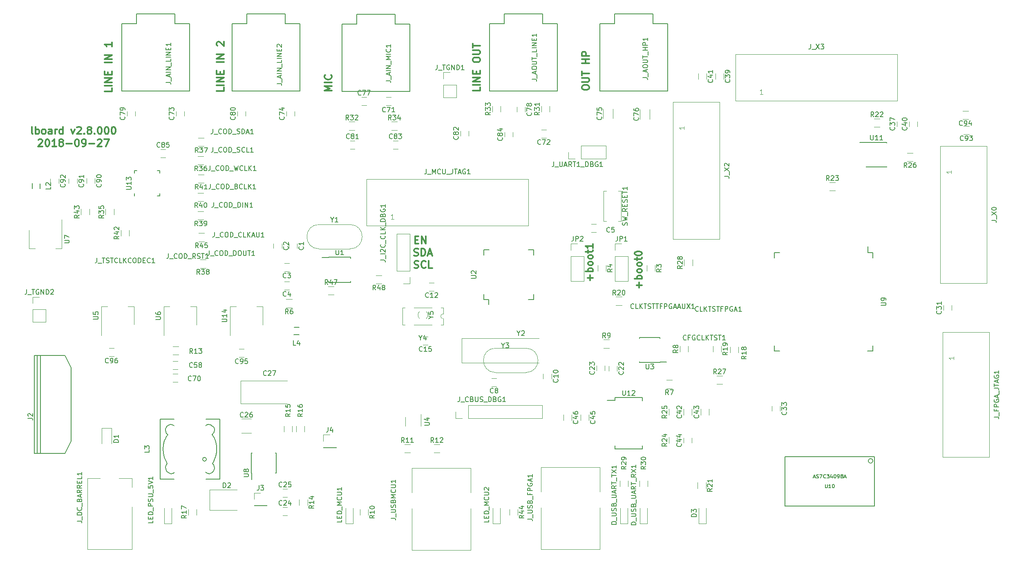
<source format=gbr>
G04 #@! TF.FileFunction,Legend,Top*
%FSLAX46Y46*%
G04 Gerber Fmt 4.6, Leading zero omitted, Abs format (unit mm)*
G04 Created by KiCad (PCBNEW 4.0.7-e2-6376~58~ubuntu16.04.1) date Thu Sep 27 21:03:33 2018*
%MOMM*%
%LPD*%
G01*
G04 APERTURE LIST*
%ADD10C,0.100000*%
%ADD11C,0.300000*%
%ADD12C,0.150000*%
%ADD13C,0.120000*%
%ADD14C,0.127000*%
%ADD15C,0.149860*%
G04 APERTURE END LIST*
D10*
D11*
X145966571Y-61221429D02*
X145966571Y-61935715D01*
X144466571Y-61935715D01*
X145966571Y-60721429D02*
X144466571Y-60721429D01*
X145966571Y-60007143D02*
X144466571Y-60007143D01*
X145966571Y-59150000D01*
X144466571Y-59150000D01*
X145180857Y-58435714D02*
X145180857Y-57935714D01*
X145966571Y-57721428D02*
X145966571Y-58435714D01*
X144466571Y-58435714D01*
X144466571Y-57721428D01*
X144466571Y-55650000D02*
X144466571Y-55364286D01*
X144538000Y-55221428D01*
X144680857Y-55078571D01*
X144966571Y-55007143D01*
X145466571Y-55007143D01*
X145752286Y-55078571D01*
X145895143Y-55221428D01*
X145966571Y-55364286D01*
X145966571Y-55650000D01*
X145895143Y-55792857D01*
X145752286Y-55935714D01*
X145466571Y-56007143D01*
X144966571Y-56007143D01*
X144680857Y-55935714D01*
X144538000Y-55792857D01*
X144466571Y-55650000D01*
X144466571Y-54364285D02*
X145680857Y-54364285D01*
X145823714Y-54292857D01*
X145895143Y-54221428D01*
X145966571Y-54078571D01*
X145966571Y-53792857D01*
X145895143Y-53649999D01*
X145823714Y-53578571D01*
X145680857Y-53507142D01*
X144466571Y-53507142D01*
X144466571Y-53007142D02*
X144466571Y-52149999D01*
X145966571Y-52578570D02*
X144466571Y-52578570D01*
X167072571Y-61392143D02*
X167072571Y-61106429D01*
X167144000Y-60963571D01*
X167286857Y-60820714D01*
X167572571Y-60749286D01*
X168072571Y-60749286D01*
X168358286Y-60820714D01*
X168501143Y-60963571D01*
X168572571Y-61106429D01*
X168572571Y-61392143D01*
X168501143Y-61535000D01*
X168358286Y-61677857D01*
X168072571Y-61749286D01*
X167572571Y-61749286D01*
X167286857Y-61677857D01*
X167144000Y-61535000D01*
X167072571Y-61392143D01*
X167072571Y-60106428D02*
X168286857Y-60106428D01*
X168429714Y-60035000D01*
X168501143Y-59963571D01*
X168572571Y-59820714D01*
X168572571Y-59535000D01*
X168501143Y-59392142D01*
X168429714Y-59320714D01*
X168286857Y-59249285D01*
X167072571Y-59249285D01*
X167072571Y-58749285D02*
X167072571Y-57892142D01*
X168572571Y-58320713D02*
X167072571Y-58320713D01*
X168572571Y-56249285D02*
X167072571Y-56249285D01*
X167786857Y-56249285D02*
X167786857Y-55392142D01*
X168572571Y-55392142D02*
X167072571Y-55392142D01*
X168572571Y-54677856D02*
X167072571Y-54677856D01*
X167072571Y-54106428D01*
X167144000Y-53963570D01*
X167215429Y-53892142D01*
X167358286Y-53820713D01*
X167572571Y-53820713D01*
X167715429Y-53892142D01*
X167786857Y-53963570D01*
X167858286Y-54106428D01*
X167858286Y-54677856D01*
X115232571Y-61932143D02*
X113732571Y-61932143D01*
X114804000Y-61432143D01*
X113732571Y-60932143D01*
X115232571Y-60932143D01*
X115232571Y-60217857D02*
X113732571Y-60217857D01*
X115089714Y-58646428D02*
X115161143Y-58717857D01*
X115232571Y-58932143D01*
X115232571Y-59075000D01*
X115161143Y-59289285D01*
X115018286Y-59432143D01*
X114875429Y-59503571D01*
X114589714Y-59575000D01*
X114375429Y-59575000D01*
X114089714Y-59503571D01*
X113946857Y-59432143D01*
X113804000Y-59289285D01*
X113732571Y-59075000D01*
X113732571Y-58932143D01*
X113804000Y-58717857D01*
X113875429Y-58646428D01*
X92880571Y-61253143D02*
X92880571Y-61967429D01*
X91380571Y-61967429D01*
X92880571Y-60753143D02*
X91380571Y-60753143D01*
X92880571Y-60038857D02*
X91380571Y-60038857D01*
X92880571Y-59181714D01*
X91380571Y-59181714D01*
X92094857Y-58467428D02*
X92094857Y-57967428D01*
X92880571Y-57753142D02*
X92880571Y-58467428D01*
X91380571Y-58467428D01*
X91380571Y-57753142D01*
X92880571Y-55967428D02*
X91380571Y-55967428D01*
X92880571Y-55253142D02*
X91380571Y-55253142D01*
X92880571Y-54395999D01*
X91380571Y-54395999D01*
X91523429Y-52610285D02*
X91452000Y-52538856D01*
X91380571Y-52395999D01*
X91380571Y-52038856D01*
X91452000Y-51895999D01*
X91523429Y-51824570D01*
X91666286Y-51753142D01*
X91809143Y-51753142D01*
X92023429Y-51824570D01*
X92880571Y-52681713D01*
X92880571Y-51753142D01*
X69639571Y-61380143D02*
X69639571Y-62094429D01*
X68139571Y-62094429D01*
X69639571Y-60880143D02*
X68139571Y-60880143D01*
X69639571Y-60165857D02*
X68139571Y-60165857D01*
X69639571Y-59308714D01*
X68139571Y-59308714D01*
X68853857Y-58594428D02*
X68853857Y-58094428D01*
X69639571Y-57880142D02*
X69639571Y-58594428D01*
X68139571Y-58594428D01*
X68139571Y-57880142D01*
X69639571Y-56094428D02*
X68139571Y-56094428D01*
X69639571Y-55380142D02*
X68139571Y-55380142D01*
X69639571Y-54522999D01*
X68139571Y-54522999D01*
X69639571Y-51880142D02*
X69639571Y-52737285D01*
X69639571Y-52308713D02*
X68139571Y-52308713D01*
X68353857Y-52451570D01*
X68496714Y-52594428D01*
X68568143Y-52737285D01*
X53293430Y-70904571D02*
X53150572Y-70833143D01*
X53079144Y-70690286D01*
X53079144Y-69404571D01*
X53864858Y-70904571D02*
X53864858Y-69404571D01*
X53864858Y-69976000D02*
X54007715Y-69904571D01*
X54293429Y-69904571D01*
X54436286Y-69976000D01*
X54507715Y-70047429D01*
X54579144Y-70190286D01*
X54579144Y-70618857D01*
X54507715Y-70761714D01*
X54436286Y-70833143D01*
X54293429Y-70904571D01*
X54007715Y-70904571D01*
X53864858Y-70833143D01*
X55436287Y-70904571D02*
X55293429Y-70833143D01*
X55222001Y-70761714D01*
X55150572Y-70618857D01*
X55150572Y-70190286D01*
X55222001Y-70047429D01*
X55293429Y-69976000D01*
X55436287Y-69904571D01*
X55650572Y-69904571D01*
X55793429Y-69976000D01*
X55864858Y-70047429D01*
X55936287Y-70190286D01*
X55936287Y-70618857D01*
X55864858Y-70761714D01*
X55793429Y-70833143D01*
X55650572Y-70904571D01*
X55436287Y-70904571D01*
X57222001Y-70904571D02*
X57222001Y-70118857D01*
X57150572Y-69976000D01*
X57007715Y-69904571D01*
X56722001Y-69904571D01*
X56579144Y-69976000D01*
X57222001Y-70833143D02*
X57079144Y-70904571D01*
X56722001Y-70904571D01*
X56579144Y-70833143D01*
X56507715Y-70690286D01*
X56507715Y-70547429D01*
X56579144Y-70404571D01*
X56722001Y-70333143D01*
X57079144Y-70333143D01*
X57222001Y-70261714D01*
X57936287Y-70904571D02*
X57936287Y-69904571D01*
X57936287Y-70190286D02*
X58007715Y-70047429D01*
X58079144Y-69976000D01*
X58222001Y-69904571D01*
X58364858Y-69904571D01*
X59507715Y-70904571D02*
X59507715Y-69404571D01*
X59507715Y-70833143D02*
X59364858Y-70904571D01*
X59079144Y-70904571D01*
X58936286Y-70833143D01*
X58864858Y-70761714D01*
X58793429Y-70618857D01*
X58793429Y-70190286D01*
X58864858Y-70047429D01*
X58936286Y-69976000D01*
X59079144Y-69904571D01*
X59364858Y-69904571D01*
X59507715Y-69976000D01*
X61222001Y-69904571D02*
X61579144Y-70904571D01*
X61936286Y-69904571D01*
X62436286Y-69547429D02*
X62507715Y-69476000D01*
X62650572Y-69404571D01*
X63007715Y-69404571D01*
X63150572Y-69476000D01*
X63222001Y-69547429D01*
X63293429Y-69690286D01*
X63293429Y-69833143D01*
X63222001Y-70047429D01*
X62364858Y-70904571D01*
X63293429Y-70904571D01*
X63936286Y-70761714D02*
X64007714Y-70833143D01*
X63936286Y-70904571D01*
X63864857Y-70833143D01*
X63936286Y-70761714D01*
X63936286Y-70904571D01*
X64864858Y-70047429D02*
X64722000Y-69976000D01*
X64650572Y-69904571D01*
X64579143Y-69761714D01*
X64579143Y-69690286D01*
X64650572Y-69547429D01*
X64722000Y-69476000D01*
X64864858Y-69404571D01*
X65150572Y-69404571D01*
X65293429Y-69476000D01*
X65364858Y-69547429D01*
X65436286Y-69690286D01*
X65436286Y-69761714D01*
X65364858Y-69904571D01*
X65293429Y-69976000D01*
X65150572Y-70047429D01*
X64864858Y-70047429D01*
X64722000Y-70118857D01*
X64650572Y-70190286D01*
X64579143Y-70333143D01*
X64579143Y-70618857D01*
X64650572Y-70761714D01*
X64722000Y-70833143D01*
X64864858Y-70904571D01*
X65150572Y-70904571D01*
X65293429Y-70833143D01*
X65364858Y-70761714D01*
X65436286Y-70618857D01*
X65436286Y-70333143D01*
X65364858Y-70190286D01*
X65293429Y-70118857D01*
X65150572Y-70047429D01*
X66079143Y-70761714D02*
X66150571Y-70833143D01*
X66079143Y-70904571D01*
X66007714Y-70833143D01*
X66079143Y-70761714D01*
X66079143Y-70904571D01*
X67079143Y-69404571D02*
X67222000Y-69404571D01*
X67364857Y-69476000D01*
X67436286Y-69547429D01*
X67507715Y-69690286D01*
X67579143Y-69976000D01*
X67579143Y-70333143D01*
X67507715Y-70618857D01*
X67436286Y-70761714D01*
X67364857Y-70833143D01*
X67222000Y-70904571D01*
X67079143Y-70904571D01*
X66936286Y-70833143D01*
X66864857Y-70761714D01*
X66793429Y-70618857D01*
X66722000Y-70333143D01*
X66722000Y-69976000D01*
X66793429Y-69690286D01*
X66864857Y-69547429D01*
X66936286Y-69476000D01*
X67079143Y-69404571D01*
X68507714Y-69404571D02*
X68650571Y-69404571D01*
X68793428Y-69476000D01*
X68864857Y-69547429D01*
X68936286Y-69690286D01*
X69007714Y-69976000D01*
X69007714Y-70333143D01*
X68936286Y-70618857D01*
X68864857Y-70761714D01*
X68793428Y-70833143D01*
X68650571Y-70904571D01*
X68507714Y-70904571D01*
X68364857Y-70833143D01*
X68293428Y-70761714D01*
X68222000Y-70618857D01*
X68150571Y-70333143D01*
X68150571Y-69976000D01*
X68222000Y-69690286D01*
X68293428Y-69547429D01*
X68364857Y-69476000D01*
X68507714Y-69404571D01*
X69936285Y-69404571D02*
X70079142Y-69404571D01*
X70221999Y-69476000D01*
X70293428Y-69547429D01*
X70364857Y-69690286D01*
X70436285Y-69976000D01*
X70436285Y-70333143D01*
X70364857Y-70618857D01*
X70293428Y-70761714D01*
X70221999Y-70833143D01*
X70079142Y-70904571D01*
X69936285Y-70904571D01*
X69793428Y-70833143D01*
X69721999Y-70761714D01*
X69650571Y-70618857D01*
X69579142Y-70333143D01*
X69579142Y-69976000D01*
X69650571Y-69690286D01*
X69721999Y-69547429D01*
X69793428Y-69476000D01*
X69936285Y-69404571D01*
X54436287Y-72097429D02*
X54507716Y-72026000D01*
X54650573Y-71954571D01*
X55007716Y-71954571D01*
X55150573Y-72026000D01*
X55222002Y-72097429D01*
X55293430Y-72240286D01*
X55293430Y-72383143D01*
X55222002Y-72597429D01*
X54364859Y-73454571D01*
X55293430Y-73454571D01*
X56222001Y-71954571D02*
X56364858Y-71954571D01*
X56507715Y-72026000D01*
X56579144Y-72097429D01*
X56650573Y-72240286D01*
X56722001Y-72526000D01*
X56722001Y-72883143D01*
X56650573Y-73168857D01*
X56579144Y-73311714D01*
X56507715Y-73383143D01*
X56364858Y-73454571D01*
X56222001Y-73454571D01*
X56079144Y-73383143D01*
X56007715Y-73311714D01*
X55936287Y-73168857D01*
X55864858Y-72883143D01*
X55864858Y-72526000D01*
X55936287Y-72240286D01*
X56007715Y-72097429D01*
X56079144Y-72026000D01*
X56222001Y-71954571D01*
X58150572Y-73454571D02*
X57293429Y-73454571D01*
X57722001Y-73454571D02*
X57722001Y-71954571D01*
X57579144Y-72168857D01*
X57436286Y-72311714D01*
X57293429Y-72383143D01*
X59007715Y-72597429D02*
X58864857Y-72526000D01*
X58793429Y-72454571D01*
X58722000Y-72311714D01*
X58722000Y-72240286D01*
X58793429Y-72097429D01*
X58864857Y-72026000D01*
X59007715Y-71954571D01*
X59293429Y-71954571D01*
X59436286Y-72026000D01*
X59507715Y-72097429D01*
X59579143Y-72240286D01*
X59579143Y-72311714D01*
X59507715Y-72454571D01*
X59436286Y-72526000D01*
X59293429Y-72597429D01*
X59007715Y-72597429D01*
X58864857Y-72668857D01*
X58793429Y-72740286D01*
X58722000Y-72883143D01*
X58722000Y-73168857D01*
X58793429Y-73311714D01*
X58864857Y-73383143D01*
X59007715Y-73454571D01*
X59293429Y-73454571D01*
X59436286Y-73383143D01*
X59507715Y-73311714D01*
X59579143Y-73168857D01*
X59579143Y-72883143D01*
X59507715Y-72740286D01*
X59436286Y-72668857D01*
X59293429Y-72597429D01*
X60222000Y-72883143D02*
X61364857Y-72883143D01*
X62364857Y-71954571D02*
X62507714Y-71954571D01*
X62650571Y-72026000D01*
X62722000Y-72097429D01*
X62793429Y-72240286D01*
X62864857Y-72526000D01*
X62864857Y-72883143D01*
X62793429Y-73168857D01*
X62722000Y-73311714D01*
X62650571Y-73383143D01*
X62507714Y-73454571D01*
X62364857Y-73454571D01*
X62222000Y-73383143D01*
X62150571Y-73311714D01*
X62079143Y-73168857D01*
X62007714Y-72883143D01*
X62007714Y-72526000D01*
X62079143Y-72240286D01*
X62150571Y-72097429D01*
X62222000Y-72026000D01*
X62364857Y-71954571D01*
X63579142Y-73454571D02*
X63864857Y-73454571D01*
X64007714Y-73383143D01*
X64079142Y-73311714D01*
X64222000Y-73097429D01*
X64293428Y-72811714D01*
X64293428Y-72240286D01*
X64222000Y-72097429D01*
X64150571Y-72026000D01*
X64007714Y-71954571D01*
X63722000Y-71954571D01*
X63579142Y-72026000D01*
X63507714Y-72097429D01*
X63436285Y-72240286D01*
X63436285Y-72597429D01*
X63507714Y-72740286D01*
X63579142Y-72811714D01*
X63722000Y-72883143D01*
X64007714Y-72883143D01*
X64150571Y-72811714D01*
X64222000Y-72740286D01*
X64293428Y-72597429D01*
X64936285Y-72883143D02*
X66079142Y-72883143D01*
X66721999Y-72097429D02*
X66793428Y-72026000D01*
X66936285Y-71954571D01*
X67293428Y-71954571D01*
X67436285Y-72026000D01*
X67507714Y-72097429D01*
X67579142Y-72240286D01*
X67579142Y-72383143D01*
X67507714Y-72597429D01*
X66650571Y-73454571D01*
X67579142Y-73454571D01*
X68079142Y-71954571D02*
X69079142Y-71954571D01*
X68436285Y-73454571D01*
X178923143Y-102810000D02*
X178923143Y-101667143D01*
X179494571Y-102238572D02*
X178351714Y-102238572D01*
X179494571Y-100952857D02*
X177994571Y-100952857D01*
X178566000Y-100952857D02*
X178494571Y-100810000D01*
X178494571Y-100524286D01*
X178566000Y-100381429D01*
X178637429Y-100310000D01*
X178780286Y-100238571D01*
X179208857Y-100238571D01*
X179351714Y-100310000D01*
X179423143Y-100381429D01*
X179494571Y-100524286D01*
X179494571Y-100810000D01*
X179423143Y-100952857D01*
X179494571Y-99381428D02*
X179423143Y-99524286D01*
X179351714Y-99595714D01*
X179208857Y-99667143D01*
X178780286Y-99667143D01*
X178637429Y-99595714D01*
X178566000Y-99524286D01*
X178494571Y-99381428D01*
X178494571Y-99167143D01*
X178566000Y-99024286D01*
X178637429Y-98952857D01*
X178780286Y-98881428D01*
X179208857Y-98881428D01*
X179351714Y-98952857D01*
X179423143Y-99024286D01*
X179494571Y-99167143D01*
X179494571Y-99381428D01*
X179494571Y-98024285D02*
X179423143Y-98167143D01*
X179351714Y-98238571D01*
X179208857Y-98310000D01*
X178780286Y-98310000D01*
X178637429Y-98238571D01*
X178566000Y-98167143D01*
X178494571Y-98024285D01*
X178494571Y-97810000D01*
X178566000Y-97667143D01*
X178637429Y-97595714D01*
X178780286Y-97524285D01*
X179208857Y-97524285D01*
X179351714Y-97595714D01*
X179423143Y-97667143D01*
X179494571Y-97810000D01*
X179494571Y-98024285D01*
X178494571Y-97095714D02*
X178494571Y-96524285D01*
X177994571Y-96881428D02*
X179280286Y-96881428D01*
X179423143Y-96810000D01*
X179494571Y-96667142D01*
X179494571Y-96524285D01*
X177994571Y-95738571D02*
X177994571Y-95595714D01*
X178066000Y-95452857D01*
X178137429Y-95381428D01*
X178280286Y-95309999D01*
X178566000Y-95238571D01*
X178923143Y-95238571D01*
X179208857Y-95309999D01*
X179351714Y-95381428D01*
X179423143Y-95452857D01*
X179494571Y-95595714D01*
X179494571Y-95738571D01*
X179423143Y-95881428D01*
X179351714Y-95952857D01*
X179208857Y-96024285D01*
X178923143Y-96095714D01*
X178566000Y-96095714D01*
X178280286Y-96024285D01*
X178137429Y-95952857D01*
X178066000Y-95881428D01*
X177994571Y-95738571D01*
X132290572Y-96111143D02*
X132504858Y-96182571D01*
X132862001Y-96182571D01*
X133004858Y-96111143D01*
X133076287Y-96039714D01*
X133147715Y-95896857D01*
X133147715Y-95754000D01*
X133076287Y-95611143D01*
X133004858Y-95539714D01*
X132862001Y-95468286D01*
X132576287Y-95396857D01*
X132433429Y-95325429D01*
X132362001Y-95254000D01*
X132290572Y-95111143D01*
X132290572Y-94968286D01*
X132362001Y-94825429D01*
X132433429Y-94754000D01*
X132576287Y-94682571D01*
X132933429Y-94682571D01*
X133147715Y-94754000D01*
X133790572Y-96182571D02*
X133790572Y-94682571D01*
X134147715Y-94682571D01*
X134362000Y-94754000D01*
X134504858Y-94896857D01*
X134576286Y-95039714D01*
X134647715Y-95325429D01*
X134647715Y-95539714D01*
X134576286Y-95825429D01*
X134504858Y-95968286D01*
X134362000Y-96111143D01*
X134147715Y-96182571D01*
X133790572Y-96182571D01*
X135219143Y-95754000D02*
X135933429Y-95754000D01*
X135076286Y-96182571D02*
X135576286Y-94682571D01*
X136076286Y-96182571D01*
X132496857Y-92856857D02*
X132996857Y-92856857D01*
X133211143Y-93642571D02*
X132496857Y-93642571D01*
X132496857Y-92142571D01*
X133211143Y-92142571D01*
X133854000Y-93642571D02*
X133854000Y-92142571D01*
X134711143Y-93642571D01*
X134711143Y-92142571D01*
X132326286Y-98651143D02*
X132540572Y-98722571D01*
X132897715Y-98722571D01*
X133040572Y-98651143D01*
X133112001Y-98579714D01*
X133183429Y-98436857D01*
X133183429Y-98294000D01*
X133112001Y-98151143D01*
X133040572Y-98079714D01*
X132897715Y-98008286D01*
X132612001Y-97936857D01*
X132469143Y-97865429D01*
X132397715Y-97794000D01*
X132326286Y-97651143D01*
X132326286Y-97508286D01*
X132397715Y-97365429D01*
X132469143Y-97294000D01*
X132612001Y-97222571D01*
X132969143Y-97222571D01*
X133183429Y-97294000D01*
X134683429Y-98579714D02*
X134612000Y-98651143D01*
X134397714Y-98722571D01*
X134254857Y-98722571D01*
X134040572Y-98651143D01*
X133897714Y-98508286D01*
X133826286Y-98365429D01*
X133754857Y-98079714D01*
X133754857Y-97865429D01*
X133826286Y-97579714D01*
X133897714Y-97436857D01*
X134040572Y-97294000D01*
X134254857Y-97222571D01*
X134397714Y-97222571D01*
X134612000Y-97294000D01*
X134683429Y-97365429D01*
X136040572Y-98722571D02*
X135326286Y-98722571D01*
X135326286Y-97222571D01*
X168763143Y-101286000D02*
X168763143Y-100143143D01*
X169334571Y-100714572D02*
X168191714Y-100714572D01*
X169334571Y-99428857D02*
X167834571Y-99428857D01*
X168406000Y-99428857D02*
X168334571Y-99286000D01*
X168334571Y-99000286D01*
X168406000Y-98857429D01*
X168477429Y-98786000D01*
X168620286Y-98714571D01*
X169048857Y-98714571D01*
X169191714Y-98786000D01*
X169263143Y-98857429D01*
X169334571Y-99000286D01*
X169334571Y-99286000D01*
X169263143Y-99428857D01*
X169334571Y-97857428D02*
X169263143Y-98000286D01*
X169191714Y-98071714D01*
X169048857Y-98143143D01*
X168620286Y-98143143D01*
X168477429Y-98071714D01*
X168406000Y-98000286D01*
X168334571Y-97857428D01*
X168334571Y-97643143D01*
X168406000Y-97500286D01*
X168477429Y-97428857D01*
X168620286Y-97357428D01*
X169048857Y-97357428D01*
X169191714Y-97428857D01*
X169263143Y-97500286D01*
X169334571Y-97643143D01*
X169334571Y-97857428D01*
X169334571Y-96500285D02*
X169263143Y-96643143D01*
X169191714Y-96714571D01*
X169048857Y-96786000D01*
X168620286Y-96786000D01*
X168477429Y-96714571D01*
X168406000Y-96643143D01*
X168334571Y-96500285D01*
X168334571Y-96286000D01*
X168406000Y-96143143D01*
X168477429Y-96071714D01*
X168620286Y-96000285D01*
X169048857Y-96000285D01*
X169191714Y-96071714D01*
X169263143Y-96143143D01*
X169334571Y-96286000D01*
X169334571Y-96500285D01*
X168334571Y-95571714D02*
X168334571Y-95000285D01*
X167834571Y-95357428D02*
X169120286Y-95357428D01*
X169263143Y-95286000D01*
X169334571Y-95143142D01*
X169334571Y-95000285D01*
X169334571Y-93714571D02*
X169334571Y-94571714D01*
X169334571Y-94143142D02*
X167834571Y-94143142D01*
X168048857Y-94285999D01*
X168191714Y-94428857D01*
X168263143Y-94571714D01*
D12*
X173865000Y-125578000D02*
X173865000Y-126153000D01*
X179615000Y-125578000D02*
X179615000Y-126228000D01*
X179615000Y-136228000D02*
X179615000Y-135578000D01*
X173865000Y-136228000D02*
X173865000Y-135578000D01*
X173865000Y-125578000D02*
X179615000Y-125578000D01*
X173865000Y-136228000D02*
X179615000Y-136228000D01*
X173865000Y-126153000D02*
X172265000Y-126153000D01*
D13*
X96377000Y-122060000D02*
X105977000Y-122060000D01*
X96377000Y-126860000D02*
X105977000Y-126860000D01*
X96377000Y-122060000D02*
X96377000Y-126860000D01*
X198886000Y-54382000D02*
X232406000Y-54382000D01*
X232406000Y-54382000D02*
X232406000Y-63982000D01*
X232406000Y-63982000D02*
X198886000Y-63982000D01*
X198886000Y-63982000D02*
X198886000Y-54382000D01*
X195554000Y-64266000D02*
X195554000Y-92706000D01*
X195554000Y-92706000D02*
X185954000Y-92706000D01*
X185954000Y-92706000D02*
X185954000Y-64266000D01*
X185954000Y-64266000D02*
X195554000Y-64266000D01*
X164786000Y-101406000D02*
X167446000Y-101406000D01*
X164786000Y-96266000D02*
X164786000Y-101406000D01*
X167446000Y-96266000D02*
X167446000Y-101406000D01*
X164786000Y-96266000D02*
X167446000Y-96266000D01*
X164786000Y-94996000D02*
X164786000Y-93666000D01*
X164786000Y-93666000D02*
X166116000Y-93666000D01*
D12*
X146717000Y-105251000D02*
X147717000Y-105251000D01*
X146717000Y-94901000D02*
X147792000Y-94901000D01*
X157067000Y-94901000D02*
X155992000Y-94901000D01*
X157067000Y-105251000D02*
X155992000Y-105251000D01*
X146717000Y-105251000D02*
X146717000Y-104176000D01*
X157067000Y-105251000D02*
X157067000Y-104176000D01*
X157067000Y-94901000D02*
X157067000Y-95976000D01*
X146717000Y-94901000D02*
X146717000Y-95976000D01*
X147717000Y-105251000D02*
X147717000Y-106276000D01*
D13*
X173930000Y-101406000D02*
X176590000Y-101406000D01*
X173930000Y-96266000D02*
X173930000Y-101406000D01*
X176590000Y-96266000D02*
X176590000Y-101406000D01*
X173930000Y-96266000D02*
X176590000Y-96266000D01*
X173930000Y-94996000D02*
X173930000Y-93666000D01*
X173930000Y-93666000D02*
X175260000Y-93666000D01*
X130382000Y-110512000D02*
X129912000Y-110512000D01*
X129912000Y-110512000D02*
X129912000Y-106912000D01*
X129912000Y-106912000D02*
X130382000Y-106912000D01*
X136012000Y-110512000D02*
X132212000Y-110512000D01*
X138312000Y-109212000D02*
X138312000Y-110512000D01*
X138312000Y-106912000D02*
X138312000Y-108212000D01*
X138312000Y-110512000D02*
X137842000Y-110512000D01*
X138312000Y-106912000D02*
X137842000Y-106912000D01*
X132212000Y-106912000D02*
X136012000Y-106912000D01*
X138312000Y-108212000D02*
G75*
G03X138312000Y-109212000I0J-500000D01*
G01*
X134120000Y-114642000D02*
X135120000Y-114642000D01*
X135120000Y-112942000D02*
X134120000Y-112942000D01*
X135410000Y-103466000D02*
X136410000Y-103466000D01*
X136410000Y-101766000D02*
X135410000Y-101766000D01*
X131378000Y-91634000D02*
X128718000Y-91634000D01*
X131378000Y-99314000D02*
X131378000Y-91634000D01*
X128718000Y-99314000D02*
X128718000Y-91634000D01*
X131378000Y-99314000D02*
X128718000Y-99314000D01*
X131378000Y-100584000D02*
X131378000Y-101914000D01*
X131378000Y-101914000D02*
X130048000Y-101914000D01*
X134812652Y-109195390D02*
G75*
G03X134812000Y-107696000I-700652J749390D01*
G01*
X133411348Y-109195390D02*
G75*
G02X133412000Y-107696000I700652J749390D01*
G01*
X175205000Y-88952000D02*
X174555000Y-88952000D01*
X171505000Y-88952000D02*
X172155000Y-88952000D01*
X172155000Y-82752000D02*
X171505000Y-82752000D01*
X175205000Y-82752000D02*
X174555000Y-82752000D01*
X175205000Y-88952000D02*
X175205000Y-82752000D01*
X171505000Y-82752000D02*
X171505000Y-88952000D01*
X169025000Y-91274000D02*
X170025000Y-91274000D01*
X170025000Y-89574000D02*
X169025000Y-89574000D01*
X148344000Y-123278000D02*
X149344000Y-123278000D01*
X149344000Y-121578000D02*
X148344000Y-121578000D01*
X122432000Y-80290000D02*
X155952000Y-80290000D01*
X155952000Y-80290000D02*
X155952000Y-89890000D01*
X155952000Y-89890000D02*
X122432000Y-89890000D01*
X122432000Y-89890000D02*
X122432000Y-80290000D01*
X131490000Y-137024000D02*
X130290000Y-137024000D01*
X130290000Y-135264000D02*
X131490000Y-135264000D01*
X131822000Y-148622000D02*
X131822000Y-157262000D01*
X131822000Y-140242000D02*
X131822000Y-145322000D01*
X144022000Y-148622000D02*
X144022000Y-157262000D01*
X144022000Y-140242000D02*
X144022000Y-145322000D01*
X144022000Y-157262000D02*
X131822000Y-157262000D01*
X131822000Y-140242000D02*
X144022000Y-140242000D01*
X137586000Y-137024000D02*
X136386000Y-137024000D01*
X136386000Y-135264000D02*
X137586000Y-135264000D01*
X130470000Y-129656000D02*
X130470000Y-131456000D01*
X133690000Y-131456000D02*
X133690000Y-129006000D01*
X158141500Y-113274000D02*
X142166500Y-113274000D01*
X142166500Y-113274000D02*
X142166500Y-118374000D01*
X142166500Y-118374000D02*
X158141500Y-118374000D01*
X160743000Y-121638000D02*
X160743000Y-120638000D01*
X159043000Y-120638000D02*
X159043000Y-121638000D01*
X158810000Y-129854000D02*
X158810000Y-127194000D01*
X143510000Y-129854000D02*
X158810000Y-129854000D01*
X143510000Y-127194000D02*
X158810000Y-127194000D01*
X143510000Y-129854000D02*
X143510000Y-127194000D01*
X142240000Y-129854000D02*
X140910000Y-129854000D01*
X140910000Y-129854000D02*
X140910000Y-128524000D01*
X172018000Y-76006000D02*
X172018000Y-73346000D01*
X166878000Y-76006000D02*
X172018000Y-76006000D01*
X166878000Y-73346000D02*
X172018000Y-73346000D01*
X166878000Y-76006000D02*
X166878000Y-73346000D01*
X165608000Y-76006000D02*
X164278000Y-76006000D01*
X164278000Y-76006000D02*
X164278000Y-74676000D01*
X152028000Y-149952000D02*
X152028000Y-148752000D01*
X153788000Y-148752000D02*
X153788000Y-149952000D01*
X176648000Y-142830000D02*
X176648000Y-144030000D01*
X174888000Y-144030000D02*
X174888000Y-142830000D01*
X149175000Y-115331000D02*
X155425000Y-115331000D01*
X149175000Y-120381000D02*
X155425000Y-120381000D01*
X149175000Y-120381000D02*
G75*
G02X149175000Y-115331000I0J2525000D01*
G01*
X155425000Y-120381000D02*
G75*
G03X155425000Y-115331000I0J2525000D01*
G01*
X251434000Y-112018000D02*
X251434000Y-137918000D01*
X251434000Y-137918000D02*
X241834000Y-137918000D01*
X241834000Y-137918000D02*
X241834000Y-112018000D01*
X241834000Y-112018000D02*
X251434000Y-112018000D01*
D14*
X227696000Y-148059002D02*
X209096000Y-148059002D01*
X209096000Y-148059002D02*
X209096000Y-137859002D01*
X209096000Y-137859002D02*
X227696000Y-137859002D01*
X227696000Y-137859002D02*
X227696000Y-148059002D01*
X227344867Y-138714402D02*
G75*
G03X227344867Y-138714402I-472467J0D01*
G01*
D13*
X170092000Y-118987000D02*
X170092000Y-119987000D01*
X171792000Y-119987000D02*
X171792000Y-118987000D01*
X166760000Y-130314000D02*
X166760000Y-129114000D01*
X168520000Y-129114000D02*
X168520000Y-130314000D01*
X172732000Y-115307000D02*
X171532000Y-115307000D01*
X171532000Y-113547000D02*
X172732000Y-113547000D01*
X174332000Y-120027000D02*
X174332000Y-119027000D01*
X172632000Y-119027000D02*
X172632000Y-120027000D01*
X163204000Y-130314000D02*
X163204000Y-129114000D01*
X164964000Y-129114000D02*
X164964000Y-130314000D01*
X178952000Y-144030000D02*
X178952000Y-142830000D01*
X180712000Y-142830000D02*
X180712000Y-144030000D01*
X180582000Y-148526000D02*
X180582000Y-151726000D01*
X179082000Y-151726000D02*
X179082000Y-148526000D01*
X179082000Y-151726000D02*
X180582000Y-151726000D01*
X158588000Y-148462000D02*
X158588000Y-157102000D01*
X158588000Y-140082000D02*
X158588000Y-145162000D01*
X170788000Y-148462000D02*
X170788000Y-157102000D01*
X170788000Y-140082000D02*
X170788000Y-145162000D01*
X170788000Y-157102000D02*
X158588000Y-157102000D01*
X158588000Y-140082000D02*
X170788000Y-140082000D01*
X150102000Y-148526000D02*
X150102000Y-151726000D01*
X148602000Y-151726000D02*
X148602000Y-148526000D01*
X148602000Y-151726000D02*
X150102000Y-151726000D01*
X176518000Y-148526000D02*
X176518000Y-151726000D01*
X175018000Y-151726000D02*
X175018000Y-148526000D01*
X175018000Y-151726000D02*
X176518000Y-151726000D01*
X199508000Y-115050000D02*
X199508000Y-116250000D01*
X197748000Y-116250000D02*
X197748000Y-115050000D01*
X189094000Y-114890000D02*
X189094000Y-116090000D01*
X187334000Y-116090000D02*
X187334000Y-114890000D01*
X194192000Y-116090000D02*
X194192000Y-114890000D01*
X195952000Y-114890000D02*
X195952000Y-116090000D01*
D12*
X183177000Y-118272000D02*
X183177000Y-118222000D01*
X179027000Y-118272000D02*
X179027000Y-118127000D01*
X179027000Y-113122000D02*
X179027000Y-113267000D01*
X183177000Y-113122000D02*
X183177000Y-113267000D01*
X183177000Y-118272000D02*
X179027000Y-118272000D01*
X183177000Y-113122000D02*
X179027000Y-113122000D01*
X183177000Y-118222000D02*
X184577000Y-118222000D01*
D13*
X186808000Y-127971000D02*
X186808000Y-129171000D01*
X185048000Y-129171000D02*
X185048000Y-127971000D01*
X189856000Y-127971000D02*
X189856000Y-129171000D01*
X188096000Y-129171000D02*
X188096000Y-127971000D01*
X193412000Y-127971000D02*
X193412000Y-129171000D01*
X191652000Y-129171000D02*
X191652000Y-127971000D01*
X184566000Y-121929000D02*
X185766000Y-121929000D01*
X185766000Y-123689000D02*
X184566000Y-123689000D01*
X196180000Y-122800000D02*
X194980000Y-122800000D01*
X194980000Y-121040000D02*
X196180000Y-121040000D01*
X208114000Y-128369000D02*
X208114000Y-127369000D01*
X206414000Y-127369000D02*
X206414000Y-128369000D01*
X191017000Y-144411000D02*
X191017000Y-143211000D01*
X192777000Y-143211000D02*
X192777000Y-144411000D01*
X188126000Y-133973000D02*
X188126000Y-134973000D01*
X189826000Y-134973000D02*
X189826000Y-133973000D01*
X192774000Y-148526000D02*
X192774000Y-151726000D01*
X191274000Y-151726000D02*
X191274000Y-148526000D01*
X191274000Y-151726000D02*
X192774000Y-151726000D01*
X186808000Y-133813000D02*
X186808000Y-135013000D01*
X185048000Y-135013000D02*
X185048000Y-133813000D01*
X151042000Y-70493000D02*
X151042000Y-71493000D01*
X152742000Y-71493000D02*
X152742000Y-70493000D01*
X141898000Y-70259000D02*
X141898000Y-71259000D01*
X143598000Y-71259000D02*
X143598000Y-70259000D01*
X160392000Y-65106000D02*
X160392000Y-66306000D01*
X158632000Y-66306000D02*
X158632000Y-65106000D01*
X138370000Y-63306000D02*
X141030000Y-63306000D01*
X138370000Y-60706000D02*
X138370000Y-63306000D01*
X141030000Y-60706000D02*
X141030000Y-63306000D01*
X138370000Y-60706000D02*
X141030000Y-60706000D01*
X138370000Y-59436000D02*
X138370000Y-58106000D01*
X138370000Y-58106000D02*
X139700000Y-58106000D01*
X155282000Y-66306000D02*
X155282000Y-65306000D01*
X153582000Y-65306000D02*
X153582000Y-66306000D01*
D12*
X161940000Y-61975000D02*
X161940000Y-60975000D01*
X147940000Y-61975000D02*
X161940000Y-61975000D01*
X147940000Y-47975000D02*
X147940000Y-61975000D01*
X150940000Y-47975000D02*
X147940000Y-47975000D01*
X150940000Y-45975000D02*
X150940000Y-47975000D01*
X158940000Y-45975000D02*
X150940000Y-45975000D01*
X158940000Y-47975000D02*
X158940000Y-45975000D01*
X161940000Y-47975000D02*
X158940000Y-47975000D01*
X161940000Y-60975000D02*
X161940000Y-47975000D01*
D13*
X150232000Y-65106000D02*
X150232000Y-66306000D01*
X148472000Y-66306000D02*
X148472000Y-65106000D01*
D12*
X184800000Y-61975000D02*
X184800000Y-60975000D01*
X170800000Y-61975000D02*
X184800000Y-61975000D01*
X170800000Y-47975000D02*
X170800000Y-61975000D01*
X173800000Y-47975000D02*
X170800000Y-47975000D01*
X173800000Y-45975000D02*
X173800000Y-47975000D01*
X181800000Y-45975000D02*
X173800000Y-45975000D01*
X181800000Y-47975000D02*
X181800000Y-45975000D01*
X184800000Y-47975000D02*
X181800000Y-47975000D01*
X184800000Y-60975000D02*
X184800000Y-47975000D01*
D13*
X158651000Y-71716000D02*
X159651000Y-71716000D01*
X159651000Y-70016000D02*
X158651000Y-70016000D01*
X171446000Y-65675000D02*
X171446000Y-67675000D01*
X173486000Y-67675000D02*
X173486000Y-65675000D01*
X179066000Y-65802000D02*
X179066000Y-67802000D01*
X181106000Y-67802000D02*
X181106000Y-65802000D01*
X180476000Y-99326000D02*
X180476000Y-98126000D01*
X182236000Y-98126000D02*
X182236000Y-99326000D01*
X170316000Y-99326000D02*
X170316000Y-98126000D01*
X172076000Y-98126000D02*
X172076000Y-99326000D01*
X119980000Y-70095000D02*
X118780000Y-70095000D01*
X118780000Y-68335000D02*
X119980000Y-68335000D01*
X126500000Y-64985000D02*
X127500000Y-64985000D01*
X127500000Y-63285000D02*
X126500000Y-63285000D01*
X122420000Y-63285000D02*
X121420000Y-63285000D01*
X121420000Y-64985000D02*
X122420000Y-64985000D01*
X120007000Y-72302000D02*
X119007000Y-72302000D01*
X119007000Y-74002000D02*
X120007000Y-74002000D01*
X128917000Y-72302000D02*
X127917000Y-72302000D01*
X127917000Y-74002000D02*
X128917000Y-74002000D01*
D12*
X131380000Y-62055000D02*
X131380000Y-61055000D01*
X117380000Y-62055000D02*
X131380000Y-62055000D01*
X117380000Y-48055000D02*
X117380000Y-62055000D01*
X120380000Y-48055000D02*
X117380000Y-48055000D01*
X120380000Y-46055000D02*
X120380000Y-48055000D01*
X128380000Y-46055000D02*
X120380000Y-46055000D01*
X128380000Y-48055000D02*
X128380000Y-46055000D01*
X131380000Y-48055000D02*
X128380000Y-48055000D01*
X131380000Y-61055000D02*
X131380000Y-48055000D01*
D13*
X128790000Y-70095000D02*
X127590000Y-70095000D01*
X127590000Y-68335000D02*
X128790000Y-68335000D01*
X175305000Y-106417000D02*
X174105000Y-106417000D01*
X174105000Y-104657000D02*
X175305000Y-104657000D01*
X189983000Y-96983000D02*
X189983000Y-98183000D01*
X188223000Y-98183000D02*
X188223000Y-96983000D01*
X219548000Y-82668000D02*
X218348000Y-82668000D01*
X218348000Y-80908000D02*
X219548000Y-80908000D01*
X194700000Y-59528000D02*
X194700000Y-58328000D01*
X196460000Y-58328000D02*
X196460000Y-59528000D01*
X191144000Y-59528000D02*
X191144000Y-58328000D01*
X192904000Y-58328000D02*
X192904000Y-59528000D01*
X228772000Y-69460000D02*
X227572000Y-69460000D01*
X227572000Y-67700000D02*
X228772000Y-67700000D01*
D12*
X226017000Y-72609000D02*
X226017000Y-72659000D01*
X230167000Y-72609000D02*
X230167000Y-72754000D01*
X230167000Y-77759000D02*
X230167000Y-77614000D01*
X226017000Y-77759000D02*
X226017000Y-77614000D01*
X226017000Y-72609000D02*
X230167000Y-72609000D01*
X226017000Y-77759000D02*
X230167000Y-77759000D01*
X226017000Y-72659000D02*
X224617000Y-72659000D01*
D13*
X241974000Y-106454000D02*
X241974000Y-107454000D01*
X243674000Y-107454000D02*
X243674000Y-106454000D01*
X250926000Y-73410000D02*
X250926000Y-101850000D01*
X250926000Y-101850000D02*
X241326000Y-101850000D01*
X241326000Y-101850000D02*
X241326000Y-73410000D01*
X241326000Y-73410000D02*
X250926000Y-73410000D01*
D12*
X227301000Y-95521000D02*
X226326000Y-95521000D01*
X227301000Y-115871000D02*
X226251000Y-115871000D01*
X206951000Y-115871000D02*
X208001000Y-115871000D01*
X206951000Y-95521000D02*
X208001000Y-95521000D01*
X227301000Y-95521000D02*
X227301000Y-96571000D01*
X206951000Y-95521000D02*
X206951000Y-96571000D01*
X206951000Y-115871000D02*
X206951000Y-114821000D01*
X227301000Y-115871000D02*
X227301000Y-114821000D01*
X226326000Y-95521000D02*
X226326000Y-94221000D01*
D13*
X245930998Y-66093001D02*
X247130998Y-66093001D01*
X247130998Y-67853001D02*
X245930998Y-67853001D01*
X232322000Y-68314000D02*
X232322000Y-69314000D01*
X234022000Y-69314000D02*
X234022000Y-68314000D01*
X234862000Y-68314000D02*
X234862000Y-69314000D01*
X236562000Y-69314000D02*
X236562000Y-68314000D01*
X246114000Y-69224000D02*
X247314000Y-69224000D01*
X247314000Y-70984000D02*
X246114000Y-70984000D01*
X234430000Y-74812000D02*
X235630000Y-74812000D01*
X235630000Y-76572000D02*
X234430000Y-76572000D01*
X106037000Y-144565000D02*
X105037000Y-144565000D01*
X105037000Y-146265000D02*
X106037000Y-146265000D01*
X98536000Y-129965000D02*
X96536000Y-129965000D01*
X96536000Y-132925000D02*
X98536000Y-132925000D01*
X109592000Y-131480000D02*
X109592000Y-132680000D01*
X107832000Y-132680000D02*
X107832000Y-131480000D01*
X89922000Y-144662000D02*
X89922000Y-148962000D01*
X89922000Y-148962000D02*
X95622000Y-148962000D01*
X89922000Y-144662000D02*
X95622000Y-144662000D01*
X99127000Y-148015000D02*
X101787000Y-148015000D01*
X99127000Y-147955000D02*
X99127000Y-148015000D01*
X101787000Y-147955000D02*
X101787000Y-148015000D01*
X99127000Y-147955000D02*
X101787000Y-147955000D01*
X99127000Y-146685000D02*
X99127000Y-145355000D01*
X99127000Y-145355000D02*
X100457000Y-145355000D01*
X113478000Y-135950000D02*
X116138000Y-135950000D01*
X113478000Y-135890000D02*
X113478000Y-135950000D01*
X116138000Y-135890000D02*
X116138000Y-135950000D01*
X113478000Y-135890000D02*
X116138000Y-135890000D01*
X113478000Y-134620000D02*
X113478000Y-133290000D01*
X113478000Y-133290000D02*
X114808000Y-133290000D01*
X105292000Y-132680000D02*
X105292000Y-131480000D01*
X107052000Y-131480000D02*
X107052000Y-132680000D01*
D12*
X98564500Y-141187500D02*
X98614500Y-141187500D01*
X98564500Y-137037500D02*
X98709500Y-137037500D01*
X103714500Y-137037500D02*
X103569500Y-137037500D01*
X103714500Y-141187500D02*
X103569500Y-141187500D01*
X98564500Y-141187500D02*
X98564500Y-137037500D01*
X103714500Y-141187500D02*
X103714500Y-137037500D01*
X98614500Y-141187500D02*
X98614500Y-142587500D01*
D13*
X87240000Y-148752000D02*
X87240000Y-149952000D01*
X85480000Y-149952000D02*
X85480000Y-148752000D01*
X82030000Y-148526000D02*
X82030000Y-151726000D01*
X80530000Y-151726000D02*
X80530000Y-148526000D01*
X80530000Y-151726000D02*
X82030000Y-151726000D01*
D12*
X89242974Y-138374120D02*
G75*
G03X89242974Y-138374120I-391234J0D01*
G01*
X89151460Y-131373880D02*
X89253060Y-131272280D01*
X89253060Y-131272280D02*
X89651840Y-131173220D01*
X89651840Y-131173220D02*
X90152220Y-131272280D01*
X90152220Y-131272280D02*
X90451940Y-131472940D01*
X90451940Y-131472940D02*
X90853260Y-131772660D01*
X90853260Y-131772660D02*
X90952320Y-132273040D01*
X90952320Y-132273040D02*
X90853260Y-132773420D01*
X90853260Y-132773420D02*
X90551000Y-133174740D01*
X90551000Y-133174740D02*
X90451940Y-133273800D01*
X90451940Y-133273800D02*
X90853260Y-133873240D01*
X90853260Y-133873240D02*
X91152980Y-134673340D01*
X91152980Y-134673340D02*
X91351100Y-135674100D01*
X91351100Y-135674100D02*
X91351100Y-136872980D01*
X91351100Y-136872980D02*
X91152980Y-137774680D01*
X91152980Y-137774680D02*
X90952320Y-138374120D01*
X90952320Y-138374120D02*
X90751660Y-138874500D01*
X90751660Y-138874500D02*
X90551000Y-139273280D01*
X90551000Y-139273280D02*
X90751660Y-139573000D01*
X90751660Y-139573000D02*
X90952320Y-140172440D01*
X90952320Y-140172440D02*
X90853260Y-140573760D01*
X90853260Y-140573760D02*
X90652600Y-140873480D01*
X90652600Y-140873480D02*
X90451940Y-141173200D01*
X90451940Y-141173200D02*
X89951560Y-141373860D01*
X89951560Y-141373860D02*
X89451180Y-141274800D01*
X89451180Y-141274800D02*
X89052400Y-141074140D01*
X82552540Y-131373880D02*
X82252820Y-131272280D01*
X82252820Y-131272280D02*
X81851500Y-131173220D01*
X81851500Y-131173220D02*
X81551780Y-131272280D01*
X81551780Y-131272280D02*
X81153000Y-131472940D01*
X81153000Y-131472940D02*
X80952340Y-131772660D01*
X80952340Y-131772660D02*
X80751680Y-132072380D01*
X80751680Y-132072380D02*
X80751680Y-132374640D01*
X80751680Y-132374640D02*
X80850740Y-132674360D01*
X80850740Y-132674360D02*
X80952340Y-132974080D01*
X80952340Y-132974080D02*
X81252060Y-133273800D01*
X81252060Y-133273800D02*
X80952340Y-133672580D01*
X80952340Y-133672580D02*
X80751680Y-134073900D01*
X80751680Y-134073900D02*
X80551020Y-134574280D01*
X80551020Y-134574280D02*
X80352900Y-135374380D01*
X80352900Y-135374380D02*
X80251300Y-136273540D01*
X80251300Y-136273540D02*
X80352900Y-137073640D01*
X80352900Y-137073640D02*
X80551020Y-137972800D01*
X80551020Y-137972800D02*
X80952340Y-138874500D01*
X80952340Y-138874500D02*
X81153000Y-139273280D01*
X81153000Y-139273280D02*
X80952340Y-139573000D01*
X80952340Y-139573000D02*
X80751680Y-139974320D01*
X80751680Y-139974320D02*
X80850740Y-140474700D01*
X80850740Y-140474700D02*
X81051400Y-140873480D01*
X81051400Y-140873480D02*
X81351120Y-141173200D01*
X81351120Y-141173200D02*
X81851500Y-141373860D01*
X81851500Y-141373860D02*
X82351880Y-141274800D01*
X82351880Y-141274800D02*
X82651600Y-141074140D01*
X89151460Y-142473680D02*
X92052140Y-142473680D01*
X92052140Y-142473680D02*
X92052140Y-130073400D01*
X92052140Y-130073400D02*
X89151460Y-130073400D01*
X79651860Y-130073400D02*
X79651860Y-142473680D01*
X79651860Y-142473680D02*
X82552540Y-142473680D01*
X79651860Y-130073400D02*
X82552540Y-130073400D01*
D13*
X69580000Y-135111000D02*
X69580000Y-131911000D01*
X67580000Y-131911000D02*
X67580000Y-135111000D01*
X67580000Y-131911000D02*
X69580000Y-131911000D01*
X73815000Y-148225000D02*
X73815000Y-157025000D01*
X73815000Y-157025000D02*
X64615000Y-157025000D01*
X71115000Y-142325000D02*
X73815000Y-142325000D01*
X73815000Y-142325000D02*
X73815000Y-144225000D01*
X64615000Y-157025000D02*
X64615000Y-142325000D01*
X64615000Y-142325000D02*
X67215000Y-142325000D01*
D12*
X54229000Y-137160000D02*
X54229000Y-116840000D01*
X53594000Y-116840000D02*
X54864000Y-116840000D01*
X53594000Y-137160000D02*
X53594000Y-116840000D01*
X54864000Y-137160000D02*
X53594000Y-137160000D01*
X59944000Y-137160000D02*
X54864000Y-137160000D01*
X61214000Y-134620000D02*
X59944000Y-137160000D01*
X61214000Y-119380000D02*
X61214000Y-134620000D01*
X59944000Y-116840000D02*
X61214000Y-119380000D01*
X54864000Y-116840000D02*
X59944000Y-116840000D01*
X54864000Y-137160000D02*
X54864000Y-116840000D01*
D13*
X106037000Y-148375000D02*
X105037000Y-148375000D01*
X105037000Y-150075000D02*
X106037000Y-150075000D01*
X121040000Y-149952000D02*
X121040000Y-148752000D01*
X122800000Y-148752000D02*
X122800000Y-149952000D01*
X119622000Y-148526000D02*
X119622000Y-151726000D01*
X118122000Y-151726000D02*
X118122000Y-148526000D01*
X118122000Y-151726000D02*
X119622000Y-151726000D01*
X108467000Y-147920000D02*
X108467000Y-146720000D01*
X110227000Y-146720000D02*
X110227000Y-147920000D01*
X82304000Y-122389000D02*
X83304000Y-122389000D01*
X83304000Y-120689000D02*
X82304000Y-120689000D01*
X82284000Y-114944000D02*
X83484000Y-114944000D01*
X83484000Y-116704000D02*
X82284000Y-116704000D01*
X82304000Y-119722000D02*
X83304000Y-119722000D01*
X83304000Y-118022000D02*
X82304000Y-118022000D01*
X69076000Y-117055000D02*
X70076000Y-117055000D01*
X70076000Y-115355000D02*
X69076000Y-115355000D01*
X87214240Y-106700000D02*
X85954240Y-106700000D01*
X80394240Y-106700000D02*
X81654240Y-106700000D01*
X87214240Y-110460000D02*
X87214240Y-106700000D01*
X80394240Y-112710000D02*
X80394240Y-106700000D01*
X52470000Y-94645000D02*
X53730000Y-94645000D01*
X59290000Y-94645000D02*
X58030000Y-94645000D01*
X52470000Y-90885000D02*
X52470000Y-94645000D01*
X59290000Y-88635000D02*
X59290000Y-94645000D01*
X53280000Y-109915000D02*
X55940000Y-109915000D01*
X53280000Y-107315000D02*
X53280000Y-109915000D01*
X55940000Y-107315000D02*
X55940000Y-109915000D01*
X53280000Y-107315000D02*
X55940000Y-107315000D01*
X53280000Y-106045000D02*
X53280000Y-104715000D01*
X53280000Y-104715000D02*
X54610000Y-104715000D01*
X74276000Y-106675000D02*
X73016000Y-106675000D01*
X67456000Y-106675000D02*
X68716000Y-106675000D01*
X74276000Y-110435000D02*
X74276000Y-106675000D01*
X67456000Y-112685000D02*
X67456000Y-106675000D01*
X96020000Y-117182000D02*
X97020000Y-117182000D01*
X97020000Y-115482000D02*
X96020000Y-115482000D01*
D12*
X108485940Y-110959900D02*
X107434380Y-110959900D01*
X107383580Y-112560100D02*
X108435140Y-112560100D01*
D13*
X105779000Y-105165000D02*
X106979000Y-105165000D01*
X106979000Y-106925000D02*
X105779000Y-106925000D01*
X100946000Y-106700000D02*
X99686000Y-106700000D01*
X94126000Y-106700000D02*
X95386000Y-106700000D01*
X100946000Y-110460000D02*
X100946000Y-106700000D01*
X94126000Y-112710000D02*
X94126000Y-106700000D01*
D12*
X114515000Y-96435000D02*
X114515000Y-96560000D01*
X119165000Y-96435000D02*
X119165000Y-96660000D01*
X119165000Y-101685000D02*
X119165000Y-101460000D01*
X114515000Y-101685000D02*
X114515000Y-101460000D01*
X114515000Y-96435000D02*
X119165000Y-96435000D01*
X114515000Y-101685000D02*
X119165000Y-101685000D01*
X114515000Y-96560000D02*
X113165000Y-96560000D01*
D13*
X108038000Y-94607000D02*
X108038000Y-93607000D01*
X106338000Y-93607000D02*
X106338000Y-94607000D01*
X104863000Y-94607000D02*
X104863000Y-93607000D01*
X103163000Y-93607000D02*
X103163000Y-94607000D01*
X105418000Y-99402000D02*
X106418000Y-99402000D01*
X106418000Y-97702000D02*
X105418000Y-97702000D01*
X105418000Y-103212000D02*
X106418000Y-103212000D01*
X106418000Y-101512000D02*
X105418000Y-101512000D01*
X112597000Y-89677000D02*
X118997000Y-89677000D01*
X112597000Y-94727000D02*
X118997000Y-94727000D01*
X112597000Y-94727000D02*
G75*
G02X112597000Y-89677000I0J2525000D01*
G01*
X118997000Y-94727000D02*
G75*
G03X118997000Y-89677000I0J2525000D01*
G01*
X87467639Y-86916615D02*
X88667639Y-86916615D01*
X88667639Y-88676615D02*
X87467639Y-88676615D01*
X87467639Y-83106615D02*
X88667639Y-83106615D01*
X88667639Y-84866615D02*
X87467639Y-84866615D01*
X87547639Y-79296615D02*
X88747639Y-79296615D01*
X88747639Y-81056615D02*
X87547639Y-81056615D01*
X80764000Y-74080000D02*
X79764000Y-74080000D01*
X79764000Y-75780000D02*
X80764000Y-75780000D01*
X66128000Y-81125000D02*
X66128000Y-80125000D01*
X64428000Y-80125000D02*
X64428000Y-81125000D01*
D12*
X74350000Y-78500000D02*
X74875000Y-78500000D01*
X79600000Y-83750000D02*
X79075000Y-83750000D01*
X79600000Y-78500000D02*
X79075000Y-78500000D01*
X74350000Y-83750000D02*
X74350000Y-83225000D01*
X79600000Y-83750000D02*
X79600000Y-83225000D01*
X79600000Y-78500000D02*
X79600000Y-79025000D01*
X74350000Y-78500000D02*
X74350000Y-79025000D01*
D13*
X87547639Y-71676615D02*
X88747639Y-71676615D01*
X88747639Y-73436615D02*
X87547639Y-73436615D01*
X87467639Y-75486615D02*
X88667639Y-75486615D01*
X88667639Y-77246615D02*
X87467639Y-77246615D01*
X70095000Y-86475000D02*
X70095000Y-87675000D01*
X68335000Y-87675000D02*
X68335000Y-86475000D01*
X73270000Y-90840000D02*
X73270000Y-92040000D01*
X71510000Y-92040000D02*
X71510000Y-90840000D01*
X58635000Y-81145000D02*
X58635000Y-80145000D01*
X56935000Y-80145000D02*
X56935000Y-81145000D01*
X65015000Y-86475000D02*
X65015000Y-87675000D01*
X63255000Y-87675000D02*
X63255000Y-86475000D01*
D12*
X53174900Y-81125060D02*
X53174900Y-82176620D01*
X54775100Y-82227420D02*
X54775100Y-81175860D01*
D13*
X62445000Y-81145000D02*
X62445000Y-80145000D01*
X60745000Y-80145000D02*
X60745000Y-81145000D01*
D12*
X85740000Y-61975000D02*
X85740000Y-60975000D01*
X71740000Y-61975000D02*
X85740000Y-61975000D01*
X71740000Y-47975000D02*
X71740000Y-61975000D01*
X74740000Y-47975000D02*
X71740000Y-47975000D01*
X74740000Y-45975000D02*
X74740000Y-47975000D01*
X82740000Y-45975000D02*
X74740000Y-45975000D01*
X82740000Y-47975000D02*
X82740000Y-45975000D01*
X85740000Y-47975000D02*
X82740000Y-47975000D01*
X85740000Y-60975000D02*
X85740000Y-47975000D01*
D13*
X82970000Y-66175000D02*
X82970000Y-67175000D01*
X84670000Y-67175000D02*
X84670000Y-66175000D01*
X105830000Y-66175000D02*
X105830000Y-67175000D01*
X107530000Y-67175000D02*
X107530000Y-66175000D01*
X72810000Y-66175000D02*
X72810000Y-67175000D01*
X74510000Y-67175000D02*
X74510000Y-66175000D01*
X95670000Y-66175000D02*
X95670000Y-67175000D01*
X97370000Y-67175000D02*
X97370000Y-66175000D01*
D12*
X108600000Y-61975000D02*
X108600000Y-60975000D01*
X94600000Y-61975000D02*
X108600000Y-61975000D01*
X94600000Y-47975000D02*
X94600000Y-61975000D01*
X97600000Y-47975000D02*
X94600000Y-47975000D01*
X97600000Y-45975000D02*
X97600000Y-47975000D01*
X105600000Y-45975000D02*
X97600000Y-45975000D01*
X105600000Y-47975000D02*
X105600000Y-45975000D01*
X108600000Y-47975000D02*
X105600000Y-47975000D01*
X108600000Y-60975000D02*
X108600000Y-47975000D01*
D13*
X87928639Y-96949615D02*
X89128639Y-96949615D01*
X89128639Y-98709615D02*
X87928639Y-98709615D01*
X87618000Y-91449000D02*
X88818000Y-91449000D01*
X88818000Y-93209000D02*
X87618000Y-93209000D01*
X115662000Y-104258000D02*
X114462000Y-104258000D01*
X114462000Y-102498000D02*
X115662000Y-102498000D01*
X124368000Y-100212000D02*
X125568000Y-100212000D01*
X125568000Y-101972000D02*
X124368000Y-101972000D01*
D12*
X175501905Y-124105381D02*
X175501905Y-124914905D01*
X175549524Y-125010143D01*
X175597143Y-125057762D01*
X175692381Y-125105381D01*
X175882858Y-125105381D01*
X175978096Y-125057762D01*
X176025715Y-125010143D01*
X176073334Y-124914905D01*
X176073334Y-124105381D01*
X177073334Y-125105381D02*
X176501905Y-125105381D01*
X176787619Y-125105381D02*
X176787619Y-124105381D01*
X176692381Y-124248238D01*
X176597143Y-124343476D01*
X176501905Y-124391095D01*
X177454286Y-124200619D02*
X177501905Y-124153000D01*
X177597143Y-124105381D01*
X177835239Y-124105381D01*
X177930477Y-124153000D01*
X177978096Y-124200619D01*
X178025715Y-124295857D01*
X178025715Y-124391095D01*
X177978096Y-124533952D01*
X177406667Y-125105381D01*
X178025715Y-125105381D01*
X89813381Y-95115381D02*
X89813381Y-95829667D01*
X89765761Y-95972524D01*
X89670523Y-96067762D01*
X89527666Y-96115381D01*
X89432428Y-96115381D01*
X90051476Y-96210619D02*
X90813381Y-96210619D01*
X91622905Y-96020143D02*
X91575286Y-96067762D01*
X91432429Y-96115381D01*
X91337191Y-96115381D01*
X91194333Y-96067762D01*
X91099095Y-95972524D01*
X91051476Y-95877286D01*
X91003857Y-95686810D01*
X91003857Y-95543952D01*
X91051476Y-95353476D01*
X91099095Y-95258238D01*
X91194333Y-95163000D01*
X91337191Y-95115381D01*
X91432429Y-95115381D01*
X91575286Y-95163000D01*
X91622905Y-95210619D01*
X92241952Y-95115381D02*
X92432429Y-95115381D01*
X92527667Y-95163000D01*
X92622905Y-95258238D01*
X92670524Y-95448714D01*
X92670524Y-95782048D01*
X92622905Y-95972524D01*
X92527667Y-96067762D01*
X92432429Y-96115381D01*
X92241952Y-96115381D01*
X92146714Y-96067762D01*
X92051476Y-95972524D01*
X92003857Y-95782048D01*
X92003857Y-95448714D01*
X92051476Y-95258238D01*
X92146714Y-95163000D01*
X92241952Y-95115381D01*
X93099095Y-96115381D02*
X93099095Y-95115381D01*
X93337190Y-95115381D01*
X93480048Y-95163000D01*
X93575286Y-95258238D01*
X93622905Y-95353476D01*
X93670524Y-95543952D01*
X93670524Y-95686810D01*
X93622905Y-95877286D01*
X93575286Y-95972524D01*
X93480048Y-96067762D01*
X93337190Y-96115381D01*
X93099095Y-96115381D01*
X93861000Y-96210619D02*
X94622905Y-96210619D01*
X94861000Y-96115381D02*
X94861000Y-95115381D01*
X95099095Y-95115381D01*
X95241953Y-95163000D01*
X95337191Y-95258238D01*
X95384810Y-95353476D01*
X95432429Y-95543952D01*
X95432429Y-95686810D01*
X95384810Y-95877286D01*
X95337191Y-95972524D01*
X95241953Y-96067762D01*
X95099095Y-96115381D01*
X94861000Y-96115381D01*
X96051476Y-95115381D02*
X96241953Y-95115381D01*
X96337191Y-95163000D01*
X96432429Y-95258238D01*
X96480048Y-95448714D01*
X96480048Y-95782048D01*
X96432429Y-95972524D01*
X96337191Y-96067762D01*
X96241953Y-96115381D01*
X96051476Y-96115381D01*
X95956238Y-96067762D01*
X95861000Y-95972524D01*
X95813381Y-95782048D01*
X95813381Y-95448714D01*
X95861000Y-95258238D01*
X95956238Y-95163000D01*
X96051476Y-95115381D01*
X96908619Y-95115381D02*
X96908619Y-95924905D01*
X96956238Y-96020143D01*
X97003857Y-96067762D01*
X97099095Y-96115381D01*
X97289572Y-96115381D01*
X97384810Y-96067762D01*
X97432429Y-96020143D01*
X97480048Y-95924905D01*
X97480048Y-95115381D01*
X97813381Y-95115381D02*
X98384810Y-95115381D01*
X98099095Y-96115381D02*
X98099095Y-95115381D01*
X99241953Y-96115381D02*
X98670524Y-96115381D01*
X98956238Y-96115381D02*
X98956238Y-95115381D01*
X98861000Y-95258238D01*
X98765762Y-95353476D01*
X98670524Y-95401095D01*
X101684143Y-120917143D02*
X101636524Y-120964762D01*
X101493667Y-121012381D01*
X101398429Y-121012381D01*
X101255571Y-120964762D01*
X101160333Y-120869524D01*
X101112714Y-120774286D01*
X101065095Y-120583810D01*
X101065095Y-120440952D01*
X101112714Y-120250476D01*
X101160333Y-120155238D01*
X101255571Y-120060000D01*
X101398429Y-120012381D01*
X101493667Y-120012381D01*
X101636524Y-120060000D01*
X101684143Y-120107619D01*
X102065095Y-120107619D02*
X102112714Y-120060000D01*
X102207952Y-120012381D01*
X102446048Y-120012381D01*
X102541286Y-120060000D01*
X102588905Y-120107619D01*
X102636524Y-120202857D01*
X102636524Y-120298095D01*
X102588905Y-120440952D01*
X102017476Y-121012381D01*
X102636524Y-121012381D01*
X102969857Y-120012381D02*
X103636524Y-120012381D01*
X103207952Y-121012381D01*
X214455524Y-52284381D02*
X214455524Y-52998667D01*
X214407904Y-53141524D01*
X214312666Y-53236762D01*
X214169809Y-53284381D01*
X214074571Y-53284381D01*
X214693619Y-53379619D02*
X215455524Y-53379619D01*
X215598381Y-52284381D02*
X216265048Y-53284381D01*
X216265048Y-52284381D02*
X215598381Y-53284381D01*
X216550762Y-52284381D02*
X217169810Y-52284381D01*
X216836476Y-52665333D01*
X216979334Y-52665333D01*
X217074572Y-52712952D01*
X217122191Y-52760571D01*
X217169810Y-52855810D01*
X217169810Y-53093905D01*
X217122191Y-53189143D01*
X217074572Y-53236762D01*
X216979334Y-53284381D01*
X216693619Y-53284381D01*
X216598381Y-53236762D01*
X216550762Y-53189143D01*
D13*
X204521715Y-62624381D02*
X203950286Y-62624381D01*
X204236000Y-62624381D02*
X204236000Y-61624381D01*
X204140762Y-61767238D01*
X204045524Y-61862476D01*
X203950286Y-61910095D01*
D12*
X196556381Y-79676476D02*
X197270667Y-79676476D01*
X197413524Y-79724096D01*
X197508762Y-79819334D01*
X197556381Y-79962191D01*
X197556381Y-80057429D01*
X197651619Y-79438381D02*
X197651619Y-78676476D01*
X196556381Y-78533619D02*
X197556381Y-77866952D01*
X196556381Y-77866952D02*
X197556381Y-78533619D01*
X196651619Y-77533619D02*
X196604000Y-77486000D01*
X196556381Y-77390762D01*
X196556381Y-77152666D01*
X196604000Y-77057428D01*
X196651619Y-77009809D01*
X196746857Y-76962190D01*
X196842095Y-76962190D01*
X196984952Y-77009809D01*
X197556381Y-77581238D01*
X197556381Y-76962190D01*
D13*
X188216381Y-69330285D02*
X188216381Y-69901714D01*
X188216381Y-69616000D02*
X187216381Y-69616000D01*
X187359238Y-69711238D01*
X187454476Y-69806476D01*
X187502095Y-69901714D01*
D12*
X165282667Y-92118381D02*
X165282667Y-92832667D01*
X165235047Y-92975524D01*
X165139809Y-93070762D01*
X164996952Y-93118381D01*
X164901714Y-93118381D01*
X165758857Y-93118381D02*
X165758857Y-92118381D01*
X166139810Y-92118381D01*
X166235048Y-92166000D01*
X166282667Y-92213619D01*
X166330286Y-92308857D01*
X166330286Y-92451714D01*
X166282667Y-92546952D01*
X166235048Y-92594571D01*
X166139810Y-92642190D01*
X165758857Y-92642190D01*
X166711238Y-92213619D02*
X166758857Y-92166000D01*
X166854095Y-92118381D01*
X167092191Y-92118381D01*
X167187429Y-92166000D01*
X167235048Y-92213619D01*
X167282667Y-92308857D01*
X167282667Y-92404095D01*
X167235048Y-92546952D01*
X166663619Y-93118381D01*
X167282667Y-93118381D01*
X144144381Y-100837905D02*
X144953905Y-100837905D01*
X145049143Y-100790286D01*
X145096762Y-100742667D01*
X145144381Y-100647429D01*
X145144381Y-100456952D01*
X145096762Y-100361714D01*
X145049143Y-100314095D01*
X144953905Y-100266476D01*
X144144381Y-100266476D01*
X144239619Y-99837905D02*
X144192000Y-99790286D01*
X144144381Y-99695048D01*
X144144381Y-99456952D01*
X144192000Y-99361714D01*
X144239619Y-99314095D01*
X144334857Y-99266476D01*
X144430095Y-99266476D01*
X144572952Y-99314095D01*
X145144381Y-99885524D01*
X145144381Y-99266476D01*
X174426667Y-92118381D02*
X174426667Y-92832667D01*
X174379047Y-92975524D01*
X174283809Y-93070762D01*
X174140952Y-93118381D01*
X174045714Y-93118381D01*
X174902857Y-93118381D02*
X174902857Y-92118381D01*
X175283810Y-92118381D01*
X175379048Y-92166000D01*
X175426667Y-92213619D01*
X175474286Y-92308857D01*
X175474286Y-92451714D01*
X175426667Y-92546952D01*
X175379048Y-92594571D01*
X175283810Y-92642190D01*
X174902857Y-92642190D01*
X176426667Y-93118381D02*
X175855238Y-93118381D01*
X176140952Y-93118381D02*
X176140952Y-92118381D01*
X176045714Y-92261238D01*
X175950476Y-92356476D01*
X175855238Y-92404095D01*
X133635809Y-113188190D02*
X133635809Y-113664381D01*
X133302476Y-112664381D02*
X133635809Y-113188190D01*
X133969143Y-112664381D01*
X134731048Y-112997714D02*
X134731048Y-113664381D01*
X134492952Y-112616762D02*
X134254857Y-113331048D01*
X134873905Y-113331048D01*
X133977143Y-115899143D02*
X133929524Y-115946762D01*
X133786667Y-115994381D01*
X133691429Y-115994381D01*
X133548571Y-115946762D01*
X133453333Y-115851524D01*
X133405714Y-115756286D01*
X133358095Y-115565810D01*
X133358095Y-115422952D01*
X133405714Y-115232476D01*
X133453333Y-115137238D01*
X133548571Y-115042000D01*
X133691429Y-114994381D01*
X133786667Y-114994381D01*
X133929524Y-115042000D01*
X133977143Y-115089619D01*
X134929524Y-115994381D02*
X134358095Y-115994381D01*
X134643809Y-115994381D02*
X134643809Y-114994381D01*
X134548571Y-115137238D01*
X134453333Y-115232476D01*
X134358095Y-115280095D01*
X135834286Y-114994381D02*
X135358095Y-114994381D01*
X135310476Y-115470571D01*
X135358095Y-115422952D01*
X135453333Y-115375333D01*
X135691429Y-115375333D01*
X135786667Y-115422952D01*
X135834286Y-115470571D01*
X135881905Y-115565810D01*
X135881905Y-115803905D01*
X135834286Y-115899143D01*
X135786667Y-115946762D01*
X135691429Y-115994381D01*
X135453333Y-115994381D01*
X135358095Y-115946762D01*
X135310476Y-115899143D01*
X135267143Y-104723143D02*
X135219524Y-104770762D01*
X135076667Y-104818381D01*
X134981429Y-104818381D01*
X134838571Y-104770762D01*
X134743333Y-104675524D01*
X134695714Y-104580286D01*
X134648095Y-104389810D01*
X134648095Y-104246952D01*
X134695714Y-104056476D01*
X134743333Y-103961238D01*
X134838571Y-103866000D01*
X134981429Y-103818381D01*
X135076667Y-103818381D01*
X135219524Y-103866000D01*
X135267143Y-103913619D01*
X136219524Y-104818381D02*
X135648095Y-104818381D01*
X135933809Y-104818381D02*
X135933809Y-103818381D01*
X135838571Y-103961238D01*
X135743333Y-104056476D01*
X135648095Y-104104095D01*
X136600476Y-103913619D02*
X136648095Y-103866000D01*
X136743333Y-103818381D01*
X136981429Y-103818381D01*
X137076667Y-103866000D01*
X137124286Y-103913619D01*
X137171905Y-104008857D01*
X137171905Y-104104095D01*
X137124286Y-104246952D01*
X136552857Y-104818381D01*
X137171905Y-104818381D01*
X125309381Y-97035238D02*
X126023667Y-97035238D01*
X126166524Y-97082858D01*
X126261762Y-97178096D01*
X126309381Y-97320953D01*
X126309381Y-97416191D01*
X126404619Y-96797143D02*
X126404619Y-96035238D01*
X126309381Y-95797143D02*
X125309381Y-95797143D01*
X125404619Y-95368572D02*
X125357000Y-95320953D01*
X125309381Y-95225715D01*
X125309381Y-94987619D01*
X125357000Y-94892381D01*
X125404619Y-94844762D01*
X125499857Y-94797143D01*
X125595095Y-94797143D01*
X125737952Y-94844762D01*
X126309381Y-95416191D01*
X126309381Y-94797143D01*
X126214143Y-93797143D02*
X126261762Y-93844762D01*
X126309381Y-93987619D01*
X126309381Y-94082857D01*
X126261762Y-94225715D01*
X126166524Y-94320953D01*
X126071286Y-94368572D01*
X125880810Y-94416191D01*
X125737952Y-94416191D01*
X125547476Y-94368572D01*
X125452238Y-94320953D01*
X125357000Y-94225715D01*
X125309381Y-94082857D01*
X125309381Y-93987619D01*
X125357000Y-93844762D01*
X125404619Y-93797143D01*
X126404619Y-93606667D02*
X126404619Y-92844762D01*
X126214143Y-92035238D02*
X126261762Y-92082857D01*
X126309381Y-92225714D01*
X126309381Y-92320952D01*
X126261762Y-92463810D01*
X126166524Y-92559048D01*
X126071286Y-92606667D01*
X125880810Y-92654286D01*
X125737952Y-92654286D01*
X125547476Y-92606667D01*
X125452238Y-92559048D01*
X125357000Y-92463810D01*
X125309381Y-92320952D01*
X125309381Y-92225714D01*
X125357000Y-92082857D01*
X125404619Y-92035238D01*
X126309381Y-91130476D02*
X126309381Y-91606667D01*
X125309381Y-91606667D01*
X126309381Y-90797143D02*
X125309381Y-90797143D01*
X126309381Y-90225714D02*
X125737952Y-90654286D01*
X125309381Y-90225714D02*
X125880810Y-90797143D01*
X126404619Y-90035238D02*
X126404619Y-89273333D01*
X126309381Y-89035238D02*
X125309381Y-89035238D01*
X125309381Y-88797143D01*
X125357000Y-88654285D01*
X125452238Y-88559047D01*
X125547476Y-88511428D01*
X125737952Y-88463809D01*
X125880810Y-88463809D01*
X126071286Y-88511428D01*
X126166524Y-88559047D01*
X126261762Y-88654285D01*
X126309381Y-88797143D01*
X126309381Y-89035238D01*
X125785571Y-87701904D02*
X125833190Y-87559047D01*
X125880810Y-87511428D01*
X125976048Y-87463809D01*
X126118905Y-87463809D01*
X126214143Y-87511428D01*
X126261762Y-87559047D01*
X126309381Y-87654285D01*
X126309381Y-88035238D01*
X125309381Y-88035238D01*
X125309381Y-87701904D01*
X125357000Y-87606666D01*
X125404619Y-87559047D01*
X125499857Y-87511428D01*
X125595095Y-87511428D01*
X125690333Y-87559047D01*
X125737952Y-87606666D01*
X125785571Y-87701904D01*
X125785571Y-88035238D01*
X125357000Y-86511428D02*
X125309381Y-86606666D01*
X125309381Y-86749523D01*
X125357000Y-86892381D01*
X125452238Y-86987619D01*
X125547476Y-87035238D01*
X125737952Y-87082857D01*
X125880810Y-87082857D01*
X126071286Y-87035238D01*
X126166524Y-86987619D01*
X126261762Y-86892381D01*
X126309381Y-86749523D01*
X126309381Y-86654285D01*
X126261762Y-86511428D01*
X126214143Y-86463809D01*
X125880810Y-86463809D01*
X125880810Y-86654285D01*
X126309381Y-85511428D02*
X126309381Y-86082857D01*
X126309381Y-85797143D02*
X125309381Y-85797143D01*
X125452238Y-85892381D01*
X125547476Y-85987619D01*
X125595095Y-86082857D01*
X135788190Y-108922191D02*
X136264381Y-108922191D01*
X135264381Y-109255524D02*
X135788190Y-108922191D01*
X135264381Y-108588857D01*
X135264381Y-107779333D02*
X135264381Y-108255524D01*
X135740571Y-108303143D01*
X135692952Y-108255524D01*
X135645333Y-108160286D01*
X135645333Y-107922190D01*
X135692952Y-107826952D01*
X135740571Y-107779333D01*
X135835810Y-107731714D01*
X136073905Y-107731714D01*
X136169143Y-107779333D01*
X136216762Y-107826952D01*
X136264381Y-107922190D01*
X136264381Y-108160286D01*
X136216762Y-108255524D01*
X136169143Y-108303143D01*
X176409762Y-89828191D02*
X176457381Y-89685334D01*
X176457381Y-89447238D01*
X176409762Y-89352000D01*
X176362143Y-89304381D01*
X176266905Y-89256762D01*
X176171667Y-89256762D01*
X176076429Y-89304381D01*
X176028810Y-89352000D01*
X175981190Y-89447238D01*
X175933571Y-89637715D01*
X175885952Y-89732953D01*
X175838333Y-89780572D01*
X175743095Y-89828191D01*
X175647857Y-89828191D01*
X175552619Y-89780572D01*
X175505000Y-89732953D01*
X175457381Y-89637715D01*
X175457381Y-89399619D01*
X175505000Y-89256762D01*
X175457381Y-88923429D02*
X176457381Y-88685334D01*
X175743095Y-88494857D01*
X176457381Y-88304381D01*
X175457381Y-88066286D01*
X176552619Y-87923429D02*
X176552619Y-87161524D01*
X176457381Y-86352000D02*
X175981190Y-86685334D01*
X176457381Y-86923429D02*
X175457381Y-86923429D01*
X175457381Y-86542476D01*
X175505000Y-86447238D01*
X175552619Y-86399619D01*
X175647857Y-86352000D01*
X175790714Y-86352000D01*
X175885952Y-86399619D01*
X175933571Y-86447238D01*
X175981190Y-86542476D01*
X175981190Y-86923429D01*
X175933571Y-85923429D02*
X175933571Y-85590095D01*
X176457381Y-85447238D02*
X176457381Y-85923429D01*
X175457381Y-85923429D01*
X175457381Y-85447238D01*
X176409762Y-85066286D02*
X176457381Y-84923429D01*
X176457381Y-84685333D01*
X176409762Y-84590095D01*
X176362143Y-84542476D01*
X176266905Y-84494857D01*
X176171667Y-84494857D01*
X176076429Y-84542476D01*
X176028810Y-84590095D01*
X175981190Y-84685333D01*
X175933571Y-84875810D01*
X175885952Y-84971048D01*
X175838333Y-85018667D01*
X175743095Y-85066286D01*
X175647857Y-85066286D01*
X175552619Y-85018667D01*
X175505000Y-84971048D01*
X175457381Y-84875810D01*
X175457381Y-84637714D01*
X175505000Y-84494857D01*
X175933571Y-84066286D02*
X175933571Y-83732952D01*
X176457381Y-83590095D02*
X176457381Y-84066286D01*
X175457381Y-84066286D01*
X175457381Y-83590095D01*
X175457381Y-83304381D02*
X175457381Y-82732952D01*
X176457381Y-83018667D02*
X175457381Y-83018667D01*
X176457381Y-81875809D02*
X176457381Y-82447238D01*
X176457381Y-82161524D02*
X175457381Y-82161524D01*
X175600238Y-82256762D01*
X175695476Y-82352000D01*
X175743095Y-82447238D01*
X172807334Y-91162143D02*
X172759715Y-91209762D01*
X172616858Y-91257381D01*
X172521620Y-91257381D01*
X172378762Y-91209762D01*
X172283524Y-91114524D01*
X172235905Y-91019286D01*
X172188286Y-90828810D01*
X172188286Y-90685952D01*
X172235905Y-90495476D01*
X172283524Y-90400238D01*
X172378762Y-90305000D01*
X172521620Y-90257381D01*
X172616858Y-90257381D01*
X172759715Y-90305000D01*
X172807334Y-90352619D01*
X173712096Y-90257381D02*
X173235905Y-90257381D01*
X173188286Y-90733571D01*
X173235905Y-90685952D01*
X173331143Y-90638333D01*
X173569239Y-90638333D01*
X173664477Y-90685952D01*
X173712096Y-90733571D01*
X173759715Y-90828810D01*
X173759715Y-91066905D01*
X173712096Y-91162143D01*
X173664477Y-91209762D01*
X173569239Y-91257381D01*
X173331143Y-91257381D01*
X173235905Y-91209762D01*
X173188286Y-91162143D01*
X148677334Y-124535143D02*
X148629715Y-124582762D01*
X148486858Y-124630381D01*
X148391620Y-124630381D01*
X148248762Y-124582762D01*
X148153524Y-124487524D01*
X148105905Y-124392286D01*
X148058286Y-124201810D01*
X148058286Y-124058952D01*
X148105905Y-123868476D01*
X148153524Y-123773238D01*
X148248762Y-123678000D01*
X148391620Y-123630381D01*
X148486858Y-123630381D01*
X148629715Y-123678000D01*
X148677334Y-123725619D01*
X149248762Y-124058952D02*
X149153524Y-124011333D01*
X149105905Y-123963714D01*
X149058286Y-123868476D01*
X149058286Y-123820857D01*
X149105905Y-123725619D01*
X149153524Y-123678000D01*
X149248762Y-123630381D01*
X149439239Y-123630381D01*
X149534477Y-123678000D01*
X149582096Y-123725619D01*
X149629715Y-123820857D01*
X149629715Y-123868476D01*
X149582096Y-123963714D01*
X149534477Y-124011333D01*
X149439239Y-124058952D01*
X149248762Y-124058952D01*
X149153524Y-124106571D01*
X149105905Y-124154190D01*
X149058286Y-124249429D01*
X149058286Y-124439905D01*
X149105905Y-124535143D01*
X149153524Y-124582762D01*
X149248762Y-124630381D01*
X149439239Y-124630381D01*
X149534477Y-124582762D01*
X149582096Y-124535143D01*
X149629715Y-124439905D01*
X149629715Y-124249429D01*
X149582096Y-124154190D01*
X149534477Y-124106571D01*
X149439239Y-124058952D01*
X134811048Y-78192381D02*
X134811048Y-78906667D01*
X134763428Y-79049524D01*
X134668190Y-79144762D01*
X134525333Y-79192381D01*
X134430095Y-79192381D01*
X135049143Y-79287619D02*
X135811048Y-79287619D01*
X136049143Y-79192381D02*
X136049143Y-78192381D01*
X136382477Y-78906667D01*
X136715810Y-78192381D01*
X136715810Y-79192381D01*
X137763429Y-79097143D02*
X137715810Y-79144762D01*
X137572953Y-79192381D01*
X137477715Y-79192381D01*
X137334857Y-79144762D01*
X137239619Y-79049524D01*
X137192000Y-78954286D01*
X137144381Y-78763810D01*
X137144381Y-78620952D01*
X137192000Y-78430476D01*
X137239619Y-78335238D01*
X137334857Y-78240000D01*
X137477715Y-78192381D01*
X137572953Y-78192381D01*
X137715810Y-78240000D01*
X137763429Y-78287619D01*
X138192000Y-78192381D02*
X138192000Y-79001905D01*
X138239619Y-79097143D01*
X138287238Y-79144762D01*
X138382476Y-79192381D01*
X138572953Y-79192381D01*
X138668191Y-79144762D01*
X138715810Y-79097143D01*
X138763429Y-79001905D01*
X138763429Y-78192381D01*
X139001524Y-79287619D02*
X139763429Y-79287619D01*
X140287239Y-78192381D02*
X140287239Y-78906667D01*
X140239619Y-79049524D01*
X140144381Y-79144762D01*
X140001524Y-79192381D01*
X139906286Y-79192381D01*
X140620572Y-78192381D02*
X141192001Y-78192381D01*
X140906286Y-79192381D02*
X140906286Y-78192381D01*
X141477715Y-78906667D02*
X141953906Y-78906667D01*
X141382477Y-79192381D02*
X141715810Y-78192381D01*
X142049144Y-79192381D01*
X142906287Y-78240000D02*
X142811049Y-78192381D01*
X142668192Y-78192381D01*
X142525334Y-78240000D01*
X142430096Y-78335238D01*
X142382477Y-78430476D01*
X142334858Y-78620952D01*
X142334858Y-78763810D01*
X142382477Y-78954286D01*
X142430096Y-79049524D01*
X142525334Y-79144762D01*
X142668192Y-79192381D01*
X142763430Y-79192381D01*
X142906287Y-79144762D01*
X142953906Y-79097143D01*
X142953906Y-78763810D01*
X142763430Y-78763810D01*
X143906287Y-79192381D02*
X143334858Y-79192381D01*
X143620572Y-79192381D02*
X143620572Y-78192381D01*
X143525334Y-78335238D01*
X143430096Y-78430476D01*
X143334858Y-78478095D01*
D13*
X128067715Y-88532381D02*
X127496286Y-88532381D01*
X127782000Y-88532381D02*
X127782000Y-87532381D01*
X127686762Y-87675238D01*
X127591524Y-87770476D01*
X127496286Y-87818095D01*
D12*
X130247143Y-134896381D02*
X129913809Y-134420190D01*
X129675714Y-134896381D02*
X129675714Y-133896381D01*
X130056667Y-133896381D01*
X130151905Y-133944000D01*
X130199524Y-133991619D01*
X130247143Y-134086857D01*
X130247143Y-134229714D01*
X130199524Y-134324952D01*
X130151905Y-134372571D01*
X130056667Y-134420190D01*
X129675714Y-134420190D01*
X131199524Y-134896381D02*
X130628095Y-134896381D01*
X130913809Y-134896381D02*
X130913809Y-133896381D01*
X130818571Y-134039238D01*
X130723333Y-134134476D01*
X130628095Y-134182095D01*
X132151905Y-134896381D02*
X131580476Y-134896381D01*
X131866190Y-134896381D02*
X131866190Y-133896381D01*
X131770952Y-134039238D01*
X131675714Y-134134476D01*
X131580476Y-134182095D01*
X127468381Y-150621523D02*
X128182667Y-150621523D01*
X128325524Y-150669143D01*
X128420762Y-150764381D01*
X128468381Y-150907238D01*
X128468381Y-151002476D01*
X128563619Y-150383428D02*
X128563619Y-149621523D01*
X127468381Y-149383428D02*
X128277905Y-149383428D01*
X128373143Y-149335809D01*
X128420762Y-149288190D01*
X128468381Y-149192952D01*
X128468381Y-149002475D01*
X128420762Y-148907237D01*
X128373143Y-148859618D01*
X128277905Y-148811999D01*
X127468381Y-148811999D01*
X128420762Y-148383428D02*
X128468381Y-148240571D01*
X128468381Y-148002475D01*
X128420762Y-147907237D01*
X128373143Y-147859618D01*
X128277905Y-147811999D01*
X128182667Y-147811999D01*
X128087429Y-147859618D01*
X128039810Y-147907237D01*
X127992190Y-148002475D01*
X127944571Y-148192952D01*
X127896952Y-148288190D01*
X127849333Y-148335809D01*
X127754095Y-148383428D01*
X127658857Y-148383428D01*
X127563619Y-148335809D01*
X127516000Y-148288190D01*
X127468381Y-148192952D01*
X127468381Y-147954856D01*
X127516000Y-147811999D01*
X127944571Y-147050094D02*
X127992190Y-146907237D01*
X128039810Y-146859618D01*
X128135048Y-146811999D01*
X128277905Y-146811999D01*
X128373143Y-146859618D01*
X128420762Y-146907237D01*
X128468381Y-147002475D01*
X128468381Y-147383428D01*
X127468381Y-147383428D01*
X127468381Y-147050094D01*
X127516000Y-146954856D01*
X127563619Y-146907237D01*
X127658857Y-146859618D01*
X127754095Y-146859618D01*
X127849333Y-146907237D01*
X127896952Y-146954856D01*
X127944571Y-147050094D01*
X127944571Y-147383428D01*
X128468381Y-146383428D02*
X127468381Y-146383428D01*
X128182667Y-146050094D01*
X127468381Y-145716761D01*
X128468381Y-145716761D01*
X128373143Y-144669142D02*
X128420762Y-144716761D01*
X128468381Y-144859618D01*
X128468381Y-144954856D01*
X128420762Y-145097714D01*
X128325524Y-145192952D01*
X128230286Y-145240571D01*
X128039810Y-145288190D01*
X127896952Y-145288190D01*
X127706476Y-145240571D01*
X127611238Y-145192952D01*
X127516000Y-145097714D01*
X127468381Y-144954856D01*
X127468381Y-144859618D01*
X127516000Y-144716761D01*
X127563619Y-144669142D01*
X127468381Y-144240571D02*
X128277905Y-144240571D01*
X128373143Y-144192952D01*
X128420762Y-144145333D01*
X128468381Y-144050095D01*
X128468381Y-143859618D01*
X128420762Y-143764380D01*
X128373143Y-143716761D01*
X128277905Y-143669142D01*
X127468381Y-143669142D01*
X128468381Y-142669142D02*
X128468381Y-143240571D01*
X128468381Y-142954857D02*
X127468381Y-142954857D01*
X127611238Y-143050095D01*
X127706476Y-143145333D01*
X127754095Y-143240571D01*
X136343143Y-134896381D02*
X136009809Y-134420190D01*
X135771714Y-134896381D02*
X135771714Y-133896381D01*
X136152667Y-133896381D01*
X136247905Y-133944000D01*
X136295524Y-133991619D01*
X136343143Y-134086857D01*
X136343143Y-134229714D01*
X136295524Y-134324952D01*
X136247905Y-134372571D01*
X136152667Y-134420190D01*
X135771714Y-134420190D01*
X137295524Y-134896381D02*
X136724095Y-134896381D01*
X137009809Y-134896381D02*
X137009809Y-133896381D01*
X136914571Y-134039238D01*
X136819333Y-134134476D01*
X136724095Y-134182095D01*
X137676476Y-133991619D02*
X137724095Y-133944000D01*
X137819333Y-133896381D01*
X138057429Y-133896381D01*
X138152667Y-133944000D01*
X138200286Y-133991619D01*
X138247905Y-134086857D01*
X138247905Y-134182095D01*
X138200286Y-134324952D01*
X137628857Y-134896381D01*
X138247905Y-134896381D01*
X134432381Y-131317905D02*
X135241905Y-131317905D01*
X135337143Y-131270286D01*
X135384762Y-131222667D01*
X135432381Y-131127429D01*
X135432381Y-130936952D01*
X135384762Y-130841714D01*
X135337143Y-130794095D01*
X135241905Y-130746476D01*
X134432381Y-130746476D01*
X134765714Y-129841714D02*
X135432381Y-129841714D01*
X134384762Y-130079810D02*
X135099048Y-130317905D01*
X135099048Y-129698857D01*
X153955809Y-112244190D02*
X153955809Y-112720381D01*
X153622476Y-111720381D02*
X153955809Y-112244190D01*
X154289143Y-111720381D01*
X154574857Y-111815619D02*
X154622476Y-111768000D01*
X154717714Y-111720381D01*
X154955810Y-111720381D01*
X155051048Y-111768000D01*
X155098667Y-111815619D01*
X155146286Y-111910857D01*
X155146286Y-112006095D01*
X155098667Y-112148952D01*
X154527238Y-112720381D01*
X155146286Y-112720381D01*
X162000143Y-121780857D02*
X162047762Y-121828476D01*
X162095381Y-121971333D01*
X162095381Y-122066571D01*
X162047762Y-122209429D01*
X161952524Y-122304667D01*
X161857286Y-122352286D01*
X161666810Y-122399905D01*
X161523952Y-122399905D01*
X161333476Y-122352286D01*
X161238238Y-122304667D01*
X161143000Y-122209429D01*
X161095381Y-122066571D01*
X161095381Y-121971333D01*
X161143000Y-121828476D01*
X161190619Y-121780857D01*
X162095381Y-120828476D02*
X162095381Y-121399905D01*
X162095381Y-121114191D02*
X161095381Y-121114191D01*
X161238238Y-121209429D01*
X161333476Y-121304667D01*
X161381095Y-121399905D01*
X161095381Y-120209429D02*
X161095381Y-120114190D01*
X161143000Y-120018952D01*
X161190619Y-119971333D01*
X161285857Y-119923714D01*
X161476333Y-119876095D01*
X161714429Y-119876095D01*
X161904905Y-119923714D01*
X162000143Y-119971333D01*
X162047762Y-120018952D01*
X162095381Y-120114190D01*
X162095381Y-120209429D01*
X162047762Y-120304667D01*
X162000143Y-120352286D01*
X161904905Y-120399905D01*
X161714429Y-120447524D01*
X161476333Y-120447524D01*
X161285857Y-120399905D01*
X161190619Y-120352286D01*
X161143000Y-120304667D01*
X161095381Y-120209429D01*
X141708762Y-125436381D02*
X141708762Y-126150667D01*
X141661142Y-126293524D01*
X141565904Y-126388762D01*
X141423047Y-126436381D01*
X141327809Y-126436381D01*
X141946857Y-126531619D02*
X142708762Y-126531619D01*
X143518286Y-126341143D02*
X143470667Y-126388762D01*
X143327810Y-126436381D01*
X143232572Y-126436381D01*
X143089714Y-126388762D01*
X142994476Y-126293524D01*
X142946857Y-126198286D01*
X142899238Y-126007810D01*
X142899238Y-125864952D01*
X142946857Y-125674476D01*
X142994476Y-125579238D01*
X143089714Y-125484000D01*
X143232572Y-125436381D01*
X143327810Y-125436381D01*
X143470667Y-125484000D01*
X143518286Y-125531619D01*
X144280191Y-125912571D02*
X144423048Y-125960190D01*
X144470667Y-126007810D01*
X144518286Y-126103048D01*
X144518286Y-126245905D01*
X144470667Y-126341143D01*
X144423048Y-126388762D01*
X144327810Y-126436381D01*
X143946857Y-126436381D01*
X143946857Y-125436381D01*
X144280191Y-125436381D01*
X144375429Y-125484000D01*
X144423048Y-125531619D01*
X144470667Y-125626857D01*
X144470667Y-125722095D01*
X144423048Y-125817333D01*
X144375429Y-125864952D01*
X144280191Y-125912571D01*
X143946857Y-125912571D01*
X144946857Y-125436381D02*
X144946857Y-126245905D01*
X144994476Y-126341143D01*
X145042095Y-126388762D01*
X145137333Y-126436381D01*
X145327810Y-126436381D01*
X145423048Y-126388762D01*
X145470667Y-126341143D01*
X145518286Y-126245905D01*
X145518286Y-125436381D01*
X145946857Y-126388762D02*
X146089714Y-126436381D01*
X146327810Y-126436381D01*
X146423048Y-126388762D01*
X146470667Y-126341143D01*
X146518286Y-126245905D01*
X146518286Y-126150667D01*
X146470667Y-126055429D01*
X146423048Y-126007810D01*
X146327810Y-125960190D01*
X146137333Y-125912571D01*
X146042095Y-125864952D01*
X145994476Y-125817333D01*
X145946857Y-125722095D01*
X145946857Y-125626857D01*
X145994476Y-125531619D01*
X146042095Y-125484000D01*
X146137333Y-125436381D01*
X146375429Y-125436381D01*
X146518286Y-125484000D01*
X146708762Y-126531619D02*
X147470667Y-126531619D01*
X147708762Y-126436381D02*
X147708762Y-125436381D01*
X147946857Y-125436381D01*
X148089715Y-125484000D01*
X148184953Y-125579238D01*
X148232572Y-125674476D01*
X148280191Y-125864952D01*
X148280191Y-126007810D01*
X148232572Y-126198286D01*
X148184953Y-126293524D01*
X148089715Y-126388762D01*
X147946857Y-126436381D01*
X147708762Y-126436381D01*
X149042096Y-125912571D02*
X149184953Y-125960190D01*
X149232572Y-126007810D01*
X149280191Y-126103048D01*
X149280191Y-126245905D01*
X149232572Y-126341143D01*
X149184953Y-126388762D01*
X149089715Y-126436381D01*
X148708762Y-126436381D01*
X148708762Y-125436381D01*
X149042096Y-125436381D01*
X149137334Y-125484000D01*
X149184953Y-125531619D01*
X149232572Y-125626857D01*
X149232572Y-125722095D01*
X149184953Y-125817333D01*
X149137334Y-125864952D01*
X149042096Y-125912571D01*
X148708762Y-125912571D01*
X150232572Y-125484000D02*
X150137334Y-125436381D01*
X149994477Y-125436381D01*
X149851619Y-125484000D01*
X149756381Y-125579238D01*
X149708762Y-125674476D01*
X149661143Y-125864952D01*
X149661143Y-126007810D01*
X149708762Y-126198286D01*
X149756381Y-126293524D01*
X149851619Y-126388762D01*
X149994477Y-126436381D01*
X150089715Y-126436381D01*
X150232572Y-126388762D01*
X150280191Y-126341143D01*
X150280191Y-126007810D01*
X150089715Y-126007810D01*
X151232572Y-126436381D02*
X150661143Y-126436381D01*
X150946857Y-126436381D02*
X150946857Y-125436381D01*
X150851619Y-125579238D01*
X150756381Y-125674476D01*
X150661143Y-125722095D01*
X161211238Y-76668381D02*
X161211238Y-77382667D01*
X161163618Y-77525524D01*
X161068380Y-77620762D01*
X160925523Y-77668381D01*
X160830285Y-77668381D01*
X161449333Y-77763619D02*
X162211238Y-77763619D01*
X162449333Y-76668381D02*
X162449333Y-77477905D01*
X162496952Y-77573143D01*
X162544571Y-77620762D01*
X162639809Y-77668381D01*
X162830286Y-77668381D01*
X162925524Y-77620762D01*
X162973143Y-77573143D01*
X163020762Y-77477905D01*
X163020762Y-76668381D01*
X163449333Y-77382667D02*
X163925524Y-77382667D01*
X163354095Y-77668381D02*
X163687428Y-76668381D01*
X164020762Y-77668381D01*
X164925524Y-77668381D02*
X164592190Y-77192190D01*
X164354095Y-77668381D02*
X164354095Y-76668381D01*
X164735048Y-76668381D01*
X164830286Y-76716000D01*
X164877905Y-76763619D01*
X164925524Y-76858857D01*
X164925524Y-77001714D01*
X164877905Y-77096952D01*
X164830286Y-77144571D01*
X164735048Y-77192190D01*
X164354095Y-77192190D01*
X165211238Y-76668381D02*
X165782667Y-76668381D01*
X165496952Y-77668381D02*
X165496952Y-76668381D01*
X166639810Y-77668381D02*
X166068381Y-77668381D01*
X166354095Y-77668381D02*
X166354095Y-76668381D01*
X166258857Y-76811238D01*
X166163619Y-76906476D01*
X166068381Y-76954095D01*
X166830286Y-77763619D02*
X167592191Y-77763619D01*
X167830286Y-77668381D02*
X167830286Y-76668381D01*
X168068381Y-76668381D01*
X168211239Y-76716000D01*
X168306477Y-76811238D01*
X168354096Y-76906476D01*
X168401715Y-77096952D01*
X168401715Y-77239810D01*
X168354096Y-77430286D01*
X168306477Y-77525524D01*
X168211239Y-77620762D01*
X168068381Y-77668381D01*
X167830286Y-77668381D01*
X169163620Y-77144571D02*
X169306477Y-77192190D01*
X169354096Y-77239810D01*
X169401715Y-77335048D01*
X169401715Y-77477905D01*
X169354096Y-77573143D01*
X169306477Y-77620762D01*
X169211239Y-77668381D01*
X168830286Y-77668381D01*
X168830286Y-76668381D01*
X169163620Y-76668381D01*
X169258858Y-76716000D01*
X169306477Y-76763619D01*
X169354096Y-76858857D01*
X169354096Y-76954095D01*
X169306477Y-77049333D01*
X169258858Y-77096952D01*
X169163620Y-77144571D01*
X168830286Y-77144571D01*
X170354096Y-76716000D02*
X170258858Y-76668381D01*
X170116001Y-76668381D01*
X169973143Y-76716000D01*
X169877905Y-76811238D01*
X169830286Y-76906476D01*
X169782667Y-77096952D01*
X169782667Y-77239810D01*
X169830286Y-77430286D01*
X169877905Y-77525524D01*
X169973143Y-77620762D01*
X170116001Y-77668381D01*
X170211239Y-77668381D01*
X170354096Y-77620762D01*
X170401715Y-77573143D01*
X170401715Y-77239810D01*
X170211239Y-77239810D01*
X171354096Y-77668381D02*
X170782667Y-77668381D01*
X171068381Y-77668381D02*
X171068381Y-76668381D01*
X170973143Y-76811238D01*
X170877905Y-76906476D01*
X170782667Y-76954095D01*
X155060381Y-149994857D02*
X154584190Y-150328191D01*
X155060381Y-150566286D02*
X154060381Y-150566286D01*
X154060381Y-150185333D01*
X154108000Y-150090095D01*
X154155619Y-150042476D01*
X154250857Y-149994857D01*
X154393714Y-149994857D01*
X154488952Y-150042476D01*
X154536571Y-150090095D01*
X154584190Y-150185333D01*
X154584190Y-150566286D01*
X154393714Y-149137714D02*
X155060381Y-149137714D01*
X154012762Y-149375810D02*
X154727048Y-149613905D01*
X154727048Y-148994857D01*
X154393714Y-148185333D02*
X155060381Y-148185333D01*
X154012762Y-148423429D02*
X154727048Y-148661524D01*
X154727048Y-148042476D01*
X176220381Y-139834857D02*
X175744190Y-140168191D01*
X176220381Y-140406286D02*
X175220381Y-140406286D01*
X175220381Y-140025333D01*
X175268000Y-139930095D01*
X175315619Y-139882476D01*
X175410857Y-139834857D01*
X175553714Y-139834857D01*
X175648952Y-139882476D01*
X175696571Y-139930095D01*
X175744190Y-140025333D01*
X175744190Y-140406286D01*
X175315619Y-139453905D02*
X175268000Y-139406286D01*
X175220381Y-139311048D01*
X175220381Y-139072952D01*
X175268000Y-138977714D01*
X175315619Y-138930095D01*
X175410857Y-138882476D01*
X175506095Y-138882476D01*
X175648952Y-138930095D01*
X176220381Y-139501524D01*
X176220381Y-138882476D01*
X176220381Y-138406286D02*
X176220381Y-138215810D01*
X176172762Y-138120571D01*
X176125143Y-138072952D01*
X175982286Y-137977714D01*
X175791810Y-137930095D01*
X175410857Y-137930095D01*
X175315619Y-137977714D01*
X175268000Y-138025333D01*
X175220381Y-138120571D01*
X175220381Y-138311048D01*
X175268000Y-138406286D01*
X175315619Y-138453905D01*
X175410857Y-138501524D01*
X175648952Y-138501524D01*
X175744190Y-138453905D01*
X175791810Y-138406286D01*
X175839429Y-138311048D01*
X175839429Y-138120571D01*
X175791810Y-138025333D01*
X175744190Y-137977714D01*
X175648952Y-137930095D01*
X150707809Y-114784190D02*
X150707809Y-115260381D01*
X150374476Y-114260381D02*
X150707809Y-114784190D01*
X151041143Y-114260381D01*
X151279238Y-114260381D02*
X151898286Y-114260381D01*
X151564952Y-114641333D01*
X151707810Y-114641333D01*
X151803048Y-114688952D01*
X151850667Y-114736571D01*
X151898286Y-114831810D01*
X151898286Y-115069905D01*
X151850667Y-115165143D01*
X151803048Y-115212762D01*
X151707810Y-115260381D01*
X151422095Y-115260381D01*
X151326857Y-115212762D01*
X151279238Y-115165143D01*
X252436381Y-129610857D02*
X253150667Y-129610857D01*
X253293524Y-129658477D01*
X253388762Y-129753715D01*
X253436381Y-129896572D01*
X253436381Y-129991810D01*
X253531619Y-129372762D02*
X253531619Y-128610857D01*
X252912571Y-128039428D02*
X252912571Y-128372762D01*
X253436381Y-128372762D02*
X252436381Y-128372762D01*
X252436381Y-127896571D01*
X253436381Y-127515619D02*
X252436381Y-127515619D01*
X252436381Y-127134666D01*
X252484000Y-127039428D01*
X252531619Y-126991809D01*
X252626857Y-126944190D01*
X252769714Y-126944190D01*
X252864952Y-126991809D01*
X252912571Y-127039428D01*
X252960190Y-127134666D01*
X252960190Y-127515619D01*
X252484000Y-125991809D02*
X252436381Y-126087047D01*
X252436381Y-126229904D01*
X252484000Y-126372762D01*
X252579238Y-126468000D01*
X252674476Y-126515619D01*
X252864952Y-126563238D01*
X253007810Y-126563238D01*
X253198286Y-126515619D01*
X253293524Y-126468000D01*
X253388762Y-126372762D01*
X253436381Y-126229904D01*
X253436381Y-126134666D01*
X253388762Y-125991809D01*
X253341143Y-125944190D01*
X253007810Y-125944190D01*
X253007810Y-126134666D01*
X253150667Y-125563238D02*
X253150667Y-125087047D01*
X253436381Y-125658476D02*
X252436381Y-125325143D01*
X253436381Y-124991809D01*
X253531619Y-124896571D02*
X253531619Y-124134666D01*
X252436381Y-123610856D02*
X253150667Y-123610856D01*
X253293524Y-123658476D01*
X253388762Y-123753714D01*
X253436381Y-123896571D01*
X253436381Y-123991809D01*
X252436381Y-123277523D02*
X252436381Y-122706094D01*
X253436381Y-122991809D02*
X252436381Y-122991809D01*
X253150667Y-122420380D02*
X253150667Y-121944189D01*
X253436381Y-122515618D02*
X252436381Y-122182285D01*
X253436381Y-121848951D01*
X252484000Y-120991808D02*
X252436381Y-121087046D01*
X252436381Y-121229903D01*
X252484000Y-121372761D01*
X252579238Y-121467999D01*
X252674476Y-121515618D01*
X252864952Y-121563237D01*
X253007810Y-121563237D01*
X253198286Y-121515618D01*
X253293524Y-121467999D01*
X253388762Y-121372761D01*
X253436381Y-121229903D01*
X253436381Y-121134665D01*
X253388762Y-120991808D01*
X253341143Y-120944189D01*
X253007810Y-120944189D01*
X253007810Y-121134665D01*
X253436381Y-119991808D02*
X253436381Y-120563237D01*
X253436381Y-120277523D02*
X252436381Y-120277523D01*
X252579238Y-120372761D01*
X252674476Y-120467999D01*
X252722095Y-120563237D01*
D13*
X244096381Y-117082285D02*
X244096381Y-117653714D01*
X244096381Y-117368000D02*
X243096381Y-117368000D01*
X243239238Y-117463238D01*
X243334476Y-117558476D01*
X243382095Y-117653714D01*
D15*
X217468296Y-143564671D02*
X217468296Y-144171247D01*
X217503977Y-144242609D01*
X217539658Y-144278290D01*
X217611020Y-144313971D01*
X217753743Y-144313971D01*
X217825105Y-144278290D01*
X217860786Y-144242609D01*
X217896467Y-144171247D01*
X217896467Y-143564671D01*
X218645767Y-144313971D02*
X218217596Y-144313971D01*
X218431682Y-144313971D02*
X218431682Y-143564671D01*
X218360320Y-143671714D01*
X218288958Y-143743076D01*
X218217596Y-143778757D01*
X219109620Y-143564671D02*
X219180981Y-143564671D01*
X219252343Y-143600352D01*
X219288024Y-143636033D01*
X219323705Y-143707395D01*
X219359386Y-143850119D01*
X219359386Y-144028523D01*
X219323705Y-144171247D01*
X219288024Y-144242609D01*
X219252343Y-144278290D01*
X219180981Y-144313971D01*
X219109620Y-144313971D01*
X219038258Y-144278290D01*
X219002577Y-144242609D01*
X218966896Y-144171247D01*
X218931215Y-144028523D01*
X218931215Y-143850119D01*
X218966896Y-143707395D01*
X219002577Y-143636033D01*
X219038258Y-143600352D01*
X219109620Y-143564671D01*
X215024151Y-142067885D02*
X215380960Y-142067885D01*
X214952789Y-142281971D02*
X215202556Y-141532671D01*
X215452322Y-142281971D01*
X215666408Y-142246290D02*
X215773451Y-142281971D01*
X215951855Y-142281971D01*
X216023217Y-142246290D01*
X216058898Y-142210609D01*
X216094579Y-142139247D01*
X216094579Y-142067885D01*
X216058898Y-141996523D01*
X216023217Y-141960842D01*
X215951855Y-141925162D01*
X215809132Y-141889481D01*
X215737770Y-141853800D01*
X215702089Y-141818119D01*
X215666408Y-141746757D01*
X215666408Y-141675395D01*
X215702089Y-141604033D01*
X215737770Y-141568352D01*
X215809132Y-141532671D01*
X215987536Y-141532671D01*
X216094579Y-141568352D01*
X216344346Y-141532671D02*
X216843879Y-141532671D01*
X216522751Y-142281971D01*
X217557498Y-142210609D02*
X217521817Y-142246290D01*
X217414774Y-142281971D01*
X217343412Y-142281971D01*
X217236370Y-142246290D01*
X217165008Y-142174928D01*
X217129327Y-142103566D01*
X217093646Y-141960842D01*
X217093646Y-141853800D01*
X217129327Y-141711076D01*
X217165008Y-141639714D01*
X217236370Y-141568352D01*
X217343412Y-141532671D01*
X217414774Y-141532671D01*
X217521817Y-141568352D01*
X217557498Y-141604033D01*
X217807265Y-141532671D02*
X218271117Y-141532671D01*
X218021351Y-141818119D01*
X218128393Y-141818119D01*
X218199755Y-141853800D01*
X218235436Y-141889481D01*
X218271117Y-141960842D01*
X218271117Y-142139247D01*
X218235436Y-142210609D01*
X218199755Y-142246290D01*
X218128393Y-142281971D01*
X217914308Y-142281971D01*
X217842946Y-142246290D01*
X217807265Y-142210609D01*
X218913374Y-141782438D02*
X218913374Y-142281971D01*
X218734970Y-141496990D02*
X218556565Y-142032204D01*
X219020417Y-142032204D01*
X219448589Y-141532671D02*
X219519950Y-141532671D01*
X219591312Y-141568352D01*
X219626993Y-141604033D01*
X219662674Y-141675395D01*
X219698355Y-141818119D01*
X219698355Y-141996523D01*
X219662674Y-142139247D01*
X219626993Y-142210609D01*
X219591312Y-142246290D01*
X219519950Y-142281971D01*
X219448589Y-142281971D01*
X219377227Y-142246290D01*
X219341546Y-142210609D01*
X219305865Y-142139247D01*
X219270184Y-141996523D01*
X219270184Y-141818119D01*
X219305865Y-141675395D01*
X219341546Y-141604033D01*
X219377227Y-141568352D01*
X219448589Y-141532671D01*
X220055165Y-142281971D02*
X220197889Y-142281971D01*
X220269250Y-142246290D01*
X220304931Y-142210609D01*
X220376293Y-142103566D01*
X220411974Y-141960842D01*
X220411974Y-141675395D01*
X220376293Y-141604033D01*
X220340612Y-141568352D01*
X220269250Y-141532671D01*
X220126527Y-141532671D01*
X220055165Y-141568352D01*
X220019484Y-141604033D01*
X219983803Y-141675395D01*
X219983803Y-141853800D01*
X220019484Y-141925162D01*
X220055165Y-141960842D01*
X220126527Y-141996523D01*
X220269250Y-141996523D01*
X220340612Y-141960842D01*
X220376293Y-141925162D01*
X220411974Y-141853800D01*
X220840146Y-141853800D02*
X220768784Y-141818119D01*
X220733103Y-141782438D01*
X220697422Y-141711076D01*
X220697422Y-141675395D01*
X220733103Y-141604033D01*
X220768784Y-141568352D01*
X220840146Y-141532671D01*
X220982869Y-141532671D01*
X221054231Y-141568352D01*
X221089912Y-141604033D01*
X221125593Y-141675395D01*
X221125593Y-141711076D01*
X221089912Y-141782438D01*
X221054231Y-141818119D01*
X220982869Y-141853800D01*
X220840146Y-141853800D01*
X220768784Y-141889481D01*
X220733103Y-141925162D01*
X220697422Y-141996523D01*
X220697422Y-142139247D01*
X220733103Y-142210609D01*
X220768784Y-142246290D01*
X220840146Y-142281971D01*
X220982869Y-142281971D01*
X221054231Y-142246290D01*
X221089912Y-142210609D01*
X221125593Y-142139247D01*
X221125593Y-141996523D01*
X221089912Y-141925162D01*
X221054231Y-141889481D01*
X220982869Y-141853800D01*
X221411041Y-142067885D02*
X221767850Y-142067885D01*
X221339679Y-142281971D02*
X221589446Y-141532671D01*
X221839212Y-142281971D01*
D12*
X169549143Y-120129857D02*
X169596762Y-120177476D01*
X169644381Y-120320333D01*
X169644381Y-120415571D01*
X169596762Y-120558429D01*
X169501524Y-120653667D01*
X169406286Y-120701286D01*
X169215810Y-120748905D01*
X169072952Y-120748905D01*
X168882476Y-120701286D01*
X168787238Y-120653667D01*
X168692000Y-120558429D01*
X168644381Y-120415571D01*
X168644381Y-120320333D01*
X168692000Y-120177476D01*
X168739619Y-120129857D01*
X168739619Y-119748905D02*
X168692000Y-119701286D01*
X168644381Y-119606048D01*
X168644381Y-119367952D01*
X168692000Y-119272714D01*
X168739619Y-119225095D01*
X168834857Y-119177476D01*
X168930095Y-119177476D01*
X169072952Y-119225095D01*
X169644381Y-119796524D01*
X169644381Y-119177476D01*
X168644381Y-118844143D02*
X168644381Y-118225095D01*
X169025333Y-118558429D01*
X169025333Y-118415571D01*
X169072952Y-118320333D01*
X169120571Y-118272714D01*
X169215810Y-118225095D01*
X169453905Y-118225095D01*
X169549143Y-118272714D01*
X169596762Y-118320333D01*
X169644381Y-118415571D01*
X169644381Y-118701286D01*
X169596762Y-118796524D01*
X169549143Y-118844143D01*
X169697143Y-130356857D02*
X169744762Y-130404476D01*
X169792381Y-130547333D01*
X169792381Y-130642571D01*
X169744762Y-130785429D01*
X169649524Y-130880667D01*
X169554286Y-130928286D01*
X169363810Y-130975905D01*
X169220952Y-130975905D01*
X169030476Y-130928286D01*
X168935238Y-130880667D01*
X168840000Y-130785429D01*
X168792381Y-130642571D01*
X168792381Y-130547333D01*
X168840000Y-130404476D01*
X168887619Y-130356857D01*
X169125714Y-129499714D02*
X169792381Y-129499714D01*
X168744762Y-129737810D02*
X169459048Y-129975905D01*
X169459048Y-129356857D01*
X168792381Y-128499714D02*
X168792381Y-128975905D01*
X169268571Y-129023524D01*
X169220952Y-128975905D01*
X169173333Y-128880667D01*
X169173333Y-128642571D01*
X169220952Y-128547333D01*
X169268571Y-128499714D01*
X169363810Y-128452095D01*
X169601905Y-128452095D01*
X169697143Y-128499714D01*
X169744762Y-128547333D01*
X169792381Y-128642571D01*
X169792381Y-128880667D01*
X169744762Y-128975905D01*
X169697143Y-129023524D01*
X171965334Y-113179381D02*
X171632000Y-112703190D01*
X171393905Y-113179381D02*
X171393905Y-112179381D01*
X171774858Y-112179381D01*
X171870096Y-112227000D01*
X171917715Y-112274619D01*
X171965334Y-112369857D01*
X171965334Y-112512714D01*
X171917715Y-112607952D01*
X171870096Y-112655571D01*
X171774858Y-112703190D01*
X171393905Y-112703190D01*
X172441524Y-113179381D02*
X172632000Y-113179381D01*
X172727239Y-113131762D01*
X172774858Y-113084143D01*
X172870096Y-112941286D01*
X172917715Y-112750810D01*
X172917715Y-112369857D01*
X172870096Y-112274619D01*
X172822477Y-112227000D01*
X172727239Y-112179381D01*
X172536762Y-112179381D01*
X172441524Y-112227000D01*
X172393905Y-112274619D01*
X172346286Y-112369857D01*
X172346286Y-112607952D01*
X172393905Y-112703190D01*
X172441524Y-112750810D01*
X172536762Y-112798429D01*
X172727239Y-112798429D01*
X172822477Y-112750810D01*
X172870096Y-112703190D01*
X172917715Y-112607952D01*
X175589143Y-120169857D02*
X175636762Y-120217476D01*
X175684381Y-120360333D01*
X175684381Y-120455571D01*
X175636762Y-120598429D01*
X175541524Y-120693667D01*
X175446286Y-120741286D01*
X175255810Y-120788905D01*
X175112952Y-120788905D01*
X174922476Y-120741286D01*
X174827238Y-120693667D01*
X174732000Y-120598429D01*
X174684381Y-120455571D01*
X174684381Y-120360333D01*
X174732000Y-120217476D01*
X174779619Y-120169857D01*
X174779619Y-119788905D02*
X174732000Y-119741286D01*
X174684381Y-119646048D01*
X174684381Y-119407952D01*
X174732000Y-119312714D01*
X174779619Y-119265095D01*
X174874857Y-119217476D01*
X174970095Y-119217476D01*
X175112952Y-119265095D01*
X175684381Y-119836524D01*
X175684381Y-119217476D01*
X174779619Y-118836524D02*
X174732000Y-118788905D01*
X174684381Y-118693667D01*
X174684381Y-118455571D01*
X174732000Y-118360333D01*
X174779619Y-118312714D01*
X174874857Y-118265095D01*
X174970095Y-118265095D01*
X175112952Y-118312714D01*
X175684381Y-118884143D01*
X175684381Y-118265095D01*
X166141143Y-130356857D02*
X166188762Y-130404476D01*
X166236381Y-130547333D01*
X166236381Y-130642571D01*
X166188762Y-130785429D01*
X166093524Y-130880667D01*
X165998286Y-130928286D01*
X165807810Y-130975905D01*
X165664952Y-130975905D01*
X165474476Y-130928286D01*
X165379238Y-130880667D01*
X165284000Y-130785429D01*
X165236381Y-130642571D01*
X165236381Y-130547333D01*
X165284000Y-130404476D01*
X165331619Y-130356857D01*
X165569714Y-129499714D02*
X166236381Y-129499714D01*
X165188762Y-129737810D02*
X165903048Y-129975905D01*
X165903048Y-129356857D01*
X165236381Y-128547333D02*
X165236381Y-128737810D01*
X165284000Y-128833048D01*
X165331619Y-128880667D01*
X165474476Y-128975905D01*
X165664952Y-129023524D01*
X166045905Y-129023524D01*
X166141143Y-128975905D01*
X166188762Y-128928286D01*
X166236381Y-128833048D01*
X166236381Y-128642571D01*
X166188762Y-128547333D01*
X166141143Y-128499714D01*
X166045905Y-128452095D01*
X165807810Y-128452095D01*
X165712571Y-128499714D01*
X165664952Y-128547333D01*
X165617333Y-128642571D01*
X165617333Y-128833048D01*
X165664952Y-128928286D01*
X165712571Y-128975905D01*
X165807810Y-129023524D01*
X180284381Y-139834857D02*
X179808190Y-140168191D01*
X180284381Y-140406286D02*
X179284381Y-140406286D01*
X179284381Y-140025333D01*
X179332000Y-139930095D01*
X179379619Y-139882476D01*
X179474857Y-139834857D01*
X179617714Y-139834857D01*
X179712952Y-139882476D01*
X179760571Y-139930095D01*
X179808190Y-140025333D01*
X179808190Y-140406286D01*
X179284381Y-139501524D02*
X179284381Y-138882476D01*
X179665333Y-139215810D01*
X179665333Y-139072952D01*
X179712952Y-138977714D01*
X179760571Y-138930095D01*
X179855810Y-138882476D01*
X180093905Y-138882476D01*
X180189143Y-138930095D01*
X180236762Y-138977714D01*
X180284381Y-139072952D01*
X180284381Y-139358667D01*
X180236762Y-139453905D01*
X180189143Y-139501524D01*
X179284381Y-138263429D02*
X179284381Y-138168190D01*
X179332000Y-138072952D01*
X179379619Y-138025333D01*
X179474857Y-137977714D01*
X179665333Y-137930095D01*
X179903429Y-137930095D01*
X180093905Y-137977714D01*
X180189143Y-138025333D01*
X180236762Y-138072952D01*
X180284381Y-138168190D01*
X180284381Y-138263429D01*
X180236762Y-138358667D01*
X180189143Y-138406286D01*
X180093905Y-138453905D01*
X179903429Y-138501524D01*
X179665333Y-138501524D01*
X179474857Y-138453905D01*
X179379619Y-138406286D01*
X179332000Y-138358667D01*
X179284381Y-138263429D01*
X178252381Y-151986477D02*
X177252381Y-151986477D01*
X177252381Y-151748382D01*
X177300000Y-151605524D01*
X177395238Y-151510286D01*
X177490476Y-151462667D01*
X177680952Y-151415048D01*
X177823810Y-151415048D01*
X178014286Y-151462667D01*
X178109524Y-151510286D01*
X178204762Y-151605524D01*
X178252381Y-151748382D01*
X178252381Y-151986477D01*
X178347619Y-151224572D02*
X178347619Y-150462667D01*
X177252381Y-150224572D02*
X178061905Y-150224572D01*
X178157143Y-150176953D01*
X178204762Y-150129334D01*
X178252381Y-150034096D01*
X178252381Y-149843619D01*
X178204762Y-149748381D01*
X178157143Y-149700762D01*
X178061905Y-149653143D01*
X177252381Y-149653143D01*
X178204762Y-149224572D02*
X178252381Y-149081715D01*
X178252381Y-148843619D01*
X178204762Y-148748381D01*
X178157143Y-148700762D01*
X178061905Y-148653143D01*
X177966667Y-148653143D01*
X177871429Y-148700762D01*
X177823810Y-148748381D01*
X177776190Y-148843619D01*
X177728571Y-149034096D01*
X177680952Y-149129334D01*
X177633333Y-149176953D01*
X177538095Y-149224572D01*
X177442857Y-149224572D01*
X177347619Y-149176953D01*
X177300000Y-149129334D01*
X177252381Y-149034096D01*
X177252381Y-148796000D01*
X177300000Y-148653143D01*
X177728571Y-147891238D02*
X177776190Y-147748381D01*
X177823810Y-147700762D01*
X177919048Y-147653143D01*
X178061905Y-147653143D01*
X178157143Y-147700762D01*
X178204762Y-147748381D01*
X178252381Y-147843619D01*
X178252381Y-148224572D01*
X177252381Y-148224572D01*
X177252381Y-147891238D01*
X177300000Y-147796000D01*
X177347619Y-147748381D01*
X177442857Y-147700762D01*
X177538095Y-147700762D01*
X177633333Y-147748381D01*
X177680952Y-147796000D01*
X177728571Y-147891238D01*
X177728571Y-148224572D01*
X178347619Y-147462667D02*
X178347619Y-146700762D01*
X177252381Y-146462667D02*
X178061905Y-146462667D01*
X178157143Y-146415048D01*
X178204762Y-146367429D01*
X178252381Y-146272191D01*
X178252381Y-146081714D01*
X178204762Y-145986476D01*
X178157143Y-145938857D01*
X178061905Y-145891238D01*
X177252381Y-145891238D01*
X177966667Y-145462667D02*
X177966667Y-144986476D01*
X178252381Y-145557905D02*
X177252381Y-145224572D01*
X178252381Y-144891238D01*
X178252381Y-143986476D02*
X177776190Y-144319810D01*
X178252381Y-144557905D02*
X177252381Y-144557905D01*
X177252381Y-144176952D01*
X177300000Y-144081714D01*
X177347619Y-144034095D01*
X177442857Y-143986476D01*
X177585714Y-143986476D01*
X177680952Y-144034095D01*
X177728571Y-144081714D01*
X177776190Y-144176952D01*
X177776190Y-144557905D01*
X177252381Y-143700762D02*
X177252381Y-143129333D01*
X178252381Y-143415048D02*
X177252381Y-143415048D01*
X178347619Y-143034095D02*
X178347619Y-142272190D01*
X178252381Y-141462666D02*
X177776190Y-141796000D01*
X178252381Y-142034095D02*
X177252381Y-142034095D01*
X177252381Y-141653142D01*
X177300000Y-141557904D01*
X177347619Y-141510285D01*
X177442857Y-141462666D01*
X177585714Y-141462666D01*
X177680952Y-141510285D01*
X177728571Y-141557904D01*
X177776190Y-141653142D01*
X177776190Y-142034095D01*
X177252381Y-141129333D02*
X178252381Y-140462666D01*
X177252381Y-140462666D02*
X178252381Y-141129333D01*
X178252381Y-139557904D02*
X178252381Y-140129333D01*
X178252381Y-139843619D02*
X177252381Y-139843619D01*
X177395238Y-139938857D01*
X177490476Y-140034095D01*
X177538095Y-140129333D01*
X155789381Y-150756381D02*
X156503667Y-150756381D01*
X156646524Y-150804001D01*
X156741762Y-150899239D01*
X156789381Y-151042096D01*
X156789381Y-151137334D01*
X156884619Y-150518286D02*
X156884619Y-149756381D01*
X155789381Y-149518286D02*
X156598905Y-149518286D01*
X156694143Y-149470667D01*
X156741762Y-149423048D01*
X156789381Y-149327810D01*
X156789381Y-149137333D01*
X156741762Y-149042095D01*
X156694143Y-148994476D01*
X156598905Y-148946857D01*
X155789381Y-148946857D01*
X156741762Y-148518286D02*
X156789381Y-148375429D01*
X156789381Y-148137333D01*
X156741762Y-148042095D01*
X156694143Y-147994476D01*
X156598905Y-147946857D01*
X156503667Y-147946857D01*
X156408429Y-147994476D01*
X156360810Y-148042095D01*
X156313190Y-148137333D01*
X156265571Y-148327810D01*
X156217952Y-148423048D01*
X156170333Y-148470667D01*
X156075095Y-148518286D01*
X155979857Y-148518286D01*
X155884619Y-148470667D01*
X155837000Y-148423048D01*
X155789381Y-148327810D01*
X155789381Y-148089714D01*
X155837000Y-147946857D01*
X156265571Y-147184952D02*
X156313190Y-147042095D01*
X156360810Y-146994476D01*
X156456048Y-146946857D01*
X156598905Y-146946857D01*
X156694143Y-146994476D01*
X156741762Y-147042095D01*
X156789381Y-147137333D01*
X156789381Y-147518286D01*
X155789381Y-147518286D01*
X155789381Y-147184952D01*
X155837000Y-147089714D01*
X155884619Y-147042095D01*
X155979857Y-146994476D01*
X156075095Y-146994476D01*
X156170333Y-147042095D01*
X156217952Y-147089714D01*
X156265571Y-147184952D01*
X156265571Y-147518286D01*
X156884619Y-146756381D02*
X156884619Y-145994476D01*
X156265571Y-145423047D02*
X156265571Y-145756381D01*
X156789381Y-145756381D02*
X155789381Y-145756381D01*
X155789381Y-145280190D01*
X156789381Y-144899238D02*
X155789381Y-144899238D01*
X155789381Y-144518285D01*
X155837000Y-144423047D01*
X155884619Y-144375428D01*
X155979857Y-144327809D01*
X156122714Y-144327809D01*
X156217952Y-144375428D01*
X156265571Y-144423047D01*
X156313190Y-144518285D01*
X156313190Y-144899238D01*
X155837000Y-143375428D02*
X155789381Y-143470666D01*
X155789381Y-143613523D01*
X155837000Y-143756381D01*
X155932238Y-143851619D01*
X156027476Y-143899238D01*
X156217952Y-143946857D01*
X156360810Y-143946857D01*
X156551286Y-143899238D01*
X156646524Y-143851619D01*
X156741762Y-143756381D01*
X156789381Y-143613523D01*
X156789381Y-143518285D01*
X156741762Y-143375428D01*
X156694143Y-143327809D01*
X156360810Y-143327809D01*
X156360810Y-143518285D01*
X156503667Y-142946857D02*
X156503667Y-142470666D01*
X156789381Y-143042095D02*
X155789381Y-142708762D01*
X156789381Y-142375428D01*
X156789381Y-141518285D02*
X156789381Y-142089714D01*
X156789381Y-141804000D02*
X155789381Y-141804000D01*
X155932238Y-141899238D01*
X156027476Y-141994476D01*
X156075095Y-142089714D01*
X147772381Y-150923238D02*
X147772381Y-151399429D01*
X146772381Y-151399429D01*
X147248571Y-150589905D02*
X147248571Y-150256571D01*
X147772381Y-150113714D02*
X147772381Y-150589905D01*
X146772381Y-150589905D01*
X146772381Y-150113714D01*
X147772381Y-149685143D02*
X146772381Y-149685143D01*
X146772381Y-149447048D01*
X146820000Y-149304190D01*
X146915238Y-149208952D01*
X147010476Y-149161333D01*
X147200952Y-149113714D01*
X147343810Y-149113714D01*
X147534286Y-149161333D01*
X147629524Y-149208952D01*
X147724762Y-149304190D01*
X147772381Y-149447048D01*
X147772381Y-149685143D01*
X147867619Y-148923238D02*
X147867619Y-148161333D01*
X147772381Y-147923238D02*
X146772381Y-147923238D01*
X147486667Y-147589904D01*
X146772381Y-147256571D01*
X147772381Y-147256571D01*
X147677143Y-146208952D02*
X147724762Y-146256571D01*
X147772381Y-146399428D01*
X147772381Y-146494666D01*
X147724762Y-146637524D01*
X147629524Y-146732762D01*
X147534286Y-146780381D01*
X147343810Y-146828000D01*
X147200952Y-146828000D01*
X147010476Y-146780381D01*
X146915238Y-146732762D01*
X146820000Y-146637524D01*
X146772381Y-146494666D01*
X146772381Y-146399428D01*
X146820000Y-146256571D01*
X146867619Y-146208952D01*
X146772381Y-145780381D02*
X147581905Y-145780381D01*
X147677143Y-145732762D01*
X147724762Y-145685143D01*
X147772381Y-145589905D01*
X147772381Y-145399428D01*
X147724762Y-145304190D01*
X147677143Y-145256571D01*
X147581905Y-145208952D01*
X146772381Y-145208952D01*
X146867619Y-144780381D02*
X146820000Y-144732762D01*
X146772381Y-144637524D01*
X146772381Y-144399428D01*
X146820000Y-144304190D01*
X146867619Y-144256571D01*
X146962857Y-144208952D01*
X147058095Y-144208952D01*
X147200952Y-144256571D01*
X147772381Y-144828000D01*
X147772381Y-144208952D01*
X174188381Y-151867429D02*
X173188381Y-151867429D01*
X173188381Y-151629334D01*
X173236000Y-151486476D01*
X173331238Y-151391238D01*
X173426476Y-151343619D01*
X173616952Y-151296000D01*
X173759810Y-151296000D01*
X173950286Y-151343619D01*
X174045524Y-151391238D01*
X174140762Y-151486476D01*
X174188381Y-151629334D01*
X174188381Y-151867429D01*
X174283619Y-151105524D02*
X174283619Y-150343619D01*
X173188381Y-150105524D02*
X173997905Y-150105524D01*
X174093143Y-150057905D01*
X174140762Y-150010286D01*
X174188381Y-149915048D01*
X174188381Y-149724571D01*
X174140762Y-149629333D01*
X174093143Y-149581714D01*
X173997905Y-149534095D01*
X173188381Y-149534095D01*
X174140762Y-149105524D02*
X174188381Y-148962667D01*
X174188381Y-148724571D01*
X174140762Y-148629333D01*
X174093143Y-148581714D01*
X173997905Y-148534095D01*
X173902667Y-148534095D01*
X173807429Y-148581714D01*
X173759810Y-148629333D01*
X173712190Y-148724571D01*
X173664571Y-148915048D01*
X173616952Y-149010286D01*
X173569333Y-149057905D01*
X173474095Y-149105524D01*
X173378857Y-149105524D01*
X173283619Y-149057905D01*
X173236000Y-149010286D01*
X173188381Y-148915048D01*
X173188381Y-148676952D01*
X173236000Y-148534095D01*
X173664571Y-147772190D02*
X173712190Y-147629333D01*
X173759810Y-147581714D01*
X173855048Y-147534095D01*
X173997905Y-147534095D01*
X174093143Y-147581714D01*
X174140762Y-147629333D01*
X174188381Y-147724571D01*
X174188381Y-148105524D01*
X173188381Y-148105524D01*
X173188381Y-147772190D01*
X173236000Y-147676952D01*
X173283619Y-147629333D01*
X173378857Y-147581714D01*
X173474095Y-147581714D01*
X173569333Y-147629333D01*
X173616952Y-147676952D01*
X173664571Y-147772190D01*
X173664571Y-148105524D01*
X174283619Y-147343619D02*
X174283619Y-146581714D01*
X173188381Y-146343619D02*
X173997905Y-146343619D01*
X174093143Y-146296000D01*
X174140762Y-146248381D01*
X174188381Y-146153143D01*
X174188381Y-145962666D01*
X174140762Y-145867428D01*
X174093143Y-145819809D01*
X173997905Y-145772190D01*
X173188381Y-145772190D01*
X173902667Y-145343619D02*
X173902667Y-144867428D01*
X174188381Y-145438857D02*
X173188381Y-145105524D01*
X174188381Y-144772190D01*
X174188381Y-143867428D02*
X173712190Y-144200762D01*
X174188381Y-144438857D02*
X173188381Y-144438857D01*
X173188381Y-144057904D01*
X173236000Y-143962666D01*
X173283619Y-143915047D01*
X173378857Y-143867428D01*
X173521714Y-143867428D01*
X173616952Y-143915047D01*
X173664571Y-143962666D01*
X173712190Y-144057904D01*
X173712190Y-144438857D01*
X173188381Y-143581714D02*
X173188381Y-143010285D01*
X174188381Y-143296000D02*
X173188381Y-143296000D01*
X174283619Y-142915047D02*
X174283619Y-142153142D01*
X173188381Y-142057904D02*
X173188381Y-141486475D01*
X174188381Y-141772190D02*
X173188381Y-141772190D01*
X173188381Y-141248380D02*
X174188381Y-140581713D01*
X173188381Y-140581713D02*
X174188381Y-141248380D01*
X174188381Y-139676951D02*
X174188381Y-140248380D01*
X174188381Y-139962666D02*
X173188381Y-139962666D01*
X173331238Y-140057904D01*
X173426476Y-140153142D01*
X173474095Y-140248380D01*
X201112381Y-116974857D02*
X200636190Y-117308191D01*
X201112381Y-117546286D02*
X200112381Y-117546286D01*
X200112381Y-117165333D01*
X200160000Y-117070095D01*
X200207619Y-117022476D01*
X200302857Y-116974857D01*
X200445714Y-116974857D01*
X200540952Y-117022476D01*
X200588571Y-117070095D01*
X200636190Y-117165333D01*
X200636190Y-117546286D01*
X201112381Y-116022476D02*
X201112381Y-116593905D01*
X201112381Y-116308191D02*
X200112381Y-116308191D01*
X200255238Y-116403429D01*
X200350476Y-116498667D01*
X200398095Y-116593905D01*
X200540952Y-115451048D02*
X200493333Y-115546286D01*
X200445714Y-115593905D01*
X200350476Y-115641524D01*
X200302857Y-115641524D01*
X200207619Y-115593905D01*
X200160000Y-115546286D01*
X200112381Y-115451048D01*
X200112381Y-115260571D01*
X200160000Y-115165333D01*
X200207619Y-115117714D01*
X200302857Y-115070095D01*
X200350476Y-115070095D01*
X200445714Y-115117714D01*
X200493333Y-115165333D01*
X200540952Y-115260571D01*
X200540952Y-115451048D01*
X200588571Y-115546286D01*
X200636190Y-115593905D01*
X200731429Y-115641524D01*
X200921905Y-115641524D01*
X201017143Y-115593905D01*
X201064762Y-115546286D01*
X201112381Y-115451048D01*
X201112381Y-115260571D01*
X201064762Y-115165333D01*
X201017143Y-115117714D01*
X200921905Y-115070095D01*
X200731429Y-115070095D01*
X200636190Y-115117714D01*
X200588571Y-115165333D01*
X200540952Y-115260571D01*
X186966381Y-115656666D02*
X186490190Y-115990000D01*
X186966381Y-116228095D02*
X185966381Y-116228095D01*
X185966381Y-115847142D01*
X186014000Y-115751904D01*
X186061619Y-115704285D01*
X186156857Y-115656666D01*
X186299714Y-115656666D01*
X186394952Y-115704285D01*
X186442571Y-115751904D01*
X186490190Y-115847142D01*
X186490190Y-116228095D01*
X186394952Y-115085238D02*
X186347333Y-115180476D01*
X186299714Y-115228095D01*
X186204476Y-115275714D01*
X186156857Y-115275714D01*
X186061619Y-115228095D01*
X186014000Y-115180476D01*
X185966381Y-115085238D01*
X185966381Y-114894761D01*
X186014000Y-114799523D01*
X186061619Y-114751904D01*
X186156857Y-114704285D01*
X186204476Y-114704285D01*
X186299714Y-114751904D01*
X186347333Y-114799523D01*
X186394952Y-114894761D01*
X186394952Y-115085238D01*
X186442571Y-115180476D01*
X186490190Y-115228095D01*
X186585429Y-115275714D01*
X186775905Y-115275714D01*
X186871143Y-115228095D01*
X186918762Y-115180476D01*
X186966381Y-115085238D01*
X186966381Y-114894761D01*
X186918762Y-114799523D01*
X186871143Y-114751904D01*
X186775905Y-114704285D01*
X186585429Y-114704285D01*
X186490190Y-114751904D01*
X186442571Y-114799523D01*
X186394952Y-114894761D01*
X197224381Y-116132857D02*
X196748190Y-116466191D01*
X197224381Y-116704286D02*
X196224381Y-116704286D01*
X196224381Y-116323333D01*
X196272000Y-116228095D01*
X196319619Y-116180476D01*
X196414857Y-116132857D01*
X196557714Y-116132857D01*
X196652952Y-116180476D01*
X196700571Y-116228095D01*
X196748190Y-116323333D01*
X196748190Y-116704286D01*
X197224381Y-115180476D02*
X197224381Y-115751905D01*
X197224381Y-115466191D02*
X196224381Y-115466191D01*
X196367238Y-115561429D01*
X196462476Y-115656667D01*
X196510095Y-115751905D01*
X197224381Y-114704286D02*
X197224381Y-114513810D01*
X197176762Y-114418571D01*
X197129143Y-114370952D01*
X196986286Y-114275714D01*
X196795810Y-114228095D01*
X196414857Y-114228095D01*
X196319619Y-114275714D01*
X196272000Y-114323333D01*
X196224381Y-114418571D01*
X196224381Y-114609048D01*
X196272000Y-114704286D01*
X196319619Y-114751905D01*
X196414857Y-114799524D01*
X196652952Y-114799524D01*
X196748190Y-114751905D01*
X196795810Y-114704286D01*
X196843429Y-114609048D01*
X196843429Y-114418571D01*
X196795810Y-114323333D01*
X196748190Y-114275714D01*
X196652952Y-114228095D01*
X180340095Y-118649381D02*
X180340095Y-119458905D01*
X180387714Y-119554143D01*
X180435333Y-119601762D01*
X180530571Y-119649381D01*
X180721048Y-119649381D01*
X180816286Y-119601762D01*
X180863905Y-119554143D01*
X180911524Y-119458905D01*
X180911524Y-118649381D01*
X181292476Y-118649381D02*
X181911524Y-118649381D01*
X181578190Y-119030333D01*
X181721048Y-119030333D01*
X181816286Y-119077952D01*
X181863905Y-119125571D01*
X181911524Y-119220810D01*
X181911524Y-119458905D01*
X181863905Y-119554143D01*
X181816286Y-119601762D01*
X181721048Y-119649381D01*
X181435333Y-119649381D01*
X181340095Y-119601762D01*
X181292476Y-119554143D01*
X184680381Y-129213857D02*
X184204190Y-129547191D01*
X184680381Y-129785286D02*
X183680381Y-129785286D01*
X183680381Y-129404333D01*
X183728000Y-129309095D01*
X183775619Y-129261476D01*
X183870857Y-129213857D01*
X184013714Y-129213857D01*
X184108952Y-129261476D01*
X184156571Y-129309095D01*
X184204190Y-129404333D01*
X184204190Y-129785286D01*
X183775619Y-128832905D02*
X183728000Y-128785286D01*
X183680381Y-128690048D01*
X183680381Y-128451952D01*
X183728000Y-128356714D01*
X183775619Y-128309095D01*
X183870857Y-128261476D01*
X183966095Y-128261476D01*
X184108952Y-128309095D01*
X184680381Y-128880524D01*
X184680381Y-128261476D01*
X183680381Y-127356714D02*
X183680381Y-127832905D01*
X184156571Y-127880524D01*
X184108952Y-127832905D01*
X184061333Y-127737667D01*
X184061333Y-127499571D01*
X184108952Y-127404333D01*
X184156571Y-127356714D01*
X184251810Y-127309095D01*
X184489905Y-127309095D01*
X184585143Y-127356714D01*
X184632762Y-127404333D01*
X184680381Y-127499571D01*
X184680381Y-127737667D01*
X184632762Y-127832905D01*
X184585143Y-127880524D01*
X187633143Y-129213857D02*
X187680762Y-129261476D01*
X187728381Y-129404333D01*
X187728381Y-129499571D01*
X187680762Y-129642429D01*
X187585524Y-129737667D01*
X187490286Y-129785286D01*
X187299810Y-129832905D01*
X187156952Y-129832905D01*
X186966476Y-129785286D01*
X186871238Y-129737667D01*
X186776000Y-129642429D01*
X186728381Y-129499571D01*
X186728381Y-129404333D01*
X186776000Y-129261476D01*
X186823619Y-129213857D01*
X187061714Y-128356714D02*
X187728381Y-128356714D01*
X186680762Y-128594810D02*
X187395048Y-128832905D01*
X187395048Y-128213857D01*
X186823619Y-127880524D02*
X186776000Y-127832905D01*
X186728381Y-127737667D01*
X186728381Y-127499571D01*
X186776000Y-127404333D01*
X186823619Y-127356714D01*
X186918857Y-127309095D01*
X187014095Y-127309095D01*
X187156952Y-127356714D01*
X187728381Y-127928143D01*
X187728381Y-127309095D01*
X191189143Y-129213857D02*
X191236762Y-129261476D01*
X191284381Y-129404333D01*
X191284381Y-129499571D01*
X191236762Y-129642429D01*
X191141524Y-129737667D01*
X191046286Y-129785286D01*
X190855810Y-129832905D01*
X190712952Y-129832905D01*
X190522476Y-129785286D01*
X190427238Y-129737667D01*
X190332000Y-129642429D01*
X190284381Y-129499571D01*
X190284381Y-129404333D01*
X190332000Y-129261476D01*
X190379619Y-129213857D01*
X190617714Y-128356714D02*
X191284381Y-128356714D01*
X190236762Y-128594810D02*
X190951048Y-128832905D01*
X190951048Y-128213857D01*
X190284381Y-127928143D02*
X190284381Y-127309095D01*
X190665333Y-127642429D01*
X190665333Y-127499571D01*
X190712952Y-127404333D01*
X190760571Y-127356714D01*
X190855810Y-127309095D01*
X191093905Y-127309095D01*
X191189143Y-127356714D01*
X191236762Y-127404333D01*
X191284381Y-127499571D01*
X191284381Y-127785286D01*
X191236762Y-127880524D01*
X191189143Y-127928143D01*
X184999334Y-124961381D02*
X184666000Y-124485190D01*
X184427905Y-124961381D02*
X184427905Y-123961381D01*
X184808858Y-123961381D01*
X184904096Y-124009000D01*
X184951715Y-124056619D01*
X184999334Y-124151857D01*
X184999334Y-124294714D01*
X184951715Y-124389952D01*
X184904096Y-124437571D01*
X184808858Y-124485190D01*
X184427905Y-124485190D01*
X185332667Y-123961381D02*
X185999334Y-123961381D01*
X185570762Y-124961381D01*
X194937143Y-120672381D02*
X194603809Y-120196190D01*
X194365714Y-120672381D02*
X194365714Y-119672381D01*
X194746667Y-119672381D01*
X194841905Y-119720000D01*
X194889524Y-119767619D01*
X194937143Y-119862857D01*
X194937143Y-120005714D01*
X194889524Y-120100952D01*
X194841905Y-120148571D01*
X194746667Y-120196190D01*
X194365714Y-120196190D01*
X195318095Y-119767619D02*
X195365714Y-119720000D01*
X195460952Y-119672381D01*
X195699048Y-119672381D01*
X195794286Y-119720000D01*
X195841905Y-119767619D01*
X195889524Y-119862857D01*
X195889524Y-119958095D01*
X195841905Y-120100952D01*
X195270476Y-120672381D01*
X195889524Y-120672381D01*
X196222857Y-119672381D02*
X196889524Y-119672381D01*
X196460952Y-120672381D01*
X209371143Y-128511857D02*
X209418762Y-128559476D01*
X209466381Y-128702333D01*
X209466381Y-128797571D01*
X209418762Y-128940429D01*
X209323524Y-129035667D01*
X209228286Y-129083286D01*
X209037810Y-129130905D01*
X208894952Y-129130905D01*
X208704476Y-129083286D01*
X208609238Y-129035667D01*
X208514000Y-128940429D01*
X208466381Y-128797571D01*
X208466381Y-128702333D01*
X208514000Y-128559476D01*
X208561619Y-128511857D01*
X208466381Y-128178524D02*
X208466381Y-127559476D01*
X208847333Y-127892810D01*
X208847333Y-127749952D01*
X208894952Y-127654714D01*
X208942571Y-127607095D01*
X209037810Y-127559476D01*
X209275905Y-127559476D01*
X209371143Y-127607095D01*
X209418762Y-127654714D01*
X209466381Y-127749952D01*
X209466381Y-128035667D01*
X209418762Y-128130905D01*
X209371143Y-128178524D01*
X208466381Y-127226143D02*
X208466381Y-126607095D01*
X208847333Y-126940429D01*
X208847333Y-126797571D01*
X208894952Y-126702333D01*
X208942571Y-126654714D01*
X209037810Y-126607095D01*
X209275905Y-126607095D01*
X209371143Y-126654714D01*
X209418762Y-126702333D01*
X209466381Y-126797571D01*
X209466381Y-127083286D01*
X209418762Y-127178524D01*
X209371143Y-127226143D01*
X194049381Y-144453857D02*
X193573190Y-144787191D01*
X194049381Y-145025286D02*
X193049381Y-145025286D01*
X193049381Y-144644333D01*
X193097000Y-144549095D01*
X193144619Y-144501476D01*
X193239857Y-144453857D01*
X193382714Y-144453857D01*
X193477952Y-144501476D01*
X193525571Y-144549095D01*
X193573190Y-144644333D01*
X193573190Y-145025286D01*
X193144619Y-144072905D02*
X193097000Y-144025286D01*
X193049381Y-143930048D01*
X193049381Y-143691952D01*
X193097000Y-143596714D01*
X193144619Y-143549095D01*
X193239857Y-143501476D01*
X193335095Y-143501476D01*
X193477952Y-143549095D01*
X194049381Y-144120524D01*
X194049381Y-143501476D01*
X194049381Y-142549095D02*
X194049381Y-143120524D01*
X194049381Y-142834810D02*
X193049381Y-142834810D01*
X193192238Y-142930048D01*
X193287476Y-143025286D01*
X193335095Y-143120524D01*
X187583143Y-135115857D02*
X187630762Y-135163476D01*
X187678381Y-135306333D01*
X187678381Y-135401571D01*
X187630762Y-135544429D01*
X187535524Y-135639667D01*
X187440286Y-135687286D01*
X187249810Y-135734905D01*
X187106952Y-135734905D01*
X186916476Y-135687286D01*
X186821238Y-135639667D01*
X186726000Y-135544429D01*
X186678381Y-135401571D01*
X186678381Y-135306333D01*
X186726000Y-135163476D01*
X186773619Y-135115857D01*
X187011714Y-134258714D02*
X187678381Y-134258714D01*
X186630762Y-134496810D02*
X187345048Y-134734905D01*
X187345048Y-134115857D01*
X187011714Y-133306333D02*
X187678381Y-133306333D01*
X186630762Y-133544429D02*
X187345048Y-133782524D01*
X187345048Y-133163476D01*
X190776381Y-150264095D02*
X189776381Y-150264095D01*
X189776381Y-150026000D01*
X189824000Y-149883142D01*
X189919238Y-149787904D01*
X190014476Y-149740285D01*
X190204952Y-149692666D01*
X190347810Y-149692666D01*
X190538286Y-149740285D01*
X190633524Y-149787904D01*
X190728762Y-149883142D01*
X190776381Y-150026000D01*
X190776381Y-150264095D01*
X189776381Y-149359333D02*
X189776381Y-148740285D01*
X190157333Y-149073619D01*
X190157333Y-148930761D01*
X190204952Y-148835523D01*
X190252571Y-148787904D01*
X190347810Y-148740285D01*
X190585905Y-148740285D01*
X190681143Y-148787904D01*
X190728762Y-148835523D01*
X190776381Y-148930761D01*
X190776381Y-149216476D01*
X190728762Y-149311714D01*
X190681143Y-149359333D01*
X184680381Y-135055857D02*
X184204190Y-135389191D01*
X184680381Y-135627286D02*
X183680381Y-135627286D01*
X183680381Y-135246333D01*
X183728000Y-135151095D01*
X183775619Y-135103476D01*
X183870857Y-135055857D01*
X184013714Y-135055857D01*
X184108952Y-135103476D01*
X184156571Y-135151095D01*
X184204190Y-135246333D01*
X184204190Y-135627286D01*
X183775619Y-134674905D02*
X183728000Y-134627286D01*
X183680381Y-134532048D01*
X183680381Y-134293952D01*
X183728000Y-134198714D01*
X183775619Y-134151095D01*
X183870857Y-134103476D01*
X183966095Y-134103476D01*
X184108952Y-134151095D01*
X184680381Y-134722524D01*
X184680381Y-134103476D01*
X184013714Y-133246333D02*
X184680381Y-133246333D01*
X183632762Y-133484429D02*
X184347048Y-133722524D01*
X184347048Y-133103476D01*
X150499143Y-71635857D02*
X150546762Y-71683476D01*
X150594381Y-71826333D01*
X150594381Y-71921571D01*
X150546762Y-72064429D01*
X150451524Y-72159667D01*
X150356286Y-72207286D01*
X150165810Y-72254905D01*
X150022952Y-72254905D01*
X149832476Y-72207286D01*
X149737238Y-72159667D01*
X149642000Y-72064429D01*
X149594381Y-71921571D01*
X149594381Y-71826333D01*
X149642000Y-71683476D01*
X149689619Y-71635857D01*
X150022952Y-71064429D02*
X149975333Y-71159667D01*
X149927714Y-71207286D01*
X149832476Y-71254905D01*
X149784857Y-71254905D01*
X149689619Y-71207286D01*
X149642000Y-71159667D01*
X149594381Y-71064429D01*
X149594381Y-70873952D01*
X149642000Y-70778714D01*
X149689619Y-70731095D01*
X149784857Y-70683476D01*
X149832476Y-70683476D01*
X149927714Y-70731095D01*
X149975333Y-70778714D01*
X150022952Y-70873952D01*
X150022952Y-71064429D01*
X150070571Y-71159667D01*
X150118190Y-71207286D01*
X150213429Y-71254905D01*
X150403905Y-71254905D01*
X150499143Y-71207286D01*
X150546762Y-71159667D01*
X150594381Y-71064429D01*
X150594381Y-70873952D01*
X150546762Y-70778714D01*
X150499143Y-70731095D01*
X150403905Y-70683476D01*
X150213429Y-70683476D01*
X150118190Y-70731095D01*
X150070571Y-70778714D01*
X150022952Y-70873952D01*
X149927714Y-69826333D02*
X150594381Y-69826333D01*
X149546762Y-70064429D02*
X150261048Y-70302524D01*
X150261048Y-69683476D01*
X141355143Y-71401857D02*
X141402762Y-71449476D01*
X141450381Y-71592333D01*
X141450381Y-71687571D01*
X141402762Y-71830429D01*
X141307524Y-71925667D01*
X141212286Y-71973286D01*
X141021810Y-72020905D01*
X140878952Y-72020905D01*
X140688476Y-71973286D01*
X140593238Y-71925667D01*
X140498000Y-71830429D01*
X140450381Y-71687571D01*
X140450381Y-71592333D01*
X140498000Y-71449476D01*
X140545619Y-71401857D01*
X140878952Y-70830429D02*
X140831333Y-70925667D01*
X140783714Y-70973286D01*
X140688476Y-71020905D01*
X140640857Y-71020905D01*
X140545619Y-70973286D01*
X140498000Y-70925667D01*
X140450381Y-70830429D01*
X140450381Y-70639952D01*
X140498000Y-70544714D01*
X140545619Y-70497095D01*
X140640857Y-70449476D01*
X140688476Y-70449476D01*
X140783714Y-70497095D01*
X140831333Y-70544714D01*
X140878952Y-70639952D01*
X140878952Y-70830429D01*
X140926571Y-70925667D01*
X140974190Y-70973286D01*
X141069429Y-71020905D01*
X141259905Y-71020905D01*
X141355143Y-70973286D01*
X141402762Y-70925667D01*
X141450381Y-70830429D01*
X141450381Y-70639952D01*
X141402762Y-70544714D01*
X141355143Y-70497095D01*
X141259905Y-70449476D01*
X141069429Y-70449476D01*
X140974190Y-70497095D01*
X140926571Y-70544714D01*
X140878952Y-70639952D01*
X140545619Y-70068524D02*
X140498000Y-70020905D01*
X140450381Y-69925667D01*
X140450381Y-69687571D01*
X140498000Y-69592333D01*
X140545619Y-69544714D01*
X140640857Y-69497095D01*
X140736095Y-69497095D01*
X140878952Y-69544714D01*
X141450381Y-70116143D01*
X141450381Y-69497095D01*
X158264381Y-66348857D02*
X157788190Y-66682191D01*
X158264381Y-66920286D02*
X157264381Y-66920286D01*
X157264381Y-66539333D01*
X157312000Y-66444095D01*
X157359619Y-66396476D01*
X157454857Y-66348857D01*
X157597714Y-66348857D01*
X157692952Y-66396476D01*
X157740571Y-66444095D01*
X157788190Y-66539333D01*
X157788190Y-66920286D01*
X157264381Y-66015524D02*
X157264381Y-65396476D01*
X157645333Y-65729810D01*
X157645333Y-65586952D01*
X157692952Y-65491714D01*
X157740571Y-65444095D01*
X157835810Y-65396476D01*
X158073905Y-65396476D01*
X158169143Y-65444095D01*
X158216762Y-65491714D01*
X158264381Y-65586952D01*
X158264381Y-65872667D01*
X158216762Y-65967905D01*
X158169143Y-66015524D01*
X158264381Y-64444095D02*
X158264381Y-65015524D01*
X158264381Y-64729810D02*
X157264381Y-64729810D01*
X157407238Y-64825048D01*
X157502476Y-64920286D01*
X157550095Y-65015524D01*
X137080953Y-56558381D02*
X137080953Y-57272667D01*
X137033333Y-57415524D01*
X136938095Y-57510762D01*
X136795238Y-57558381D01*
X136700000Y-57558381D01*
X137319048Y-57653619D02*
X138080953Y-57653619D01*
X138176191Y-56558381D02*
X138747620Y-56558381D01*
X138461905Y-57558381D02*
X138461905Y-56558381D01*
X139604763Y-56606000D02*
X139509525Y-56558381D01*
X139366668Y-56558381D01*
X139223810Y-56606000D01*
X139128572Y-56701238D01*
X139080953Y-56796476D01*
X139033334Y-56986952D01*
X139033334Y-57129810D01*
X139080953Y-57320286D01*
X139128572Y-57415524D01*
X139223810Y-57510762D01*
X139366668Y-57558381D01*
X139461906Y-57558381D01*
X139604763Y-57510762D01*
X139652382Y-57463143D01*
X139652382Y-57129810D01*
X139461906Y-57129810D01*
X140080953Y-57558381D02*
X140080953Y-56558381D01*
X140652382Y-57558381D01*
X140652382Y-56558381D01*
X141128572Y-57558381D02*
X141128572Y-56558381D01*
X141366667Y-56558381D01*
X141509525Y-56606000D01*
X141604763Y-56701238D01*
X141652382Y-56796476D01*
X141700001Y-56986952D01*
X141700001Y-57129810D01*
X141652382Y-57320286D01*
X141604763Y-57415524D01*
X141509525Y-57510762D01*
X141366667Y-57558381D01*
X141128572Y-57558381D01*
X142652382Y-57558381D02*
X142080953Y-57558381D01*
X142366667Y-57558381D02*
X142366667Y-56558381D01*
X142271429Y-56701238D01*
X142176191Y-56796476D01*
X142080953Y-56844095D01*
X156539143Y-66448857D02*
X156586762Y-66496476D01*
X156634381Y-66639333D01*
X156634381Y-66734571D01*
X156586762Y-66877429D01*
X156491524Y-66972667D01*
X156396286Y-67020286D01*
X156205810Y-67067905D01*
X156062952Y-67067905D01*
X155872476Y-67020286D01*
X155777238Y-66972667D01*
X155682000Y-66877429D01*
X155634381Y-66734571D01*
X155634381Y-66639333D01*
X155682000Y-66496476D01*
X155729619Y-66448857D01*
X155634381Y-66115524D02*
X155634381Y-65448857D01*
X156634381Y-65877429D01*
X156062952Y-64925048D02*
X156015333Y-65020286D01*
X155967714Y-65067905D01*
X155872476Y-65115524D01*
X155824857Y-65115524D01*
X155729619Y-65067905D01*
X155682000Y-65020286D01*
X155634381Y-64925048D01*
X155634381Y-64734571D01*
X155682000Y-64639333D01*
X155729619Y-64591714D01*
X155824857Y-64544095D01*
X155872476Y-64544095D01*
X155967714Y-64591714D01*
X156015333Y-64639333D01*
X156062952Y-64734571D01*
X156062952Y-64925048D01*
X156110571Y-65020286D01*
X156158190Y-65067905D01*
X156253429Y-65115524D01*
X156443905Y-65115524D01*
X156539143Y-65067905D01*
X156586762Y-65020286D01*
X156634381Y-64925048D01*
X156634381Y-64734571D01*
X156586762Y-64639333D01*
X156539143Y-64591714D01*
X156443905Y-64544095D01*
X156253429Y-64544095D01*
X156158190Y-64591714D01*
X156110571Y-64639333D01*
X156062952Y-64734571D01*
X156678381Y-59562428D02*
X157392667Y-59562428D01*
X157535524Y-59610048D01*
X157630762Y-59705286D01*
X157678381Y-59848143D01*
X157678381Y-59943381D01*
X157773619Y-59324333D02*
X157773619Y-58562428D01*
X157392667Y-58371952D02*
X157392667Y-57895761D01*
X157678381Y-58467190D02*
X156678381Y-58133857D01*
X157678381Y-57800523D01*
X156678381Y-57276714D02*
X156678381Y-57086237D01*
X156726000Y-56990999D01*
X156821238Y-56895761D01*
X157011714Y-56848142D01*
X157345048Y-56848142D01*
X157535524Y-56895761D01*
X157630762Y-56990999D01*
X157678381Y-57086237D01*
X157678381Y-57276714D01*
X157630762Y-57371952D01*
X157535524Y-57467190D01*
X157345048Y-57514809D01*
X157011714Y-57514809D01*
X156821238Y-57467190D01*
X156726000Y-57371952D01*
X156678381Y-57276714D01*
X156678381Y-56419571D02*
X157487905Y-56419571D01*
X157583143Y-56371952D01*
X157630762Y-56324333D01*
X157678381Y-56229095D01*
X157678381Y-56038618D01*
X157630762Y-55943380D01*
X157583143Y-55895761D01*
X157487905Y-55848142D01*
X156678381Y-55848142D01*
X156678381Y-55514809D02*
X156678381Y-54943380D01*
X157678381Y-55229095D02*
X156678381Y-55229095D01*
X157773619Y-54848142D02*
X157773619Y-54086237D01*
X157678381Y-53371951D02*
X157678381Y-53848142D01*
X156678381Y-53848142D01*
X157678381Y-53038618D02*
X156678381Y-53038618D01*
X157678381Y-52562428D02*
X156678381Y-52562428D01*
X157678381Y-51990999D01*
X156678381Y-51990999D01*
X157154571Y-51514809D02*
X157154571Y-51181475D01*
X157678381Y-51038618D02*
X157678381Y-51514809D01*
X156678381Y-51514809D01*
X156678381Y-51038618D01*
X157678381Y-50086237D02*
X157678381Y-50657666D01*
X157678381Y-50371952D02*
X156678381Y-50371952D01*
X156821238Y-50467190D01*
X156916476Y-50562428D01*
X156964095Y-50657666D01*
X148104381Y-66348857D02*
X147628190Y-66682191D01*
X148104381Y-66920286D02*
X147104381Y-66920286D01*
X147104381Y-66539333D01*
X147152000Y-66444095D01*
X147199619Y-66396476D01*
X147294857Y-66348857D01*
X147437714Y-66348857D01*
X147532952Y-66396476D01*
X147580571Y-66444095D01*
X147628190Y-66539333D01*
X147628190Y-66920286D01*
X147104381Y-66015524D02*
X147104381Y-65396476D01*
X147485333Y-65729810D01*
X147485333Y-65586952D01*
X147532952Y-65491714D01*
X147580571Y-65444095D01*
X147675810Y-65396476D01*
X147913905Y-65396476D01*
X148009143Y-65444095D01*
X148056762Y-65491714D01*
X148104381Y-65586952D01*
X148104381Y-65872667D01*
X148056762Y-65967905D01*
X148009143Y-66015524D01*
X147104381Y-65063143D02*
X147104381Y-64444095D01*
X147485333Y-64777429D01*
X147485333Y-64634571D01*
X147532952Y-64539333D01*
X147580571Y-64491714D01*
X147675810Y-64444095D01*
X147913905Y-64444095D01*
X148009143Y-64491714D01*
X148056762Y-64539333D01*
X148104381Y-64634571D01*
X148104381Y-64920286D01*
X148056762Y-65015524D01*
X148009143Y-65063143D01*
X179665381Y-59221190D02*
X180379667Y-59221190D01*
X180522524Y-59268810D01*
X180617762Y-59364048D01*
X180665381Y-59506905D01*
X180665381Y-59602143D01*
X180760619Y-58983095D02*
X180760619Y-58221190D01*
X180379667Y-58030714D02*
X180379667Y-57554523D01*
X180665381Y-58125952D02*
X179665381Y-57792619D01*
X180665381Y-57459285D01*
X179665381Y-56935476D02*
X179665381Y-56744999D01*
X179713000Y-56649761D01*
X179808238Y-56554523D01*
X179998714Y-56506904D01*
X180332048Y-56506904D01*
X180522524Y-56554523D01*
X180617762Y-56649761D01*
X180665381Y-56744999D01*
X180665381Y-56935476D01*
X180617762Y-57030714D01*
X180522524Y-57125952D01*
X180332048Y-57173571D01*
X179998714Y-57173571D01*
X179808238Y-57125952D01*
X179713000Y-57030714D01*
X179665381Y-56935476D01*
X179665381Y-56078333D02*
X180474905Y-56078333D01*
X180570143Y-56030714D01*
X180617762Y-55983095D01*
X180665381Y-55887857D01*
X180665381Y-55697380D01*
X180617762Y-55602142D01*
X180570143Y-55554523D01*
X180474905Y-55506904D01*
X179665381Y-55506904D01*
X179665381Y-55173571D02*
X179665381Y-54602142D01*
X180665381Y-54887857D02*
X179665381Y-54887857D01*
X180760619Y-54506904D02*
X180760619Y-53744999D01*
X180665381Y-53506904D02*
X179665381Y-53506904D01*
X180141571Y-53506904D02*
X180141571Y-52935475D01*
X180665381Y-52935475D02*
X179665381Y-52935475D01*
X180665381Y-52459285D02*
X179665381Y-52459285D01*
X179665381Y-52078332D01*
X179713000Y-51983094D01*
X179760619Y-51935475D01*
X179855857Y-51887856D01*
X179998714Y-51887856D01*
X180093952Y-51935475D01*
X180141571Y-51983094D01*
X180189190Y-52078332D01*
X180189190Y-52459285D01*
X180665381Y-50935475D02*
X180665381Y-51506904D01*
X180665381Y-51221190D02*
X179665381Y-51221190D01*
X179808238Y-51316428D01*
X179903476Y-51411666D01*
X179951095Y-51506904D01*
X158508143Y-72973143D02*
X158460524Y-73020762D01*
X158317667Y-73068381D01*
X158222429Y-73068381D01*
X158079571Y-73020762D01*
X157984333Y-72925524D01*
X157936714Y-72830286D01*
X157889095Y-72639810D01*
X157889095Y-72496952D01*
X157936714Y-72306476D01*
X157984333Y-72211238D01*
X158079571Y-72116000D01*
X158222429Y-72068381D01*
X158317667Y-72068381D01*
X158460524Y-72116000D01*
X158508143Y-72163619D01*
X158841476Y-72068381D02*
X159508143Y-72068381D01*
X159079571Y-73068381D01*
X159841476Y-72163619D02*
X159889095Y-72116000D01*
X159984333Y-72068381D01*
X160222429Y-72068381D01*
X160317667Y-72116000D01*
X160365286Y-72163619D01*
X160412905Y-72258857D01*
X160412905Y-72354095D01*
X160365286Y-72496952D01*
X159793857Y-73068381D01*
X160412905Y-73068381D01*
X171073143Y-67317857D02*
X171120762Y-67365476D01*
X171168381Y-67508333D01*
X171168381Y-67603571D01*
X171120762Y-67746429D01*
X171025524Y-67841667D01*
X170930286Y-67889286D01*
X170739810Y-67936905D01*
X170596952Y-67936905D01*
X170406476Y-67889286D01*
X170311238Y-67841667D01*
X170216000Y-67746429D01*
X170168381Y-67603571D01*
X170168381Y-67508333D01*
X170216000Y-67365476D01*
X170263619Y-67317857D01*
X170168381Y-66984524D02*
X170168381Y-66317857D01*
X171168381Y-66746429D01*
X170168381Y-65460714D02*
X170168381Y-65936905D01*
X170644571Y-65984524D01*
X170596952Y-65936905D01*
X170549333Y-65841667D01*
X170549333Y-65603571D01*
X170596952Y-65508333D01*
X170644571Y-65460714D01*
X170739810Y-65413095D01*
X170977905Y-65413095D01*
X171073143Y-65460714D01*
X171120762Y-65508333D01*
X171168381Y-65603571D01*
X171168381Y-65841667D01*
X171120762Y-65936905D01*
X171073143Y-65984524D01*
X178693143Y-67444857D02*
X178740762Y-67492476D01*
X178788381Y-67635333D01*
X178788381Y-67730571D01*
X178740762Y-67873429D01*
X178645524Y-67968667D01*
X178550286Y-68016286D01*
X178359810Y-68063905D01*
X178216952Y-68063905D01*
X178026476Y-68016286D01*
X177931238Y-67968667D01*
X177836000Y-67873429D01*
X177788381Y-67730571D01*
X177788381Y-67635333D01*
X177836000Y-67492476D01*
X177883619Y-67444857D01*
X177788381Y-67111524D02*
X177788381Y-66444857D01*
X178788381Y-66873429D01*
X177788381Y-65635333D02*
X177788381Y-65825810D01*
X177836000Y-65921048D01*
X177883619Y-65968667D01*
X178026476Y-66063905D01*
X178216952Y-66111524D01*
X178597905Y-66111524D01*
X178693143Y-66063905D01*
X178740762Y-66016286D01*
X178788381Y-65921048D01*
X178788381Y-65730571D01*
X178740762Y-65635333D01*
X178693143Y-65587714D01*
X178597905Y-65540095D01*
X178359810Y-65540095D01*
X178264571Y-65587714D01*
X178216952Y-65635333D01*
X178169333Y-65730571D01*
X178169333Y-65921048D01*
X178216952Y-66016286D01*
X178264571Y-66063905D01*
X178359810Y-66111524D01*
X191159333Y-107577143D02*
X191111714Y-107624762D01*
X190968857Y-107672381D01*
X190873619Y-107672381D01*
X190730761Y-107624762D01*
X190635523Y-107529524D01*
X190587904Y-107434286D01*
X190540285Y-107243810D01*
X190540285Y-107100952D01*
X190587904Y-106910476D01*
X190635523Y-106815238D01*
X190730761Y-106720000D01*
X190873619Y-106672381D01*
X190968857Y-106672381D01*
X191111714Y-106720000D01*
X191159333Y-106767619D01*
X192064095Y-107672381D02*
X191587904Y-107672381D01*
X191587904Y-106672381D01*
X192397428Y-107672381D02*
X192397428Y-106672381D01*
X192968857Y-107672381D02*
X192540285Y-107100952D01*
X192968857Y-106672381D02*
X192397428Y-107243810D01*
X193254571Y-106672381D02*
X193826000Y-106672381D01*
X193540285Y-107672381D02*
X193540285Y-106672381D01*
X194111714Y-107624762D02*
X194254571Y-107672381D01*
X194492667Y-107672381D01*
X194587905Y-107624762D01*
X194635524Y-107577143D01*
X194683143Y-107481905D01*
X194683143Y-107386667D01*
X194635524Y-107291429D01*
X194587905Y-107243810D01*
X194492667Y-107196190D01*
X194302190Y-107148571D01*
X194206952Y-107100952D01*
X194159333Y-107053333D01*
X194111714Y-106958095D01*
X194111714Y-106862857D01*
X194159333Y-106767619D01*
X194206952Y-106720000D01*
X194302190Y-106672381D01*
X194540286Y-106672381D01*
X194683143Y-106720000D01*
X194968857Y-106672381D02*
X195540286Y-106672381D01*
X195254571Y-107672381D02*
X195254571Y-106672381D01*
X196206953Y-107148571D02*
X195873619Y-107148571D01*
X195873619Y-107672381D02*
X195873619Y-106672381D01*
X196349810Y-106672381D01*
X196730762Y-107672381D02*
X196730762Y-106672381D01*
X197111715Y-106672381D01*
X197206953Y-106720000D01*
X197254572Y-106767619D01*
X197302191Y-106862857D01*
X197302191Y-107005714D01*
X197254572Y-107100952D01*
X197206953Y-107148571D01*
X197111715Y-107196190D01*
X196730762Y-107196190D01*
X198254572Y-106720000D02*
X198159334Y-106672381D01*
X198016477Y-106672381D01*
X197873619Y-106720000D01*
X197778381Y-106815238D01*
X197730762Y-106910476D01*
X197683143Y-107100952D01*
X197683143Y-107243810D01*
X197730762Y-107434286D01*
X197778381Y-107529524D01*
X197873619Y-107624762D01*
X198016477Y-107672381D01*
X198111715Y-107672381D01*
X198254572Y-107624762D01*
X198302191Y-107577143D01*
X198302191Y-107243810D01*
X198111715Y-107243810D01*
X198683143Y-107386667D02*
X199159334Y-107386667D01*
X198587905Y-107672381D02*
X198921238Y-106672381D01*
X199254572Y-107672381D01*
X200111715Y-107672381D02*
X199540286Y-107672381D01*
X199826000Y-107672381D02*
X199826000Y-106672381D01*
X199730762Y-106815238D01*
X199635524Y-106910476D01*
X199540286Y-106958095D01*
X183508381Y-98892666D02*
X183032190Y-99226000D01*
X183508381Y-99464095D02*
X182508381Y-99464095D01*
X182508381Y-99083142D01*
X182556000Y-98987904D01*
X182603619Y-98940285D01*
X182698857Y-98892666D01*
X182841714Y-98892666D01*
X182936952Y-98940285D01*
X182984571Y-98987904D01*
X183032190Y-99083142D01*
X183032190Y-99464095D01*
X182508381Y-98559333D02*
X182508381Y-97940285D01*
X182889333Y-98273619D01*
X182889333Y-98130761D01*
X182936952Y-98035523D01*
X182984571Y-97987904D01*
X183079810Y-97940285D01*
X183317905Y-97940285D01*
X183413143Y-97987904D01*
X183460762Y-98035523D01*
X183508381Y-98130761D01*
X183508381Y-98416476D01*
X183460762Y-98511714D01*
X183413143Y-98559333D01*
X173348381Y-98892666D02*
X172872190Y-99226000D01*
X173348381Y-99464095D02*
X172348381Y-99464095D01*
X172348381Y-99083142D01*
X172396000Y-98987904D01*
X172443619Y-98940285D01*
X172538857Y-98892666D01*
X172681714Y-98892666D01*
X172776952Y-98940285D01*
X172824571Y-98987904D01*
X172872190Y-99083142D01*
X172872190Y-99464095D01*
X172681714Y-98035523D02*
X173348381Y-98035523D01*
X172300762Y-98273619D02*
X173015048Y-98511714D01*
X173015048Y-97892666D01*
X118737143Y-67967381D02*
X118403809Y-67491190D01*
X118165714Y-67967381D02*
X118165714Y-66967381D01*
X118546667Y-66967381D01*
X118641905Y-67015000D01*
X118689524Y-67062619D01*
X118737143Y-67157857D01*
X118737143Y-67300714D01*
X118689524Y-67395952D01*
X118641905Y-67443571D01*
X118546667Y-67491190D01*
X118165714Y-67491190D01*
X119070476Y-66967381D02*
X119689524Y-66967381D01*
X119356190Y-67348333D01*
X119499048Y-67348333D01*
X119594286Y-67395952D01*
X119641905Y-67443571D01*
X119689524Y-67538810D01*
X119689524Y-67776905D01*
X119641905Y-67872143D01*
X119594286Y-67919762D01*
X119499048Y-67967381D01*
X119213333Y-67967381D01*
X119118095Y-67919762D01*
X119070476Y-67872143D01*
X120070476Y-67062619D02*
X120118095Y-67015000D01*
X120213333Y-66967381D01*
X120451429Y-66967381D01*
X120546667Y-67015000D01*
X120594286Y-67062619D01*
X120641905Y-67157857D01*
X120641905Y-67253095D01*
X120594286Y-67395952D01*
X120022857Y-67967381D01*
X120641905Y-67967381D01*
X126357143Y-66242143D02*
X126309524Y-66289762D01*
X126166667Y-66337381D01*
X126071429Y-66337381D01*
X125928571Y-66289762D01*
X125833333Y-66194524D01*
X125785714Y-66099286D01*
X125738095Y-65908810D01*
X125738095Y-65765952D01*
X125785714Y-65575476D01*
X125833333Y-65480238D01*
X125928571Y-65385000D01*
X126071429Y-65337381D01*
X126166667Y-65337381D01*
X126309524Y-65385000D01*
X126357143Y-65432619D01*
X126690476Y-65337381D02*
X127357143Y-65337381D01*
X126928571Y-66337381D01*
X128261905Y-66337381D02*
X127690476Y-66337381D01*
X127976190Y-66337381D02*
X127976190Y-65337381D01*
X127880952Y-65480238D01*
X127785714Y-65575476D01*
X127690476Y-65623095D01*
X121277143Y-62742143D02*
X121229524Y-62789762D01*
X121086667Y-62837381D01*
X120991429Y-62837381D01*
X120848571Y-62789762D01*
X120753333Y-62694524D01*
X120705714Y-62599286D01*
X120658095Y-62408810D01*
X120658095Y-62265952D01*
X120705714Y-62075476D01*
X120753333Y-61980238D01*
X120848571Y-61885000D01*
X120991429Y-61837381D01*
X121086667Y-61837381D01*
X121229524Y-61885000D01*
X121277143Y-61932619D01*
X121610476Y-61837381D02*
X122277143Y-61837381D01*
X121848571Y-62837381D01*
X122562857Y-61837381D02*
X123229524Y-61837381D01*
X122800952Y-62837381D01*
X118864143Y-71759143D02*
X118816524Y-71806762D01*
X118673667Y-71854381D01*
X118578429Y-71854381D01*
X118435571Y-71806762D01*
X118340333Y-71711524D01*
X118292714Y-71616286D01*
X118245095Y-71425810D01*
X118245095Y-71282952D01*
X118292714Y-71092476D01*
X118340333Y-70997238D01*
X118435571Y-70902000D01*
X118578429Y-70854381D01*
X118673667Y-70854381D01*
X118816524Y-70902000D01*
X118864143Y-70949619D01*
X119435571Y-71282952D02*
X119340333Y-71235333D01*
X119292714Y-71187714D01*
X119245095Y-71092476D01*
X119245095Y-71044857D01*
X119292714Y-70949619D01*
X119340333Y-70902000D01*
X119435571Y-70854381D01*
X119626048Y-70854381D01*
X119721286Y-70902000D01*
X119768905Y-70949619D01*
X119816524Y-71044857D01*
X119816524Y-71092476D01*
X119768905Y-71187714D01*
X119721286Y-71235333D01*
X119626048Y-71282952D01*
X119435571Y-71282952D01*
X119340333Y-71330571D01*
X119292714Y-71378190D01*
X119245095Y-71473429D01*
X119245095Y-71663905D01*
X119292714Y-71759143D01*
X119340333Y-71806762D01*
X119435571Y-71854381D01*
X119626048Y-71854381D01*
X119721286Y-71806762D01*
X119768905Y-71759143D01*
X119816524Y-71663905D01*
X119816524Y-71473429D01*
X119768905Y-71378190D01*
X119721286Y-71330571D01*
X119626048Y-71282952D01*
X120768905Y-71854381D02*
X120197476Y-71854381D01*
X120483190Y-71854381D02*
X120483190Y-70854381D01*
X120387952Y-70997238D01*
X120292714Y-71092476D01*
X120197476Y-71140095D01*
X127774143Y-71759143D02*
X127726524Y-71806762D01*
X127583667Y-71854381D01*
X127488429Y-71854381D01*
X127345571Y-71806762D01*
X127250333Y-71711524D01*
X127202714Y-71616286D01*
X127155095Y-71425810D01*
X127155095Y-71282952D01*
X127202714Y-71092476D01*
X127250333Y-70997238D01*
X127345571Y-70902000D01*
X127488429Y-70854381D01*
X127583667Y-70854381D01*
X127726524Y-70902000D01*
X127774143Y-70949619D01*
X128345571Y-71282952D02*
X128250333Y-71235333D01*
X128202714Y-71187714D01*
X128155095Y-71092476D01*
X128155095Y-71044857D01*
X128202714Y-70949619D01*
X128250333Y-70902000D01*
X128345571Y-70854381D01*
X128536048Y-70854381D01*
X128631286Y-70902000D01*
X128678905Y-70949619D01*
X128726524Y-71044857D01*
X128726524Y-71092476D01*
X128678905Y-71187714D01*
X128631286Y-71235333D01*
X128536048Y-71282952D01*
X128345571Y-71282952D01*
X128250333Y-71330571D01*
X128202714Y-71378190D01*
X128155095Y-71473429D01*
X128155095Y-71663905D01*
X128202714Y-71759143D01*
X128250333Y-71806762D01*
X128345571Y-71854381D01*
X128536048Y-71854381D01*
X128631286Y-71806762D01*
X128678905Y-71759143D01*
X128726524Y-71663905D01*
X128726524Y-71473429D01*
X128678905Y-71378190D01*
X128631286Y-71330571D01*
X128536048Y-71282952D01*
X129059857Y-70854381D02*
X129678905Y-70854381D01*
X129345571Y-71235333D01*
X129488429Y-71235333D01*
X129583667Y-71282952D01*
X129631286Y-71330571D01*
X129678905Y-71425810D01*
X129678905Y-71663905D01*
X129631286Y-71759143D01*
X129583667Y-71806762D01*
X129488429Y-71854381D01*
X129202714Y-71854381D01*
X129107476Y-71806762D01*
X129059857Y-71759143D01*
X126452381Y-59856237D02*
X127166667Y-59856237D01*
X127309524Y-59903857D01*
X127404762Y-59999095D01*
X127452381Y-60141952D01*
X127452381Y-60237190D01*
X127547619Y-59618142D02*
X127547619Y-58856237D01*
X127166667Y-58665761D02*
X127166667Y-58189570D01*
X127452381Y-58760999D02*
X126452381Y-58427666D01*
X127452381Y-58094332D01*
X127452381Y-57760999D02*
X126452381Y-57760999D01*
X127452381Y-57284809D02*
X126452381Y-57284809D01*
X127452381Y-56713380D01*
X126452381Y-56713380D01*
X127547619Y-56475285D02*
X127547619Y-55713380D01*
X127452381Y-55475285D02*
X126452381Y-55475285D01*
X127166667Y-55141951D01*
X126452381Y-54808618D01*
X127452381Y-54808618D01*
X127452381Y-54332428D02*
X126452381Y-54332428D01*
X127357143Y-53284809D02*
X127404762Y-53332428D01*
X127452381Y-53475285D01*
X127452381Y-53570523D01*
X127404762Y-53713381D01*
X127309524Y-53808619D01*
X127214286Y-53856238D01*
X127023810Y-53903857D01*
X126880952Y-53903857D01*
X126690476Y-53856238D01*
X126595238Y-53808619D01*
X126500000Y-53713381D01*
X126452381Y-53570523D01*
X126452381Y-53475285D01*
X126500000Y-53332428D01*
X126547619Y-53284809D01*
X127452381Y-52332428D02*
X127452381Y-52903857D01*
X127452381Y-52618143D02*
X126452381Y-52618143D01*
X126595238Y-52713381D01*
X126690476Y-52808619D01*
X126738095Y-52903857D01*
X127547143Y-67967381D02*
X127213809Y-67491190D01*
X126975714Y-67967381D02*
X126975714Y-66967381D01*
X127356667Y-66967381D01*
X127451905Y-67015000D01*
X127499524Y-67062619D01*
X127547143Y-67157857D01*
X127547143Y-67300714D01*
X127499524Y-67395952D01*
X127451905Y-67443571D01*
X127356667Y-67491190D01*
X126975714Y-67491190D01*
X127880476Y-66967381D02*
X128499524Y-66967381D01*
X128166190Y-67348333D01*
X128309048Y-67348333D01*
X128404286Y-67395952D01*
X128451905Y-67443571D01*
X128499524Y-67538810D01*
X128499524Y-67776905D01*
X128451905Y-67872143D01*
X128404286Y-67919762D01*
X128309048Y-67967381D01*
X128023333Y-67967381D01*
X127928095Y-67919762D01*
X127880476Y-67872143D01*
X129356667Y-67300714D02*
X129356667Y-67967381D01*
X129118571Y-66919762D02*
X128880476Y-67634048D01*
X129499524Y-67634048D01*
X188666905Y-113546143D02*
X188619286Y-113593762D01*
X188476429Y-113641381D01*
X188381191Y-113641381D01*
X188238333Y-113593762D01*
X188143095Y-113498524D01*
X188095476Y-113403286D01*
X188047857Y-113212810D01*
X188047857Y-113069952D01*
X188095476Y-112879476D01*
X188143095Y-112784238D01*
X188238333Y-112689000D01*
X188381191Y-112641381D01*
X188476429Y-112641381D01*
X188619286Y-112689000D01*
X188666905Y-112736619D01*
X189428810Y-113117571D02*
X189095476Y-113117571D01*
X189095476Y-113641381D02*
X189095476Y-112641381D01*
X189571667Y-112641381D01*
X190476429Y-112689000D02*
X190381191Y-112641381D01*
X190238334Y-112641381D01*
X190095476Y-112689000D01*
X190000238Y-112784238D01*
X189952619Y-112879476D01*
X189905000Y-113069952D01*
X189905000Y-113212810D01*
X189952619Y-113403286D01*
X190000238Y-113498524D01*
X190095476Y-113593762D01*
X190238334Y-113641381D01*
X190333572Y-113641381D01*
X190476429Y-113593762D01*
X190524048Y-113546143D01*
X190524048Y-113212810D01*
X190333572Y-113212810D01*
X191524048Y-113546143D02*
X191476429Y-113593762D01*
X191333572Y-113641381D01*
X191238334Y-113641381D01*
X191095476Y-113593762D01*
X191000238Y-113498524D01*
X190952619Y-113403286D01*
X190905000Y-113212810D01*
X190905000Y-113069952D01*
X190952619Y-112879476D01*
X191000238Y-112784238D01*
X191095476Y-112689000D01*
X191238334Y-112641381D01*
X191333572Y-112641381D01*
X191476429Y-112689000D01*
X191524048Y-112736619D01*
X192428810Y-113641381D02*
X191952619Y-113641381D01*
X191952619Y-112641381D01*
X192762143Y-113641381D02*
X192762143Y-112641381D01*
X193333572Y-113641381D02*
X192905000Y-113069952D01*
X193333572Y-112641381D02*
X192762143Y-113212810D01*
X193619286Y-112641381D02*
X194190715Y-112641381D01*
X193905000Y-113641381D02*
X193905000Y-112641381D01*
X194476429Y-113593762D02*
X194619286Y-113641381D01*
X194857382Y-113641381D01*
X194952620Y-113593762D01*
X195000239Y-113546143D01*
X195047858Y-113450905D01*
X195047858Y-113355667D01*
X195000239Y-113260429D01*
X194952620Y-113212810D01*
X194857382Y-113165190D01*
X194666905Y-113117571D01*
X194571667Y-113069952D01*
X194524048Y-113022333D01*
X194476429Y-112927095D01*
X194476429Y-112831857D01*
X194524048Y-112736619D01*
X194571667Y-112689000D01*
X194666905Y-112641381D01*
X194905001Y-112641381D01*
X195047858Y-112689000D01*
X195333572Y-112641381D02*
X195905001Y-112641381D01*
X195619286Y-113641381D02*
X195619286Y-112641381D01*
X196762144Y-113641381D02*
X196190715Y-113641381D01*
X196476429Y-113641381D02*
X196476429Y-112641381D01*
X196381191Y-112784238D01*
X196285953Y-112879476D01*
X196190715Y-112927095D01*
X177792809Y-107037143D02*
X177745190Y-107084762D01*
X177602333Y-107132381D01*
X177507095Y-107132381D01*
X177364237Y-107084762D01*
X177268999Y-106989524D01*
X177221380Y-106894286D01*
X177173761Y-106703810D01*
X177173761Y-106560952D01*
X177221380Y-106370476D01*
X177268999Y-106275238D01*
X177364237Y-106180000D01*
X177507095Y-106132381D01*
X177602333Y-106132381D01*
X177745190Y-106180000D01*
X177792809Y-106227619D01*
X178697571Y-107132381D02*
X178221380Y-107132381D01*
X178221380Y-106132381D01*
X179030904Y-107132381D02*
X179030904Y-106132381D01*
X179602333Y-107132381D02*
X179173761Y-106560952D01*
X179602333Y-106132381D02*
X179030904Y-106703810D01*
X179888047Y-106132381D02*
X180459476Y-106132381D01*
X180173761Y-107132381D02*
X180173761Y-106132381D01*
X180745190Y-107084762D02*
X180888047Y-107132381D01*
X181126143Y-107132381D01*
X181221381Y-107084762D01*
X181269000Y-107037143D01*
X181316619Y-106941905D01*
X181316619Y-106846667D01*
X181269000Y-106751429D01*
X181221381Y-106703810D01*
X181126143Y-106656190D01*
X180935666Y-106608571D01*
X180840428Y-106560952D01*
X180792809Y-106513333D01*
X180745190Y-106418095D01*
X180745190Y-106322857D01*
X180792809Y-106227619D01*
X180840428Y-106180000D01*
X180935666Y-106132381D01*
X181173762Y-106132381D01*
X181316619Y-106180000D01*
X181602333Y-106132381D02*
X182173762Y-106132381D01*
X181888047Y-107132381D02*
X181888047Y-106132381D01*
X182364238Y-106132381D02*
X182935667Y-106132381D01*
X182649952Y-107132381D02*
X182649952Y-106132381D01*
X183602334Y-106608571D02*
X183269000Y-106608571D01*
X183269000Y-107132381D02*
X183269000Y-106132381D01*
X183745191Y-106132381D01*
X184126143Y-107132381D02*
X184126143Y-106132381D01*
X184507096Y-106132381D01*
X184602334Y-106180000D01*
X184649953Y-106227619D01*
X184697572Y-106322857D01*
X184697572Y-106465714D01*
X184649953Y-106560952D01*
X184602334Y-106608571D01*
X184507096Y-106656190D01*
X184126143Y-106656190D01*
X185649953Y-106180000D02*
X185554715Y-106132381D01*
X185411858Y-106132381D01*
X185269000Y-106180000D01*
X185173762Y-106275238D01*
X185126143Y-106370476D01*
X185078524Y-106560952D01*
X185078524Y-106703810D01*
X185126143Y-106894286D01*
X185173762Y-106989524D01*
X185269000Y-107084762D01*
X185411858Y-107132381D01*
X185507096Y-107132381D01*
X185649953Y-107084762D01*
X185697572Y-107037143D01*
X185697572Y-106703810D01*
X185507096Y-106703810D01*
X186078524Y-106846667D02*
X186554715Y-106846667D01*
X185983286Y-107132381D02*
X186316619Y-106132381D01*
X186649953Y-107132381D01*
X186935667Y-106846667D02*
X187411858Y-106846667D01*
X186840429Y-107132381D02*
X187173762Y-106132381D01*
X187507096Y-107132381D01*
X187840429Y-106132381D02*
X187840429Y-106941905D01*
X187888048Y-107037143D01*
X187935667Y-107084762D01*
X188030905Y-107132381D01*
X188221382Y-107132381D01*
X188316620Y-107084762D01*
X188364239Y-107037143D01*
X188411858Y-106941905D01*
X188411858Y-106132381D01*
X188792810Y-106132381D02*
X189459477Y-107132381D01*
X189459477Y-106132381D02*
X188792810Y-107132381D01*
X190364239Y-107132381D02*
X189792810Y-107132381D01*
X190078524Y-107132381D02*
X190078524Y-106132381D01*
X189983286Y-106275238D01*
X189888048Y-106370476D01*
X189792810Y-106418095D01*
X174062143Y-104289381D02*
X173728809Y-103813190D01*
X173490714Y-104289381D02*
X173490714Y-103289381D01*
X173871667Y-103289381D01*
X173966905Y-103337000D01*
X174014524Y-103384619D01*
X174062143Y-103479857D01*
X174062143Y-103622714D01*
X174014524Y-103717952D01*
X173966905Y-103765571D01*
X173871667Y-103813190D01*
X173490714Y-103813190D01*
X174443095Y-103384619D02*
X174490714Y-103337000D01*
X174585952Y-103289381D01*
X174824048Y-103289381D01*
X174919286Y-103337000D01*
X174966905Y-103384619D01*
X175014524Y-103479857D01*
X175014524Y-103575095D01*
X174966905Y-103717952D01*
X174395476Y-104289381D01*
X175014524Y-104289381D01*
X175633571Y-103289381D02*
X175728810Y-103289381D01*
X175824048Y-103337000D01*
X175871667Y-103384619D01*
X175919286Y-103479857D01*
X175966905Y-103670333D01*
X175966905Y-103908429D01*
X175919286Y-104098905D01*
X175871667Y-104194143D01*
X175824048Y-104241762D01*
X175728810Y-104289381D01*
X175633571Y-104289381D01*
X175538333Y-104241762D01*
X175490714Y-104194143D01*
X175443095Y-104098905D01*
X175395476Y-103908429D01*
X175395476Y-103670333D01*
X175443095Y-103479857D01*
X175490714Y-103384619D01*
X175538333Y-103337000D01*
X175633571Y-103289381D01*
X187855381Y-98225857D02*
X187379190Y-98559191D01*
X187855381Y-98797286D02*
X186855381Y-98797286D01*
X186855381Y-98416333D01*
X186903000Y-98321095D01*
X186950619Y-98273476D01*
X187045857Y-98225857D01*
X187188714Y-98225857D01*
X187283952Y-98273476D01*
X187331571Y-98321095D01*
X187379190Y-98416333D01*
X187379190Y-98797286D01*
X186950619Y-97844905D02*
X186903000Y-97797286D01*
X186855381Y-97702048D01*
X186855381Y-97463952D01*
X186903000Y-97368714D01*
X186950619Y-97321095D01*
X187045857Y-97273476D01*
X187141095Y-97273476D01*
X187283952Y-97321095D01*
X187855381Y-97892524D01*
X187855381Y-97273476D01*
X187283952Y-96702048D02*
X187236333Y-96797286D01*
X187188714Y-96844905D01*
X187093476Y-96892524D01*
X187045857Y-96892524D01*
X186950619Y-96844905D01*
X186903000Y-96797286D01*
X186855381Y-96702048D01*
X186855381Y-96511571D01*
X186903000Y-96416333D01*
X186950619Y-96368714D01*
X187045857Y-96321095D01*
X187093476Y-96321095D01*
X187188714Y-96368714D01*
X187236333Y-96416333D01*
X187283952Y-96511571D01*
X187283952Y-96702048D01*
X187331571Y-96797286D01*
X187379190Y-96844905D01*
X187474429Y-96892524D01*
X187664905Y-96892524D01*
X187760143Y-96844905D01*
X187807762Y-96797286D01*
X187855381Y-96702048D01*
X187855381Y-96511571D01*
X187807762Y-96416333D01*
X187760143Y-96368714D01*
X187664905Y-96321095D01*
X187474429Y-96321095D01*
X187379190Y-96368714D01*
X187331571Y-96416333D01*
X187283952Y-96511571D01*
X218305143Y-80540381D02*
X217971809Y-80064190D01*
X217733714Y-80540381D02*
X217733714Y-79540381D01*
X218114667Y-79540381D01*
X218209905Y-79588000D01*
X218257524Y-79635619D01*
X218305143Y-79730857D01*
X218305143Y-79873714D01*
X218257524Y-79968952D01*
X218209905Y-80016571D01*
X218114667Y-80064190D01*
X217733714Y-80064190D01*
X218686095Y-79635619D02*
X218733714Y-79588000D01*
X218828952Y-79540381D01*
X219067048Y-79540381D01*
X219162286Y-79588000D01*
X219209905Y-79635619D01*
X219257524Y-79730857D01*
X219257524Y-79826095D01*
X219209905Y-79968952D01*
X218638476Y-80540381D01*
X219257524Y-80540381D01*
X219590857Y-79540381D02*
X220209905Y-79540381D01*
X219876571Y-79921333D01*
X220019429Y-79921333D01*
X220114667Y-79968952D01*
X220162286Y-80016571D01*
X220209905Y-80111810D01*
X220209905Y-80349905D01*
X220162286Y-80445143D01*
X220114667Y-80492762D01*
X220019429Y-80540381D01*
X219733714Y-80540381D01*
X219638476Y-80492762D01*
X219590857Y-80445143D01*
X197637143Y-59570857D02*
X197684762Y-59618476D01*
X197732381Y-59761333D01*
X197732381Y-59856571D01*
X197684762Y-59999429D01*
X197589524Y-60094667D01*
X197494286Y-60142286D01*
X197303810Y-60189905D01*
X197160952Y-60189905D01*
X196970476Y-60142286D01*
X196875238Y-60094667D01*
X196780000Y-59999429D01*
X196732381Y-59856571D01*
X196732381Y-59761333D01*
X196780000Y-59618476D01*
X196827619Y-59570857D01*
X196732381Y-59237524D02*
X196732381Y-58618476D01*
X197113333Y-58951810D01*
X197113333Y-58808952D01*
X197160952Y-58713714D01*
X197208571Y-58666095D01*
X197303810Y-58618476D01*
X197541905Y-58618476D01*
X197637143Y-58666095D01*
X197684762Y-58713714D01*
X197732381Y-58808952D01*
X197732381Y-59094667D01*
X197684762Y-59189905D01*
X197637143Y-59237524D01*
X197732381Y-58142286D02*
X197732381Y-57951810D01*
X197684762Y-57856571D01*
X197637143Y-57808952D01*
X197494286Y-57713714D01*
X197303810Y-57666095D01*
X196922857Y-57666095D01*
X196827619Y-57713714D01*
X196780000Y-57761333D01*
X196732381Y-57856571D01*
X196732381Y-58047048D01*
X196780000Y-58142286D01*
X196827619Y-58189905D01*
X196922857Y-58237524D01*
X197160952Y-58237524D01*
X197256190Y-58189905D01*
X197303810Y-58142286D01*
X197351429Y-58047048D01*
X197351429Y-57856571D01*
X197303810Y-57761333D01*
X197256190Y-57713714D01*
X197160952Y-57666095D01*
X194081143Y-59570857D02*
X194128762Y-59618476D01*
X194176381Y-59761333D01*
X194176381Y-59856571D01*
X194128762Y-59999429D01*
X194033524Y-60094667D01*
X193938286Y-60142286D01*
X193747810Y-60189905D01*
X193604952Y-60189905D01*
X193414476Y-60142286D01*
X193319238Y-60094667D01*
X193224000Y-59999429D01*
X193176381Y-59856571D01*
X193176381Y-59761333D01*
X193224000Y-59618476D01*
X193271619Y-59570857D01*
X193509714Y-58713714D02*
X194176381Y-58713714D01*
X193128762Y-58951810D02*
X193843048Y-59189905D01*
X193843048Y-58570857D01*
X194176381Y-57666095D02*
X194176381Y-58237524D01*
X194176381Y-57951810D02*
X193176381Y-57951810D01*
X193319238Y-58047048D01*
X193414476Y-58142286D01*
X193462095Y-58237524D01*
X227529143Y-67332381D02*
X227195809Y-66856190D01*
X226957714Y-67332381D02*
X226957714Y-66332381D01*
X227338667Y-66332381D01*
X227433905Y-66380000D01*
X227481524Y-66427619D01*
X227529143Y-66522857D01*
X227529143Y-66665714D01*
X227481524Y-66760952D01*
X227433905Y-66808571D01*
X227338667Y-66856190D01*
X226957714Y-66856190D01*
X227910095Y-66427619D02*
X227957714Y-66380000D01*
X228052952Y-66332381D01*
X228291048Y-66332381D01*
X228386286Y-66380000D01*
X228433905Y-66427619D01*
X228481524Y-66522857D01*
X228481524Y-66618095D01*
X228433905Y-66760952D01*
X227862476Y-67332381D01*
X228481524Y-67332381D01*
X228862476Y-66427619D02*
X228910095Y-66380000D01*
X229005333Y-66332381D01*
X229243429Y-66332381D01*
X229338667Y-66380000D01*
X229386286Y-66427619D01*
X229433905Y-66522857D01*
X229433905Y-66618095D01*
X229386286Y-66760952D01*
X228814857Y-67332381D01*
X229433905Y-67332381D01*
X226853905Y-71136381D02*
X226853905Y-71945905D01*
X226901524Y-72041143D01*
X226949143Y-72088762D01*
X227044381Y-72136381D01*
X227234858Y-72136381D01*
X227330096Y-72088762D01*
X227377715Y-72041143D01*
X227425334Y-71945905D01*
X227425334Y-71136381D01*
X228425334Y-72136381D02*
X227853905Y-72136381D01*
X228139619Y-72136381D02*
X228139619Y-71136381D01*
X228044381Y-71279238D01*
X227949143Y-71374476D01*
X227853905Y-71422095D01*
X229377715Y-72136381D02*
X228806286Y-72136381D01*
X229092000Y-72136381D02*
X229092000Y-71136381D01*
X228996762Y-71279238D01*
X228901524Y-71374476D01*
X228806286Y-71422095D01*
X241431143Y-107596857D02*
X241478762Y-107644476D01*
X241526381Y-107787333D01*
X241526381Y-107882571D01*
X241478762Y-108025429D01*
X241383524Y-108120667D01*
X241288286Y-108168286D01*
X241097810Y-108215905D01*
X240954952Y-108215905D01*
X240764476Y-108168286D01*
X240669238Y-108120667D01*
X240574000Y-108025429D01*
X240526381Y-107882571D01*
X240526381Y-107787333D01*
X240574000Y-107644476D01*
X240621619Y-107596857D01*
X240526381Y-107263524D02*
X240526381Y-106644476D01*
X240907333Y-106977810D01*
X240907333Y-106834952D01*
X240954952Y-106739714D01*
X241002571Y-106692095D01*
X241097810Y-106644476D01*
X241335905Y-106644476D01*
X241431143Y-106692095D01*
X241478762Y-106739714D01*
X241526381Y-106834952D01*
X241526381Y-107120667D01*
X241478762Y-107215905D01*
X241431143Y-107263524D01*
X241526381Y-105692095D02*
X241526381Y-106263524D01*
X241526381Y-105977810D02*
X240526381Y-105977810D01*
X240669238Y-106073048D01*
X240764476Y-106168286D01*
X240812095Y-106263524D01*
X251928381Y-88820476D02*
X252642667Y-88820476D01*
X252785524Y-88868096D01*
X252880762Y-88963334D01*
X252928381Y-89106191D01*
X252928381Y-89201429D01*
X253023619Y-88582381D02*
X253023619Y-87820476D01*
X251928381Y-87677619D02*
X252928381Y-87010952D01*
X251928381Y-87010952D02*
X252928381Y-87677619D01*
X251928381Y-86439524D02*
X251928381Y-86344285D01*
X251976000Y-86249047D01*
X252023619Y-86201428D01*
X252118857Y-86153809D01*
X252309333Y-86106190D01*
X252547429Y-86106190D01*
X252737905Y-86153809D01*
X252833143Y-86201428D01*
X252880762Y-86249047D01*
X252928381Y-86344285D01*
X252928381Y-86439524D01*
X252880762Y-86534762D01*
X252833143Y-86582381D01*
X252737905Y-86630000D01*
X252547429Y-86677619D01*
X252309333Y-86677619D01*
X252118857Y-86630000D01*
X252023619Y-86582381D01*
X251976000Y-86534762D01*
X251928381Y-86439524D01*
D13*
X243588381Y-78474285D02*
X243588381Y-79045714D01*
X243588381Y-78760000D02*
X242588381Y-78760000D01*
X242731238Y-78855238D01*
X242826476Y-78950476D01*
X242874095Y-79045714D01*
D12*
X229053381Y-106457905D02*
X229862905Y-106457905D01*
X229958143Y-106410286D01*
X230005762Y-106362667D01*
X230053381Y-106267429D01*
X230053381Y-106076952D01*
X230005762Y-105981714D01*
X229958143Y-105934095D01*
X229862905Y-105886476D01*
X229053381Y-105886476D01*
X230053381Y-105362667D02*
X230053381Y-105172191D01*
X230005762Y-105076952D01*
X229958143Y-105029333D01*
X229815286Y-104934095D01*
X229624810Y-104886476D01*
X229243857Y-104886476D01*
X229148619Y-104934095D01*
X229101000Y-104981714D01*
X229053381Y-105076952D01*
X229053381Y-105267429D01*
X229101000Y-105362667D01*
X229148619Y-105410286D01*
X229243857Y-105457905D01*
X229481952Y-105457905D01*
X229577190Y-105410286D01*
X229624810Y-105362667D01*
X229672429Y-105267429D01*
X229672429Y-105076952D01*
X229624810Y-104981714D01*
X229577190Y-104934095D01*
X229481952Y-104886476D01*
X245888141Y-69030144D02*
X245840522Y-69077763D01*
X245697665Y-69125382D01*
X245602427Y-69125382D01*
X245459569Y-69077763D01*
X245364331Y-68982525D01*
X245316712Y-68887287D01*
X245269093Y-68696811D01*
X245269093Y-68553953D01*
X245316712Y-68363477D01*
X245364331Y-68268239D01*
X245459569Y-68173001D01*
X245602427Y-68125382D01*
X245697665Y-68125382D01*
X245840522Y-68173001D01*
X245888141Y-68220620D01*
X246364331Y-69125382D02*
X246554807Y-69125382D01*
X246650046Y-69077763D01*
X246697665Y-69030144D01*
X246792903Y-68887287D01*
X246840522Y-68696811D01*
X246840522Y-68315858D01*
X246792903Y-68220620D01*
X246745284Y-68173001D01*
X246650046Y-68125382D01*
X246459569Y-68125382D01*
X246364331Y-68173001D01*
X246316712Y-68220620D01*
X246269093Y-68315858D01*
X246269093Y-68553953D01*
X246316712Y-68649191D01*
X246364331Y-68696811D01*
X246459569Y-68744430D01*
X246650046Y-68744430D01*
X246745284Y-68696811D01*
X246792903Y-68649191D01*
X246840522Y-68553953D01*
X247697665Y-68458715D02*
X247697665Y-69125382D01*
X247459569Y-68077763D02*
X247221474Y-68792049D01*
X247840522Y-68792049D01*
X231779143Y-69456857D02*
X231826762Y-69504476D01*
X231874381Y-69647333D01*
X231874381Y-69742571D01*
X231826762Y-69885429D01*
X231731524Y-69980667D01*
X231636286Y-70028286D01*
X231445810Y-70075905D01*
X231302952Y-70075905D01*
X231112476Y-70028286D01*
X231017238Y-69980667D01*
X230922000Y-69885429D01*
X230874381Y-69742571D01*
X230874381Y-69647333D01*
X230922000Y-69504476D01*
X230969619Y-69456857D01*
X230874381Y-69123524D02*
X230874381Y-68504476D01*
X231255333Y-68837810D01*
X231255333Y-68694952D01*
X231302952Y-68599714D01*
X231350571Y-68552095D01*
X231445810Y-68504476D01*
X231683905Y-68504476D01*
X231779143Y-68552095D01*
X231826762Y-68599714D01*
X231874381Y-68694952D01*
X231874381Y-68980667D01*
X231826762Y-69075905D01*
X231779143Y-69123524D01*
X230874381Y-68171143D02*
X230874381Y-67504476D01*
X231874381Y-67933048D01*
X234319143Y-69456857D02*
X234366762Y-69504476D01*
X234414381Y-69647333D01*
X234414381Y-69742571D01*
X234366762Y-69885429D01*
X234271524Y-69980667D01*
X234176286Y-70028286D01*
X233985810Y-70075905D01*
X233842952Y-70075905D01*
X233652476Y-70028286D01*
X233557238Y-69980667D01*
X233462000Y-69885429D01*
X233414381Y-69742571D01*
X233414381Y-69647333D01*
X233462000Y-69504476D01*
X233509619Y-69456857D01*
X233747714Y-68599714D02*
X234414381Y-68599714D01*
X233366762Y-68837810D02*
X234081048Y-69075905D01*
X234081048Y-68456857D01*
X233414381Y-67885429D02*
X233414381Y-67790190D01*
X233462000Y-67694952D01*
X233509619Y-67647333D01*
X233604857Y-67599714D01*
X233795333Y-67552095D01*
X234033429Y-67552095D01*
X234223905Y-67599714D01*
X234319143Y-67647333D01*
X234366762Y-67694952D01*
X234414381Y-67790190D01*
X234414381Y-67885429D01*
X234366762Y-67980667D01*
X234319143Y-68028286D01*
X234223905Y-68075905D01*
X234033429Y-68123524D01*
X233795333Y-68123524D01*
X233604857Y-68075905D01*
X233509619Y-68028286D01*
X233462000Y-67980667D01*
X233414381Y-67885429D01*
X246071143Y-72161143D02*
X246023524Y-72208762D01*
X245880667Y-72256381D01*
X245785429Y-72256381D01*
X245642571Y-72208762D01*
X245547333Y-72113524D01*
X245499714Y-72018286D01*
X245452095Y-71827810D01*
X245452095Y-71684952D01*
X245499714Y-71494476D01*
X245547333Y-71399238D01*
X245642571Y-71304000D01*
X245785429Y-71256381D01*
X245880667Y-71256381D01*
X246023524Y-71304000D01*
X246071143Y-71351619D01*
X246547333Y-72256381D02*
X246737809Y-72256381D01*
X246833048Y-72208762D01*
X246880667Y-72161143D01*
X246975905Y-72018286D01*
X247023524Y-71827810D01*
X247023524Y-71446857D01*
X246975905Y-71351619D01*
X246928286Y-71304000D01*
X246833048Y-71256381D01*
X246642571Y-71256381D01*
X246547333Y-71304000D01*
X246499714Y-71351619D01*
X246452095Y-71446857D01*
X246452095Y-71684952D01*
X246499714Y-71780190D01*
X246547333Y-71827810D01*
X246642571Y-71875429D01*
X246833048Y-71875429D01*
X246928286Y-71827810D01*
X246975905Y-71780190D01*
X247023524Y-71684952D01*
X247356857Y-71256381D02*
X247975905Y-71256381D01*
X247642571Y-71637333D01*
X247785429Y-71637333D01*
X247880667Y-71684952D01*
X247928286Y-71732571D01*
X247975905Y-71827810D01*
X247975905Y-72065905D01*
X247928286Y-72161143D01*
X247880667Y-72208762D01*
X247785429Y-72256381D01*
X247499714Y-72256381D01*
X247404476Y-72208762D01*
X247356857Y-72161143D01*
X234387143Y-77844381D02*
X234053809Y-77368190D01*
X233815714Y-77844381D02*
X233815714Y-76844381D01*
X234196667Y-76844381D01*
X234291905Y-76892000D01*
X234339524Y-76939619D01*
X234387143Y-77034857D01*
X234387143Y-77177714D01*
X234339524Y-77272952D01*
X234291905Y-77320571D01*
X234196667Y-77368190D01*
X233815714Y-77368190D01*
X234768095Y-76939619D02*
X234815714Y-76892000D01*
X234910952Y-76844381D01*
X235149048Y-76844381D01*
X235244286Y-76892000D01*
X235291905Y-76939619D01*
X235339524Y-77034857D01*
X235339524Y-77130095D01*
X235291905Y-77272952D01*
X234720476Y-77844381D01*
X235339524Y-77844381D01*
X236196667Y-76844381D02*
X236006190Y-76844381D01*
X235910952Y-76892000D01*
X235863333Y-76939619D01*
X235768095Y-77082476D01*
X235720476Y-77272952D01*
X235720476Y-77653905D01*
X235768095Y-77749143D01*
X235815714Y-77796762D01*
X235910952Y-77844381D01*
X236101429Y-77844381D01*
X236196667Y-77796762D01*
X236244286Y-77749143D01*
X236291905Y-77653905D01*
X236291905Y-77415810D01*
X236244286Y-77320571D01*
X236196667Y-77272952D01*
X236101429Y-77225333D01*
X235910952Y-77225333D01*
X235815714Y-77272952D01*
X235768095Y-77320571D01*
X235720476Y-77415810D01*
X104894143Y-144022143D02*
X104846524Y-144069762D01*
X104703667Y-144117381D01*
X104608429Y-144117381D01*
X104465571Y-144069762D01*
X104370333Y-143974524D01*
X104322714Y-143879286D01*
X104275095Y-143688810D01*
X104275095Y-143545952D01*
X104322714Y-143355476D01*
X104370333Y-143260238D01*
X104465571Y-143165000D01*
X104608429Y-143117381D01*
X104703667Y-143117381D01*
X104846524Y-143165000D01*
X104894143Y-143212619D01*
X105275095Y-143212619D02*
X105322714Y-143165000D01*
X105417952Y-143117381D01*
X105656048Y-143117381D01*
X105751286Y-143165000D01*
X105798905Y-143212619D01*
X105846524Y-143307857D01*
X105846524Y-143403095D01*
X105798905Y-143545952D01*
X105227476Y-144117381D01*
X105846524Y-144117381D01*
X106751286Y-143117381D02*
X106275095Y-143117381D01*
X106227476Y-143593571D01*
X106275095Y-143545952D01*
X106370333Y-143498333D01*
X106608429Y-143498333D01*
X106703667Y-143545952D01*
X106751286Y-143593571D01*
X106798905Y-143688810D01*
X106798905Y-143926905D01*
X106751286Y-144022143D01*
X106703667Y-144069762D01*
X106608429Y-144117381D01*
X106370333Y-144117381D01*
X106275095Y-144069762D01*
X106227476Y-144022143D01*
X96893143Y-129552143D02*
X96845524Y-129599762D01*
X96702667Y-129647381D01*
X96607429Y-129647381D01*
X96464571Y-129599762D01*
X96369333Y-129504524D01*
X96321714Y-129409286D01*
X96274095Y-129218810D01*
X96274095Y-129075952D01*
X96321714Y-128885476D01*
X96369333Y-128790238D01*
X96464571Y-128695000D01*
X96607429Y-128647381D01*
X96702667Y-128647381D01*
X96845524Y-128695000D01*
X96893143Y-128742619D01*
X97274095Y-128742619D02*
X97321714Y-128695000D01*
X97416952Y-128647381D01*
X97655048Y-128647381D01*
X97750286Y-128695000D01*
X97797905Y-128742619D01*
X97845524Y-128837857D01*
X97845524Y-128933095D01*
X97797905Y-129075952D01*
X97226476Y-129647381D01*
X97845524Y-129647381D01*
X98702667Y-128647381D02*
X98512190Y-128647381D01*
X98416952Y-128695000D01*
X98369333Y-128742619D01*
X98274095Y-128885476D01*
X98226476Y-129075952D01*
X98226476Y-129456905D01*
X98274095Y-129552143D01*
X98321714Y-129599762D01*
X98416952Y-129647381D01*
X98607429Y-129647381D01*
X98702667Y-129599762D01*
X98750286Y-129552143D01*
X98797905Y-129456905D01*
X98797905Y-129218810D01*
X98750286Y-129123571D01*
X98702667Y-129075952D01*
X98607429Y-129028333D01*
X98416952Y-129028333D01*
X98321714Y-129075952D01*
X98274095Y-129123571D01*
X98226476Y-129218810D01*
X109164381Y-128912857D02*
X108688190Y-129246191D01*
X109164381Y-129484286D02*
X108164381Y-129484286D01*
X108164381Y-129103333D01*
X108212000Y-129008095D01*
X108259619Y-128960476D01*
X108354857Y-128912857D01*
X108497714Y-128912857D01*
X108592952Y-128960476D01*
X108640571Y-129008095D01*
X108688190Y-129103333D01*
X108688190Y-129484286D01*
X109164381Y-127960476D02*
X109164381Y-128531905D01*
X109164381Y-128246191D02*
X108164381Y-128246191D01*
X108307238Y-128341429D01*
X108402476Y-128436667D01*
X108450095Y-128531905D01*
X108164381Y-127103333D02*
X108164381Y-127293810D01*
X108212000Y-127389048D01*
X108259619Y-127436667D01*
X108402476Y-127531905D01*
X108592952Y-127579524D01*
X108973905Y-127579524D01*
X109069143Y-127531905D01*
X109116762Y-127484286D01*
X109164381Y-127389048D01*
X109164381Y-127198571D01*
X109116762Y-127103333D01*
X109069143Y-127055714D01*
X108973905Y-127008095D01*
X108735810Y-127008095D01*
X108640571Y-127055714D01*
X108592952Y-127103333D01*
X108545333Y-127198571D01*
X108545333Y-127389048D01*
X108592952Y-127484286D01*
X108640571Y-127531905D01*
X108735810Y-127579524D01*
X92733905Y-144264381D02*
X92733905Y-143264381D01*
X92972000Y-143264381D01*
X93114858Y-143312000D01*
X93210096Y-143407238D01*
X93257715Y-143502476D01*
X93305334Y-143692952D01*
X93305334Y-143835810D01*
X93257715Y-144026286D01*
X93210096Y-144121524D01*
X93114858Y-144216762D01*
X92972000Y-144264381D01*
X92733905Y-144264381D01*
X93686286Y-143359619D02*
X93733905Y-143312000D01*
X93829143Y-143264381D01*
X94067239Y-143264381D01*
X94162477Y-143312000D01*
X94210096Y-143359619D01*
X94257715Y-143454857D01*
X94257715Y-143550095D01*
X94210096Y-143692952D01*
X93638667Y-144264381D01*
X94257715Y-144264381D01*
X100123667Y-143807381D02*
X100123667Y-144521667D01*
X100076047Y-144664524D01*
X99980809Y-144759762D01*
X99837952Y-144807381D01*
X99742714Y-144807381D01*
X100504619Y-143807381D02*
X101123667Y-143807381D01*
X100790333Y-144188333D01*
X100933191Y-144188333D01*
X101028429Y-144235952D01*
X101076048Y-144283571D01*
X101123667Y-144378810D01*
X101123667Y-144616905D01*
X101076048Y-144712143D01*
X101028429Y-144759762D01*
X100933191Y-144807381D01*
X100647476Y-144807381D01*
X100552238Y-144759762D01*
X100504619Y-144712143D01*
X114474667Y-131742381D02*
X114474667Y-132456667D01*
X114427047Y-132599524D01*
X114331809Y-132694762D01*
X114188952Y-132742381D01*
X114093714Y-132742381D01*
X115379429Y-132075714D02*
X115379429Y-132742381D01*
X115141333Y-131694762D02*
X114903238Y-132409048D01*
X115522286Y-132409048D01*
X106624381Y-128912857D02*
X106148190Y-129246191D01*
X106624381Y-129484286D02*
X105624381Y-129484286D01*
X105624381Y-129103333D01*
X105672000Y-129008095D01*
X105719619Y-128960476D01*
X105814857Y-128912857D01*
X105957714Y-128912857D01*
X106052952Y-128960476D01*
X106100571Y-129008095D01*
X106148190Y-129103333D01*
X106148190Y-129484286D01*
X106624381Y-127960476D02*
X106624381Y-128531905D01*
X106624381Y-128246191D02*
X105624381Y-128246191D01*
X105767238Y-128341429D01*
X105862476Y-128436667D01*
X105910095Y-128531905D01*
X105624381Y-127055714D02*
X105624381Y-127531905D01*
X106100571Y-127579524D01*
X106052952Y-127531905D01*
X106005333Y-127436667D01*
X106005333Y-127198571D01*
X106052952Y-127103333D01*
X106100571Y-127055714D01*
X106195810Y-127008095D01*
X106433905Y-127008095D01*
X106529143Y-127055714D01*
X106576762Y-127103333D01*
X106624381Y-127198571D01*
X106624381Y-127436667D01*
X106576762Y-127531905D01*
X106529143Y-127579524D01*
X96988381Y-141985905D02*
X97797905Y-141985905D01*
X97893143Y-141938286D01*
X97940762Y-141890667D01*
X97988381Y-141795429D01*
X97988381Y-141604952D01*
X97940762Y-141509714D01*
X97893143Y-141462095D01*
X97797905Y-141414476D01*
X96988381Y-141414476D01*
X97416952Y-140795429D02*
X97369333Y-140890667D01*
X97321714Y-140938286D01*
X97226476Y-140985905D01*
X97178857Y-140985905D01*
X97083619Y-140938286D01*
X97036000Y-140890667D01*
X96988381Y-140795429D01*
X96988381Y-140604952D01*
X97036000Y-140509714D01*
X97083619Y-140462095D01*
X97178857Y-140414476D01*
X97226476Y-140414476D01*
X97321714Y-140462095D01*
X97369333Y-140509714D01*
X97416952Y-140604952D01*
X97416952Y-140795429D01*
X97464571Y-140890667D01*
X97512190Y-140938286D01*
X97607429Y-140985905D01*
X97797905Y-140985905D01*
X97893143Y-140938286D01*
X97940762Y-140890667D01*
X97988381Y-140795429D01*
X97988381Y-140604952D01*
X97940762Y-140509714D01*
X97893143Y-140462095D01*
X97797905Y-140414476D01*
X97607429Y-140414476D01*
X97512190Y-140462095D01*
X97464571Y-140509714D01*
X97416952Y-140604952D01*
X85112381Y-149994857D02*
X84636190Y-150328191D01*
X85112381Y-150566286D02*
X84112381Y-150566286D01*
X84112381Y-150185333D01*
X84160000Y-150090095D01*
X84207619Y-150042476D01*
X84302857Y-149994857D01*
X84445714Y-149994857D01*
X84540952Y-150042476D01*
X84588571Y-150090095D01*
X84636190Y-150185333D01*
X84636190Y-150566286D01*
X85112381Y-149042476D02*
X85112381Y-149613905D01*
X85112381Y-149328191D02*
X84112381Y-149328191D01*
X84255238Y-149423429D01*
X84350476Y-149518667D01*
X84398095Y-149613905D01*
X84112381Y-148709143D02*
X84112381Y-148042476D01*
X85112381Y-148471048D01*
X78176381Y-151097714D02*
X78176381Y-151573905D01*
X77176381Y-151573905D01*
X77652571Y-150764381D02*
X77652571Y-150431047D01*
X78176381Y-150288190D02*
X78176381Y-150764381D01*
X77176381Y-150764381D01*
X77176381Y-150288190D01*
X78176381Y-149859619D02*
X77176381Y-149859619D01*
X77176381Y-149621524D01*
X77224000Y-149478666D01*
X77319238Y-149383428D01*
X77414476Y-149335809D01*
X77604952Y-149288190D01*
X77747810Y-149288190D01*
X77938286Y-149335809D01*
X78033524Y-149383428D01*
X78128762Y-149478666D01*
X78176381Y-149621524D01*
X78176381Y-149859619D01*
X78271619Y-149097714D02*
X78271619Y-148335809D01*
X78176381Y-148097714D02*
X77176381Y-148097714D01*
X77176381Y-147716761D01*
X77224000Y-147621523D01*
X77271619Y-147573904D01*
X77366857Y-147526285D01*
X77509714Y-147526285D01*
X77604952Y-147573904D01*
X77652571Y-147621523D01*
X77700190Y-147716761D01*
X77700190Y-148097714D01*
X78128762Y-147145333D02*
X78176381Y-147002476D01*
X78176381Y-146764380D01*
X78128762Y-146669142D01*
X78081143Y-146621523D01*
X77985905Y-146573904D01*
X77890667Y-146573904D01*
X77795429Y-146621523D01*
X77747810Y-146669142D01*
X77700190Y-146764380D01*
X77652571Y-146954857D01*
X77604952Y-147050095D01*
X77557333Y-147097714D01*
X77462095Y-147145333D01*
X77366857Y-147145333D01*
X77271619Y-147097714D01*
X77224000Y-147050095D01*
X77176381Y-146954857D01*
X77176381Y-146716761D01*
X77224000Y-146573904D01*
X77176381Y-146145333D02*
X77985905Y-146145333D01*
X78081143Y-146097714D01*
X78128762Y-146050095D01*
X78176381Y-145954857D01*
X78176381Y-145764380D01*
X78128762Y-145669142D01*
X78081143Y-145621523D01*
X77985905Y-145573904D01*
X77176381Y-145573904D01*
X78271619Y-145335809D02*
X78271619Y-144573904D01*
X77176381Y-143859618D02*
X77176381Y-144335809D01*
X77652571Y-144383428D01*
X77604952Y-144335809D01*
X77557333Y-144240571D01*
X77557333Y-144002475D01*
X77604952Y-143907237D01*
X77652571Y-143859618D01*
X77747810Y-143811999D01*
X77985905Y-143811999D01*
X78081143Y-143859618D01*
X78128762Y-143907237D01*
X78176381Y-144002475D01*
X78176381Y-144240571D01*
X78128762Y-144335809D01*
X78081143Y-144383428D01*
X77176381Y-143526285D02*
X78176381Y-143192952D01*
X77176381Y-142859618D01*
X78176381Y-142002475D02*
X78176381Y-142573904D01*
X78176381Y-142288190D02*
X77176381Y-142288190D01*
X77319238Y-142383428D01*
X77414476Y-142478666D01*
X77462095Y-142573904D01*
X77414381Y-136440206D02*
X77414381Y-136916397D01*
X76414381Y-136916397D01*
X76414381Y-136202111D02*
X76414381Y-135583063D01*
X76795333Y-135916397D01*
X76795333Y-135773539D01*
X76842952Y-135678301D01*
X76890571Y-135630682D01*
X76985810Y-135583063D01*
X77223905Y-135583063D01*
X77319143Y-135630682D01*
X77366762Y-135678301D01*
X77414381Y-135773539D01*
X77414381Y-136059254D01*
X77366762Y-136154492D01*
X77319143Y-136202111D01*
X71032381Y-134849095D02*
X70032381Y-134849095D01*
X70032381Y-134611000D01*
X70080000Y-134468142D01*
X70175238Y-134372904D01*
X70270476Y-134325285D01*
X70460952Y-134277666D01*
X70603810Y-134277666D01*
X70794286Y-134325285D01*
X70889524Y-134372904D01*
X70984762Y-134468142D01*
X71032381Y-134611000D01*
X71032381Y-134849095D01*
X71032381Y-133325285D02*
X71032381Y-133896714D01*
X71032381Y-133611000D02*
X70032381Y-133611000D01*
X70175238Y-133706238D01*
X70270476Y-133801476D01*
X70318095Y-133896714D01*
X62444381Y-151184952D02*
X63158667Y-151184952D01*
X63301524Y-151232572D01*
X63396762Y-151327810D01*
X63444381Y-151470667D01*
X63444381Y-151565905D01*
X63539619Y-150946857D02*
X63539619Y-150184952D01*
X63444381Y-149946857D02*
X62444381Y-149946857D01*
X62444381Y-149708762D01*
X62492000Y-149565904D01*
X62587238Y-149470666D01*
X62682476Y-149423047D01*
X62872952Y-149375428D01*
X63015810Y-149375428D01*
X63206286Y-149423047D01*
X63301524Y-149470666D01*
X63396762Y-149565904D01*
X63444381Y-149708762D01*
X63444381Y-149946857D01*
X63349143Y-148375428D02*
X63396762Y-148423047D01*
X63444381Y-148565904D01*
X63444381Y-148661142D01*
X63396762Y-148804000D01*
X63301524Y-148899238D01*
X63206286Y-148946857D01*
X63015810Y-148994476D01*
X62872952Y-148994476D01*
X62682476Y-148946857D01*
X62587238Y-148899238D01*
X62492000Y-148804000D01*
X62444381Y-148661142D01*
X62444381Y-148565904D01*
X62492000Y-148423047D01*
X62539619Y-148375428D01*
X63539619Y-148184952D02*
X63539619Y-147423047D01*
X62920571Y-146851618D02*
X62968190Y-146708761D01*
X63015810Y-146661142D01*
X63111048Y-146613523D01*
X63253905Y-146613523D01*
X63349143Y-146661142D01*
X63396762Y-146708761D01*
X63444381Y-146803999D01*
X63444381Y-147184952D01*
X62444381Y-147184952D01*
X62444381Y-146851618D01*
X62492000Y-146756380D01*
X62539619Y-146708761D01*
X62634857Y-146661142D01*
X62730095Y-146661142D01*
X62825333Y-146708761D01*
X62872952Y-146756380D01*
X62920571Y-146851618D01*
X62920571Y-147184952D01*
X63158667Y-146232571D02*
X63158667Y-145756380D01*
X63444381Y-146327809D02*
X62444381Y-145994476D01*
X63444381Y-145661142D01*
X63444381Y-144756380D02*
X62968190Y-145089714D01*
X63444381Y-145327809D02*
X62444381Y-145327809D01*
X62444381Y-144946856D01*
X62492000Y-144851618D01*
X62539619Y-144803999D01*
X62634857Y-144756380D01*
X62777714Y-144756380D01*
X62872952Y-144803999D01*
X62920571Y-144851618D01*
X62968190Y-144946856D01*
X62968190Y-145327809D01*
X63444381Y-143756380D02*
X62968190Y-144089714D01*
X63444381Y-144327809D02*
X62444381Y-144327809D01*
X62444381Y-143946856D01*
X62492000Y-143851618D01*
X62539619Y-143803999D01*
X62634857Y-143756380D01*
X62777714Y-143756380D01*
X62872952Y-143803999D01*
X62920571Y-143851618D01*
X62968190Y-143946856D01*
X62968190Y-144327809D01*
X62920571Y-143327809D02*
X62920571Y-142994475D01*
X63444381Y-142851618D02*
X63444381Y-143327809D01*
X62444381Y-143327809D01*
X62444381Y-142851618D01*
X63444381Y-141946856D02*
X63444381Y-142423047D01*
X62444381Y-142423047D01*
X63444381Y-141089713D02*
X63444381Y-141661142D01*
X63444381Y-141375428D02*
X62444381Y-141375428D01*
X62587238Y-141470666D01*
X62682476Y-141565904D01*
X62730095Y-141661142D01*
X52276381Y-129873333D02*
X52990667Y-129873333D01*
X53133524Y-129920953D01*
X53228762Y-130016191D01*
X53276381Y-130159048D01*
X53276381Y-130254286D01*
X52371619Y-129444762D02*
X52324000Y-129397143D01*
X52276381Y-129301905D01*
X52276381Y-129063809D01*
X52324000Y-128968571D01*
X52371619Y-128920952D01*
X52466857Y-128873333D01*
X52562095Y-128873333D01*
X52704952Y-128920952D01*
X53276381Y-129492381D01*
X53276381Y-128873333D01*
X104894143Y-147832143D02*
X104846524Y-147879762D01*
X104703667Y-147927381D01*
X104608429Y-147927381D01*
X104465571Y-147879762D01*
X104370333Y-147784524D01*
X104322714Y-147689286D01*
X104275095Y-147498810D01*
X104275095Y-147355952D01*
X104322714Y-147165476D01*
X104370333Y-147070238D01*
X104465571Y-146975000D01*
X104608429Y-146927381D01*
X104703667Y-146927381D01*
X104846524Y-146975000D01*
X104894143Y-147022619D01*
X105275095Y-147022619D02*
X105322714Y-146975000D01*
X105417952Y-146927381D01*
X105656048Y-146927381D01*
X105751286Y-146975000D01*
X105798905Y-147022619D01*
X105846524Y-147117857D01*
X105846524Y-147213095D01*
X105798905Y-147355952D01*
X105227476Y-147927381D01*
X105846524Y-147927381D01*
X106703667Y-147260714D02*
X106703667Y-147927381D01*
X106465571Y-146879762D02*
X106227476Y-147594048D01*
X106846524Y-147594048D01*
X124072381Y-149994857D02*
X123596190Y-150328191D01*
X124072381Y-150566286D02*
X123072381Y-150566286D01*
X123072381Y-150185333D01*
X123120000Y-150090095D01*
X123167619Y-150042476D01*
X123262857Y-149994857D01*
X123405714Y-149994857D01*
X123500952Y-150042476D01*
X123548571Y-150090095D01*
X123596190Y-150185333D01*
X123596190Y-150566286D01*
X124072381Y-149042476D02*
X124072381Y-149613905D01*
X124072381Y-149328191D02*
X123072381Y-149328191D01*
X123215238Y-149423429D01*
X123310476Y-149518667D01*
X123358095Y-149613905D01*
X123072381Y-148423429D02*
X123072381Y-148328190D01*
X123120000Y-148232952D01*
X123167619Y-148185333D01*
X123262857Y-148137714D01*
X123453333Y-148090095D01*
X123691429Y-148090095D01*
X123881905Y-148137714D01*
X123977143Y-148185333D01*
X124024762Y-148232952D01*
X124072381Y-148328190D01*
X124072381Y-148423429D01*
X124024762Y-148518667D01*
X123977143Y-148566286D01*
X123881905Y-148613905D01*
X123691429Y-148661524D01*
X123453333Y-148661524D01*
X123262857Y-148613905D01*
X123167619Y-148566286D01*
X123120000Y-148518667D01*
X123072381Y-148423429D01*
X117292381Y-150923238D02*
X117292381Y-151399429D01*
X116292381Y-151399429D01*
X116768571Y-150589905D02*
X116768571Y-150256571D01*
X117292381Y-150113714D02*
X117292381Y-150589905D01*
X116292381Y-150589905D01*
X116292381Y-150113714D01*
X117292381Y-149685143D02*
X116292381Y-149685143D01*
X116292381Y-149447048D01*
X116340000Y-149304190D01*
X116435238Y-149208952D01*
X116530476Y-149161333D01*
X116720952Y-149113714D01*
X116863810Y-149113714D01*
X117054286Y-149161333D01*
X117149524Y-149208952D01*
X117244762Y-149304190D01*
X117292381Y-149447048D01*
X117292381Y-149685143D01*
X117387619Y-148923238D02*
X117387619Y-148161333D01*
X117292381Y-147923238D02*
X116292381Y-147923238D01*
X117006667Y-147589904D01*
X116292381Y-147256571D01*
X117292381Y-147256571D01*
X117197143Y-146208952D02*
X117244762Y-146256571D01*
X117292381Y-146399428D01*
X117292381Y-146494666D01*
X117244762Y-146637524D01*
X117149524Y-146732762D01*
X117054286Y-146780381D01*
X116863810Y-146828000D01*
X116720952Y-146828000D01*
X116530476Y-146780381D01*
X116435238Y-146732762D01*
X116340000Y-146637524D01*
X116292381Y-146494666D01*
X116292381Y-146399428D01*
X116340000Y-146256571D01*
X116387619Y-146208952D01*
X116292381Y-145780381D02*
X117101905Y-145780381D01*
X117197143Y-145732762D01*
X117244762Y-145685143D01*
X117292381Y-145589905D01*
X117292381Y-145399428D01*
X117244762Y-145304190D01*
X117197143Y-145256571D01*
X117101905Y-145208952D01*
X116292381Y-145208952D01*
X117292381Y-144208952D02*
X117292381Y-144780381D01*
X117292381Y-144494667D02*
X116292381Y-144494667D01*
X116435238Y-144589905D01*
X116530476Y-144685143D01*
X116578095Y-144780381D01*
X111499381Y-147962857D02*
X111023190Y-148296191D01*
X111499381Y-148534286D02*
X110499381Y-148534286D01*
X110499381Y-148153333D01*
X110547000Y-148058095D01*
X110594619Y-148010476D01*
X110689857Y-147962857D01*
X110832714Y-147962857D01*
X110927952Y-148010476D01*
X110975571Y-148058095D01*
X111023190Y-148153333D01*
X111023190Y-148534286D01*
X111499381Y-147010476D02*
X111499381Y-147581905D01*
X111499381Y-147296191D02*
X110499381Y-147296191D01*
X110642238Y-147391429D01*
X110737476Y-147486667D01*
X110785095Y-147581905D01*
X110832714Y-146153333D02*
X111499381Y-146153333D01*
X110451762Y-146391429D02*
X111166048Y-146629524D01*
X111166048Y-146010476D01*
X86098143Y-122023143D02*
X86050524Y-122070762D01*
X85907667Y-122118381D01*
X85812429Y-122118381D01*
X85669571Y-122070762D01*
X85574333Y-121975524D01*
X85526714Y-121880286D01*
X85479095Y-121689810D01*
X85479095Y-121546952D01*
X85526714Y-121356476D01*
X85574333Y-121261238D01*
X85669571Y-121166000D01*
X85812429Y-121118381D01*
X85907667Y-121118381D01*
X86050524Y-121166000D01*
X86098143Y-121213619D01*
X86431476Y-121118381D02*
X87098143Y-121118381D01*
X86669571Y-122118381D01*
X87669571Y-121118381D02*
X87764810Y-121118381D01*
X87860048Y-121166000D01*
X87907667Y-121213619D01*
X87955286Y-121308857D01*
X88002905Y-121499333D01*
X88002905Y-121737429D01*
X87955286Y-121927905D01*
X87907667Y-122023143D01*
X87860048Y-122070762D01*
X87764810Y-122118381D01*
X87669571Y-122118381D01*
X87574333Y-122070762D01*
X87526714Y-122023143D01*
X87479095Y-121927905D01*
X87431476Y-121737429D01*
X87431476Y-121499333D01*
X87479095Y-121308857D01*
X87526714Y-121213619D01*
X87574333Y-121166000D01*
X87669571Y-121118381D01*
X86385143Y-116403381D02*
X86051809Y-115927190D01*
X85813714Y-116403381D02*
X85813714Y-115403381D01*
X86194667Y-115403381D01*
X86289905Y-115451000D01*
X86337524Y-115498619D01*
X86385143Y-115593857D01*
X86385143Y-115736714D01*
X86337524Y-115831952D01*
X86289905Y-115879571D01*
X86194667Y-115927190D01*
X85813714Y-115927190D01*
X87337524Y-116403381D02*
X86766095Y-116403381D01*
X87051809Y-116403381D02*
X87051809Y-115403381D01*
X86956571Y-115546238D01*
X86861333Y-115641476D01*
X86766095Y-115689095D01*
X87670857Y-115403381D02*
X88289905Y-115403381D01*
X87956571Y-115784333D01*
X88099429Y-115784333D01*
X88194667Y-115831952D01*
X88242286Y-115879571D01*
X88289905Y-115974810D01*
X88289905Y-116212905D01*
X88242286Y-116308143D01*
X88194667Y-116355762D01*
X88099429Y-116403381D01*
X87813714Y-116403381D01*
X87718476Y-116355762D01*
X87670857Y-116308143D01*
X86352143Y-119229143D02*
X86304524Y-119276762D01*
X86161667Y-119324381D01*
X86066429Y-119324381D01*
X85923571Y-119276762D01*
X85828333Y-119181524D01*
X85780714Y-119086286D01*
X85733095Y-118895810D01*
X85733095Y-118752952D01*
X85780714Y-118562476D01*
X85828333Y-118467238D01*
X85923571Y-118372000D01*
X86066429Y-118324381D01*
X86161667Y-118324381D01*
X86304524Y-118372000D01*
X86352143Y-118419619D01*
X87256905Y-118324381D02*
X86780714Y-118324381D01*
X86733095Y-118800571D01*
X86780714Y-118752952D01*
X86875952Y-118705333D01*
X87114048Y-118705333D01*
X87209286Y-118752952D01*
X87256905Y-118800571D01*
X87304524Y-118895810D01*
X87304524Y-119133905D01*
X87256905Y-119229143D01*
X87209286Y-119276762D01*
X87114048Y-119324381D01*
X86875952Y-119324381D01*
X86780714Y-119276762D01*
X86733095Y-119229143D01*
X87875952Y-118752952D02*
X87780714Y-118705333D01*
X87733095Y-118657714D01*
X87685476Y-118562476D01*
X87685476Y-118514857D01*
X87733095Y-118419619D01*
X87780714Y-118372000D01*
X87875952Y-118324381D01*
X88066429Y-118324381D01*
X88161667Y-118372000D01*
X88209286Y-118419619D01*
X88256905Y-118514857D01*
X88256905Y-118562476D01*
X88209286Y-118657714D01*
X88161667Y-118705333D01*
X88066429Y-118752952D01*
X87875952Y-118752952D01*
X87780714Y-118800571D01*
X87733095Y-118848190D01*
X87685476Y-118943429D01*
X87685476Y-119133905D01*
X87733095Y-119229143D01*
X87780714Y-119276762D01*
X87875952Y-119324381D01*
X88066429Y-119324381D01*
X88161667Y-119276762D01*
X88209286Y-119229143D01*
X88256905Y-119133905D01*
X88256905Y-118943429D01*
X88209286Y-118848190D01*
X88161667Y-118800571D01*
X88066429Y-118752952D01*
X68933143Y-118312143D02*
X68885524Y-118359762D01*
X68742667Y-118407381D01*
X68647429Y-118407381D01*
X68504571Y-118359762D01*
X68409333Y-118264524D01*
X68361714Y-118169286D01*
X68314095Y-117978810D01*
X68314095Y-117835952D01*
X68361714Y-117645476D01*
X68409333Y-117550238D01*
X68504571Y-117455000D01*
X68647429Y-117407381D01*
X68742667Y-117407381D01*
X68885524Y-117455000D01*
X68933143Y-117502619D01*
X69409333Y-118407381D02*
X69599809Y-118407381D01*
X69695048Y-118359762D01*
X69742667Y-118312143D01*
X69837905Y-118169286D01*
X69885524Y-117978810D01*
X69885524Y-117597857D01*
X69837905Y-117502619D01*
X69790286Y-117455000D01*
X69695048Y-117407381D01*
X69504571Y-117407381D01*
X69409333Y-117455000D01*
X69361714Y-117502619D01*
X69314095Y-117597857D01*
X69314095Y-117835952D01*
X69361714Y-117931190D01*
X69409333Y-117978810D01*
X69504571Y-118026429D01*
X69695048Y-118026429D01*
X69790286Y-117978810D01*
X69837905Y-117931190D01*
X69885524Y-117835952D01*
X70742667Y-117407381D02*
X70552190Y-117407381D01*
X70456952Y-117455000D01*
X70409333Y-117502619D01*
X70314095Y-117645476D01*
X70266476Y-117835952D01*
X70266476Y-118216905D01*
X70314095Y-118312143D01*
X70361714Y-118359762D01*
X70456952Y-118407381D01*
X70647429Y-118407381D01*
X70742667Y-118359762D01*
X70790286Y-118312143D01*
X70837905Y-118216905D01*
X70837905Y-117978810D01*
X70790286Y-117883571D01*
X70742667Y-117835952D01*
X70647429Y-117788333D01*
X70456952Y-117788333D01*
X70361714Y-117835952D01*
X70314095Y-117883571D01*
X70266476Y-117978810D01*
X78756621Y-109371905D02*
X79566145Y-109371905D01*
X79661383Y-109324286D01*
X79709002Y-109276667D01*
X79756621Y-109181429D01*
X79756621Y-108990952D01*
X79709002Y-108895714D01*
X79661383Y-108848095D01*
X79566145Y-108800476D01*
X78756621Y-108800476D01*
X78756621Y-107895714D02*
X78756621Y-108086191D01*
X78804240Y-108181429D01*
X78851859Y-108229048D01*
X78994716Y-108324286D01*
X79185192Y-108371905D01*
X79566145Y-108371905D01*
X79661383Y-108324286D01*
X79709002Y-108276667D01*
X79756621Y-108181429D01*
X79756621Y-107990952D01*
X79709002Y-107895714D01*
X79661383Y-107848095D01*
X79566145Y-107800476D01*
X79328050Y-107800476D01*
X79232811Y-107848095D01*
X79185192Y-107895714D01*
X79137573Y-107990952D01*
X79137573Y-108181429D01*
X79185192Y-108276667D01*
X79232811Y-108324286D01*
X79328050Y-108371905D01*
X59832381Y-93496905D02*
X60641905Y-93496905D01*
X60737143Y-93449286D01*
X60784762Y-93401667D01*
X60832381Y-93306429D01*
X60832381Y-93115952D01*
X60784762Y-93020714D01*
X60737143Y-92973095D01*
X60641905Y-92925476D01*
X59832381Y-92925476D01*
X59832381Y-92544524D02*
X59832381Y-91877857D01*
X60832381Y-92306429D01*
X51990953Y-103167381D02*
X51990953Y-103881667D01*
X51943333Y-104024524D01*
X51848095Y-104119762D01*
X51705238Y-104167381D01*
X51610000Y-104167381D01*
X52229048Y-104262619D02*
X52990953Y-104262619D01*
X53086191Y-103167381D02*
X53657620Y-103167381D01*
X53371905Y-104167381D02*
X53371905Y-103167381D01*
X54514763Y-103215000D02*
X54419525Y-103167381D01*
X54276668Y-103167381D01*
X54133810Y-103215000D01*
X54038572Y-103310238D01*
X53990953Y-103405476D01*
X53943334Y-103595952D01*
X53943334Y-103738810D01*
X53990953Y-103929286D01*
X54038572Y-104024524D01*
X54133810Y-104119762D01*
X54276668Y-104167381D01*
X54371906Y-104167381D01*
X54514763Y-104119762D01*
X54562382Y-104072143D01*
X54562382Y-103738810D01*
X54371906Y-103738810D01*
X54990953Y-104167381D02*
X54990953Y-103167381D01*
X55562382Y-104167381D01*
X55562382Y-103167381D01*
X56038572Y-104167381D02*
X56038572Y-103167381D01*
X56276667Y-103167381D01*
X56419525Y-103215000D01*
X56514763Y-103310238D01*
X56562382Y-103405476D01*
X56610001Y-103595952D01*
X56610001Y-103738810D01*
X56562382Y-103929286D01*
X56514763Y-104024524D01*
X56419525Y-104119762D01*
X56276667Y-104167381D01*
X56038572Y-104167381D01*
X56990953Y-103262619D02*
X57038572Y-103215000D01*
X57133810Y-103167381D01*
X57371906Y-103167381D01*
X57467144Y-103215000D01*
X57514763Y-103262619D01*
X57562382Y-103357857D01*
X57562382Y-103453095D01*
X57514763Y-103595952D01*
X56943334Y-104167381D01*
X57562382Y-104167381D01*
X65818381Y-109346905D02*
X66627905Y-109346905D01*
X66723143Y-109299286D01*
X66770762Y-109251667D01*
X66818381Y-109156429D01*
X66818381Y-108965952D01*
X66770762Y-108870714D01*
X66723143Y-108823095D01*
X66627905Y-108775476D01*
X65818381Y-108775476D01*
X65818381Y-107823095D02*
X65818381Y-108299286D01*
X66294571Y-108346905D01*
X66246952Y-108299286D01*
X66199333Y-108204048D01*
X66199333Y-107965952D01*
X66246952Y-107870714D01*
X66294571Y-107823095D01*
X66389810Y-107775476D01*
X66627905Y-107775476D01*
X66723143Y-107823095D01*
X66770762Y-107870714D01*
X66818381Y-107965952D01*
X66818381Y-108204048D01*
X66770762Y-108299286D01*
X66723143Y-108346905D01*
X95877143Y-118439143D02*
X95829524Y-118486762D01*
X95686667Y-118534381D01*
X95591429Y-118534381D01*
X95448571Y-118486762D01*
X95353333Y-118391524D01*
X95305714Y-118296286D01*
X95258095Y-118105810D01*
X95258095Y-117962952D01*
X95305714Y-117772476D01*
X95353333Y-117677238D01*
X95448571Y-117582000D01*
X95591429Y-117534381D01*
X95686667Y-117534381D01*
X95829524Y-117582000D01*
X95877143Y-117629619D01*
X96353333Y-118534381D02*
X96543809Y-118534381D01*
X96639048Y-118486762D01*
X96686667Y-118439143D01*
X96781905Y-118296286D01*
X96829524Y-118105810D01*
X96829524Y-117724857D01*
X96781905Y-117629619D01*
X96734286Y-117582000D01*
X96639048Y-117534381D01*
X96448571Y-117534381D01*
X96353333Y-117582000D01*
X96305714Y-117629619D01*
X96258095Y-117724857D01*
X96258095Y-117962952D01*
X96305714Y-118058190D01*
X96353333Y-118105810D01*
X96448571Y-118153429D01*
X96639048Y-118153429D01*
X96734286Y-118105810D01*
X96781905Y-118058190D01*
X96829524Y-117962952D01*
X97734286Y-117534381D02*
X97258095Y-117534381D01*
X97210476Y-118010571D01*
X97258095Y-117962952D01*
X97353333Y-117915333D01*
X97591429Y-117915333D01*
X97686667Y-117962952D01*
X97734286Y-118010571D01*
X97781905Y-118105810D01*
X97781905Y-118343905D01*
X97734286Y-118439143D01*
X97686667Y-118486762D01*
X97591429Y-118534381D01*
X97353333Y-118534381D01*
X97258095Y-118486762D01*
X97210476Y-118439143D01*
X107768094Y-114752381D02*
X107291903Y-114752381D01*
X107291903Y-113752381D01*
X108529999Y-114085714D02*
X108529999Y-114752381D01*
X108291903Y-113704762D02*
X108053808Y-114419048D01*
X108672856Y-114419048D01*
X106212334Y-108197381D02*
X105879000Y-107721190D01*
X105640905Y-108197381D02*
X105640905Y-107197381D01*
X106021858Y-107197381D01*
X106117096Y-107245000D01*
X106164715Y-107292619D01*
X106212334Y-107387857D01*
X106212334Y-107530714D01*
X106164715Y-107625952D01*
X106117096Y-107673571D01*
X106021858Y-107721190D01*
X105640905Y-107721190D01*
X107069477Y-107197381D02*
X106879000Y-107197381D01*
X106783762Y-107245000D01*
X106736143Y-107292619D01*
X106640905Y-107435476D01*
X106593286Y-107625952D01*
X106593286Y-108006905D01*
X106640905Y-108102143D01*
X106688524Y-108149762D01*
X106783762Y-108197381D01*
X106974239Y-108197381D01*
X107069477Y-108149762D01*
X107117096Y-108102143D01*
X107164715Y-108006905D01*
X107164715Y-107768810D01*
X107117096Y-107673571D01*
X107069477Y-107625952D01*
X106974239Y-107578333D01*
X106783762Y-107578333D01*
X106688524Y-107625952D01*
X106640905Y-107673571D01*
X106593286Y-107768810D01*
X92488381Y-109848095D02*
X93297905Y-109848095D01*
X93393143Y-109800476D01*
X93440762Y-109752857D01*
X93488381Y-109657619D01*
X93488381Y-109467142D01*
X93440762Y-109371904D01*
X93393143Y-109324285D01*
X93297905Y-109276666D01*
X92488381Y-109276666D01*
X93488381Y-108276666D02*
X93488381Y-108848095D01*
X93488381Y-108562381D02*
X92488381Y-108562381D01*
X92631238Y-108657619D01*
X92726476Y-108752857D01*
X92774095Y-108848095D01*
X92821714Y-107419523D02*
X93488381Y-107419523D01*
X92440762Y-107657619D02*
X93155048Y-107895714D01*
X93155048Y-107276666D01*
X116078095Y-94962381D02*
X116078095Y-95771905D01*
X116125714Y-95867143D01*
X116173333Y-95914762D01*
X116268571Y-95962381D01*
X116459048Y-95962381D01*
X116554286Y-95914762D01*
X116601905Y-95867143D01*
X116649524Y-95771905D01*
X116649524Y-94962381D01*
X117649524Y-95962381D02*
X117078095Y-95962381D01*
X117363809Y-95962381D02*
X117363809Y-94962381D01*
X117268571Y-95105238D01*
X117173333Y-95200476D01*
X117078095Y-95248095D01*
X109295143Y-94273666D02*
X109342762Y-94321285D01*
X109390381Y-94464142D01*
X109390381Y-94559380D01*
X109342762Y-94702238D01*
X109247524Y-94797476D01*
X109152286Y-94845095D01*
X108961810Y-94892714D01*
X108818952Y-94892714D01*
X108628476Y-94845095D01*
X108533238Y-94797476D01*
X108438000Y-94702238D01*
X108390381Y-94559380D01*
X108390381Y-94464142D01*
X108438000Y-94321285D01*
X108485619Y-94273666D01*
X109390381Y-93321285D02*
X109390381Y-93892714D01*
X109390381Y-93607000D02*
X108390381Y-93607000D01*
X108533238Y-93702238D01*
X108628476Y-93797476D01*
X108676095Y-93892714D01*
X106120143Y-94273666D02*
X106167762Y-94321285D01*
X106215381Y-94464142D01*
X106215381Y-94559380D01*
X106167762Y-94702238D01*
X106072524Y-94797476D01*
X105977286Y-94845095D01*
X105786810Y-94892714D01*
X105643952Y-94892714D01*
X105453476Y-94845095D01*
X105358238Y-94797476D01*
X105263000Y-94702238D01*
X105215381Y-94559380D01*
X105215381Y-94464142D01*
X105263000Y-94321285D01*
X105310619Y-94273666D01*
X105310619Y-93892714D02*
X105263000Y-93845095D01*
X105215381Y-93749857D01*
X105215381Y-93511761D01*
X105263000Y-93416523D01*
X105310619Y-93368904D01*
X105405857Y-93321285D01*
X105501095Y-93321285D01*
X105643952Y-93368904D01*
X106215381Y-93940333D01*
X106215381Y-93321285D01*
X105751334Y-100659143D02*
X105703715Y-100706762D01*
X105560858Y-100754381D01*
X105465620Y-100754381D01*
X105322762Y-100706762D01*
X105227524Y-100611524D01*
X105179905Y-100516286D01*
X105132286Y-100325810D01*
X105132286Y-100182952D01*
X105179905Y-99992476D01*
X105227524Y-99897238D01*
X105322762Y-99802000D01*
X105465620Y-99754381D01*
X105560858Y-99754381D01*
X105703715Y-99802000D01*
X105751334Y-99849619D01*
X106084667Y-99754381D02*
X106703715Y-99754381D01*
X106370381Y-100135333D01*
X106513239Y-100135333D01*
X106608477Y-100182952D01*
X106656096Y-100230571D01*
X106703715Y-100325810D01*
X106703715Y-100563905D01*
X106656096Y-100659143D01*
X106608477Y-100706762D01*
X106513239Y-100754381D01*
X106227524Y-100754381D01*
X106132286Y-100706762D01*
X106084667Y-100659143D01*
X105751334Y-104469143D02*
X105703715Y-104516762D01*
X105560858Y-104564381D01*
X105465620Y-104564381D01*
X105322762Y-104516762D01*
X105227524Y-104421524D01*
X105179905Y-104326286D01*
X105132286Y-104135810D01*
X105132286Y-103992952D01*
X105179905Y-103802476D01*
X105227524Y-103707238D01*
X105322762Y-103612000D01*
X105465620Y-103564381D01*
X105560858Y-103564381D01*
X105703715Y-103612000D01*
X105751334Y-103659619D01*
X106608477Y-103897714D02*
X106608477Y-104564381D01*
X106370381Y-103516762D02*
X106132286Y-104231048D01*
X106751334Y-104231048D01*
X115320809Y-88653190D02*
X115320809Y-89129381D01*
X114987476Y-88129381D02*
X115320809Y-88653190D01*
X115654143Y-88129381D01*
X116511286Y-89129381D02*
X115939857Y-89129381D01*
X116225571Y-89129381D02*
X116225571Y-88129381D01*
X116130333Y-88272238D01*
X116035095Y-88367476D01*
X115939857Y-88415095D01*
X87424782Y-89948996D02*
X87091448Y-89472805D01*
X86853353Y-89948996D02*
X86853353Y-88948996D01*
X87234306Y-88948996D01*
X87329544Y-88996615D01*
X87377163Y-89044234D01*
X87424782Y-89139472D01*
X87424782Y-89282329D01*
X87377163Y-89377567D01*
X87329544Y-89425186D01*
X87234306Y-89472805D01*
X86853353Y-89472805D01*
X87758115Y-88948996D02*
X88377163Y-88948996D01*
X88043829Y-89329948D01*
X88186687Y-89329948D01*
X88281925Y-89377567D01*
X88329544Y-89425186D01*
X88377163Y-89520425D01*
X88377163Y-89758520D01*
X88329544Y-89853758D01*
X88281925Y-89901377D01*
X88186687Y-89948996D01*
X87900972Y-89948996D01*
X87805734Y-89901377D01*
X87758115Y-89853758D01*
X88853353Y-89948996D02*
X89043829Y-89948996D01*
X89139068Y-89901377D01*
X89186687Y-89853758D01*
X89281925Y-89710901D01*
X89329544Y-89520425D01*
X89329544Y-89139472D01*
X89281925Y-89044234D01*
X89234306Y-88996615D01*
X89139068Y-88948996D01*
X88948591Y-88948996D01*
X88853353Y-88996615D01*
X88805734Y-89044234D01*
X88758115Y-89139472D01*
X88758115Y-89377567D01*
X88805734Y-89472805D01*
X88853353Y-89520425D01*
X88948591Y-89568044D01*
X89139068Y-89568044D01*
X89234306Y-89520425D01*
X89281925Y-89472805D01*
X89329544Y-89377567D01*
X87424782Y-86138996D02*
X87091448Y-85662805D01*
X86853353Y-86138996D02*
X86853353Y-85138996D01*
X87234306Y-85138996D01*
X87329544Y-85186615D01*
X87377163Y-85234234D01*
X87424782Y-85329472D01*
X87424782Y-85472329D01*
X87377163Y-85567567D01*
X87329544Y-85615186D01*
X87234306Y-85662805D01*
X86853353Y-85662805D01*
X88281925Y-85472329D02*
X88281925Y-86138996D01*
X88043829Y-85091377D02*
X87805734Y-85805663D01*
X88424782Y-85805663D01*
X88996210Y-85138996D02*
X89091449Y-85138996D01*
X89186687Y-85186615D01*
X89234306Y-85234234D01*
X89281925Y-85329472D01*
X89329544Y-85519948D01*
X89329544Y-85758044D01*
X89281925Y-85948520D01*
X89234306Y-86043758D01*
X89186687Y-86091377D01*
X89091449Y-86138996D01*
X88996210Y-86138996D01*
X88900972Y-86091377D01*
X88853353Y-86043758D01*
X88805734Y-85948520D01*
X88758115Y-85758044D01*
X88758115Y-85519948D01*
X88805734Y-85329472D01*
X88853353Y-85234234D01*
X88900972Y-85186615D01*
X88996210Y-85138996D01*
X87504782Y-82328996D02*
X87171448Y-81852805D01*
X86933353Y-82328996D02*
X86933353Y-81328996D01*
X87314306Y-81328996D01*
X87409544Y-81376615D01*
X87457163Y-81424234D01*
X87504782Y-81519472D01*
X87504782Y-81662329D01*
X87457163Y-81757567D01*
X87409544Y-81805186D01*
X87314306Y-81852805D01*
X86933353Y-81852805D01*
X88361925Y-81662329D02*
X88361925Y-82328996D01*
X88123829Y-81281377D02*
X87885734Y-81995663D01*
X88504782Y-81995663D01*
X89409544Y-82328996D02*
X88838115Y-82328996D01*
X89123829Y-82328996D02*
X89123829Y-81328996D01*
X89028591Y-81471853D01*
X88933353Y-81567091D01*
X88838115Y-81614710D01*
X90091191Y-81272381D02*
X90091191Y-81986667D01*
X90043571Y-82129524D01*
X89948333Y-82224762D01*
X89805476Y-82272381D01*
X89710238Y-82272381D01*
X90329286Y-82367619D02*
X91091191Y-82367619D01*
X91900715Y-82177143D02*
X91853096Y-82224762D01*
X91710239Y-82272381D01*
X91615001Y-82272381D01*
X91472143Y-82224762D01*
X91376905Y-82129524D01*
X91329286Y-82034286D01*
X91281667Y-81843810D01*
X91281667Y-81700952D01*
X91329286Y-81510476D01*
X91376905Y-81415238D01*
X91472143Y-81320000D01*
X91615001Y-81272381D01*
X91710239Y-81272381D01*
X91853096Y-81320000D01*
X91900715Y-81367619D01*
X92519762Y-81272381D02*
X92710239Y-81272381D01*
X92805477Y-81320000D01*
X92900715Y-81415238D01*
X92948334Y-81605714D01*
X92948334Y-81939048D01*
X92900715Y-82129524D01*
X92805477Y-82224762D01*
X92710239Y-82272381D01*
X92519762Y-82272381D01*
X92424524Y-82224762D01*
X92329286Y-82129524D01*
X92281667Y-81939048D01*
X92281667Y-81605714D01*
X92329286Y-81415238D01*
X92424524Y-81320000D01*
X92519762Y-81272381D01*
X93376905Y-82272381D02*
X93376905Y-81272381D01*
X93615000Y-81272381D01*
X93757858Y-81320000D01*
X93853096Y-81415238D01*
X93900715Y-81510476D01*
X93948334Y-81700952D01*
X93948334Y-81843810D01*
X93900715Y-82034286D01*
X93853096Y-82129524D01*
X93757858Y-82224762D01*
X93615000Y-82272381D01*
X93376905Y-82272381D01*
X94138810Y-82367619D02*
X94900715Y-82367619D01*
X95472144Y-81748571D02*
X95615001Y-81796190D01*
X95662620Y-81843810D01*
X95710239Y-81939048D01*
X95710239Y-82081905D01*
X95662620Y-82177143D01*
X95615001Y-82224762D01*
X95519763Y-82272381D01*
X95138810Y-82272381D01*
X95138810Y-81272381D01*
X95472144Y-81272381D01*
X95567382Y-81320000D01*
X95615001Y-81367619D01*
X95662620Y-81462857D01*
X95662620Y-81558095D01*
X95615001Y-81653333D01*
X95567382Y-81700952D01*
X95472144Y-81748571D01*
X95138810Y-81748571D01*
X96710239Y-82177143D02*
X96662620Y-82224762D01*
X96519763Y-82272381D01*
X96424525Y-82272381D01*
X96281667Y-82224762D01*
X96186429Y-82129524D01*
X96138810Y-82034286D01*
X96091191Y-81843810D01*
X96091191Y-81700952D01*
X96138810Y-81510476D01*
X96186429Y-81415238D01*
X96281667Y-81320000D01*
X96424525Y-81272381D01*
X96519763Y-81272381D01*
X96662620Y-81320000D01*
X96710239Y-81367619D01*
X97615001Y-82272381D02*
X97138810Y-82272381D01*
X97138810Y-81272381D01*
X97948334Y-82272381D02*
X97948334Y-81272381D01*
X98519763Y-82272381D02*
X98091191Y-81700952D01*
X98519763Y-81272381D02*
X97948334Y-81843810D01*
X99472144Y-82272381D02*
X98900715Y-82272381D01*
X99186429Y-82272381D02*
X99186429Y-81272381D01*
X99091191Y-81415238D01*
X98995953Y-81510476D01*
X98900715Y-81558095D01*
X90019762Y-77462381D02*
X90019762Y-78176667D01*
X89972142Y-78319524D01*
X89876904Y-78414762D01*
X89734047Y-78462381D01*
X89638809Y-78462381D01*
X90257857Y-78557619D02*
X91019762Y-78557619D01*
X91829286Y-78367143D02*
X91781667Y-78414762D01*
X91638810Y-78462381D01*
X91543572Y-78462381D01*
X91400714Y-78414762D01*
X91305476Y-78319524D01*
X91257857Y-78224286D01*
X91210238Y-78033810D01*
X91210238Y-77890952D01*
X91257857Y-77700476D01*
X91305476Y-77605238D01*
X91400714Y-77510000D01*
X91543572Y-77462381D01*
X91638810Y-77462381D01*
X91781667Y-77510000D01*
X91829286Y-77557619D01*
X92448333Y-77462381D02*
X92638810Y-77462381D01*
X92734048Y-77510000D01*
X92829286Y-77605238D01*
X92876905Y-77795714D01*
X92876905Y-78129048D01*
X92829286Y-78319524D01*
X92734048Y-78414762D01*
X92638810Y-78462381D01*
X92448333Y-78462381D01*
X92353095Y-78414762D01*
X92257857Y-78319524D01*
X92210238Y-78129048D01*
X92210238Y-77795714D01*
X92257857Y-77605238D01*
X92353095Y-77510000D01*
X92448333Y-77462381D01*
X93305476Y-78462381D02*
X93305476Y-77462381D01*
X93543571Y-77462381D01*
X93686429Y-77510000D01*
X93781667Y-77605238D01*
X93829286Y-77700476D01*
X93876905Y-77890952D01*
X93876905Y-78033810D01*
X93829286Y-78224286D01*
X93781667Y-78319524D01*
X93686429Y-78414762D01*
X93543571Y-78462381D01*
X93305476Y-78462381D01*
X94067381Y-78557619D02*
X94829286Y-78557619D01*
X94972143Y-77462381D02*
X95210238Y-78462
... [36838 chars truncated]
</source>
